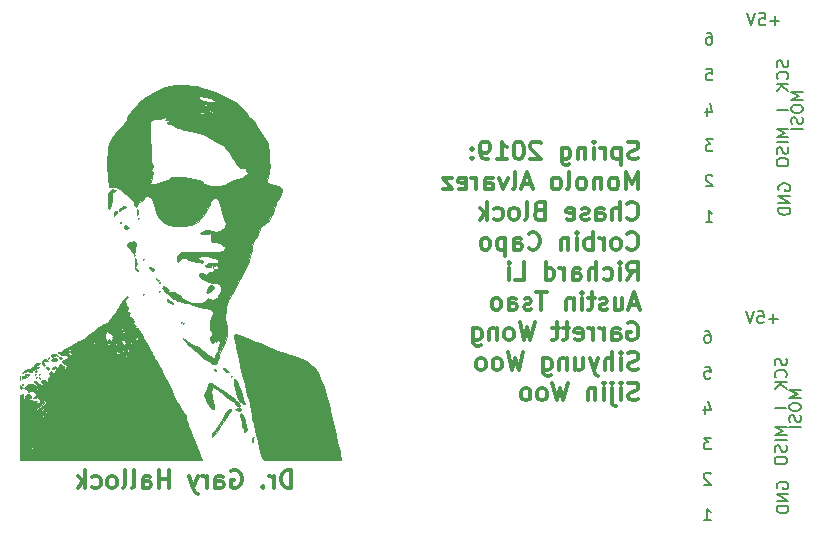
<source format=gbr>
%TF.GenerationSoftware,KiCad,Pcbnew,(5.0.0)*%
%TF.CreationDate,2019-02-02T21:11:36-06:00*%
%TF.ProjectId,BPSTemperature,42505354656D70657261747572652E6B,rev?*%
%TF.SameCoordinates,Original*%
%TF.FileFunction,Legend,Bot*%
%TF.FilePolarity,Positive*%
%FSLAX46Y46*%
G04 Gerber Fmt 4.6, Leading zero omitted, Abs format (unit mm)*
G04 Created by KiCad (PCBNEW (5.0.0)) date 02/02/19 21:11:36*
%MOMM*%
%LPD*%
G01*
G04 APERTURE LIST*
%ADD10C,0.300000*%
%ADD11C,0.150000*%
%ADD12C,0.200000*%
%ADD13C,0.010000*%
G04 APERTURE END LIST*
D10*
X91425000Y-119478571D02*
X91425000Y-117978571D01*
X91067857Y-117978571D01*
X90853571Y-118050000D01*
X90710714Y-118192857D01*
X90639285Y-118335714D01*
X90567857Y-118621428D01*
X90567857Y-118835714D01*
X90639285Y-119121428D01*
X90710714Y-119264285D01*
X90853571Y-119407142D01*
X91067857Y-119478571D01*
X91425000Y-119478571D01*
X89925000Y-119478571D02*
X89925000Y-118478571D01*
X89925000Y-118764285D02*
X89853571Y-118621428D01*
X89782142Y-118550000D01*
X89639285Y-118478571D01*
X89496428Y-118478571D01*
X88996428Y-119335714D02*
X88925000Y-119407142D01*
X88996428Y-119478571D01*
X89067857Y-119407142D01*
X88996428Y-119335714D01*
X88996428Y-119478571D01*
X86353571Y-118050000D02*
X86496428Y-117978571D01*
X86710714Y-117978571D01*
X86925000Y-118050000D01*
X87067857Y-118192857D01*
X87139285Y-118335714D01*
X87210714Y-118621428D01*
X87210714Y-118835714D01*
X87139285Y-119121428D01*
X87067857Y-119264285D01*
X86925000Y-119407142D01*
X86710714Y-119478571D01*
X86567857Y-119478571D01*
X86353571Y-119407142D01*
X86282142Y-119335714D01*
X86282142Y-118835714D01*
X86567857Y-118835714D01*
X84996428Y-119478571D02*
X84996428Y-118692857D01*
X85067857Y-118550000D01*
X85210714Y-118478571D01*
X85496428Y-118478571D01*
X85639285Y-118550000D01*
X84996428Y-119407142D02*
X85139285Y-119478571D01*
X85496428Y-119478571D01*
X85639285Y-119407142D01*
X85710714Y-119264285D01*
X85710714Y-119121428D01*
X85639285Y-118978571D01*
X85496428Y-118907142D01*
X85139285Y-118907142D01*
X84996428Y-118835714D01*
X84282142Y-119478571D02*
X84282142Y-118478571D01*
X84282142Y-118764285D02*
X84210714Y-118621428D01*
X84139285Y-118550000D01*
X83996428Y-118478571D01*
X83853571Y-118478571D01*
X83496428Y-118478571D02*
X83139285Y-119478571D01*
X82782142Y-118478571D02*
X83139285Y-119478571D01*
X83282142Y-119835714D01*
X83353571Y-119907142D01*
X83496428Y-119978571D01*
X81067857Y-119478571D02*
X81067857Y-117978571D01*
X81067857Y-118692857D02*
X80210714Y-118692857D01*
X80210714Y-119478571D02*
X80210714Y-117978571D01*
X78853571Y-119478571D02*
X78853571Y-118692857D01*
X78925000Y-118550000D01*
X79067857Y-118478571D01*
X79353571Y-118478571D01*
X79496428Y-118550000D01*
X78853571Y-119407142D02*
X78996428Y-119478571D01*
X79353571Y-119478571D01*
X79496428Y-119407142D01*
X79567857Y-119264285D01*
X79567857Y-119121428D01*
X79496428Y-118978571D01*
X79353571Y-118907142D01*
X78996428Y-118907142D01*
X78853571Y-118835714D01*
X77925000Y-119478571D02*
X78067857Y-119407142D01*
X78139285Y-119264285D01*
X78139285Y-117978571D01*
X77139285Y-119478571D02*
X77282142Y-119407142D01*
X77353571Y-119264285D01*
X77353571Y-117978571D01*
X76353571Y-119478571D02*
X76496428Y-119407142D01*
X76567857Y-119335714D01*
X76639285Y-119192857D01*
X76639285Y-118764285D01*
X76567857Y-118621428D01*
X76496428Y-118550000D01*
X76353571Y-118478571D01*
X76139285Y-118478571D01*
X75996428Y-118550000D01*
X75925000Y-118621428D01*
X75853571Y-118764285D01*
X75853571Y-119192857D01*
X75925000Y-119335714D01*
X75996428Y-119407142D01*
X76139285Y-119478571D01*
X76353571Y-119478571D01*
X74567857Y-119407142D02*
X74710714Y-119478571D01*
X74996428Y-119478571D01*
X75139285Y-119407142D01*
X75210714Y-119335714D01*
X75282142Y-119192857D01*
X75282142Y-118764285D01*
X75210714Y-118621428D01*
X75139285Y-118550000D01*
X74996428Y-118478571D01*
X74710714Y-118478571D01*
X74567857Y-118550000D01*
X73925000Y-119478571D02*
X73925000Y-117978571D01*
X73782142Y-118907142D02*
X73353571Y-119478571D01*
X73353571Y-118478571D02*
X73925000Y-119050000D01*
D11*
X132720000Y-94268095D02*
X132672380Y-94172857D01*
X132672380Y-94030000D01*
X132720000Y-93887142D01*
X132815238Y-93791904D01*
X132910476Y-93744285D01*
X133100952Y-93696666D01*
X133243809Y-93696666D01*
X133434285Y-93744285D01*
X133529523Y-93791904D01*
X133624761Y-93887142D01*
X133672380Y-94030000D01*
X133672380Y-94125238D01*
X133624761Y-94268095D01*
X133577142Y-94315714D01*
X133243809Y-94315714D01*
X133243809Y-94125238D01*
X133672380Y-94744285D02*
X132672380Y-94744285D01*
X133672380Y-95315714D01*
X132672380Y-95315714D01*
X133672380Y-95791904D02*
X132672380Y-95791904D01*
X132672380Y-96030000D01*
X132720000Y-96172857D01*
X132815238Y-96268095D01*
X132910476Y-96315714D01*
X133100952Y-96363333D01*
X133243809Y-96363333D01*
X133434285Y-96315714D01*
X133529523Y-96268095D01*
X133624761Y-96172857D01*
X133672380Y-96030000D01*
X133672380Y-95791904D01*
X133512380Y-89058571D02*
X132512380Y-89058571D01*
X133226666Y-89391904D01*
X132512380Y-89725238D01*
X133512380Y-89725238D01*
X133512380Y-90201428D02*
X132512380Y-90201428D01*
X133464761Y-90630000D02*
X133512380Y-90772857D01*
X133512380Y-91010952D01*
X133464761Y-91106190D01*
X133417142Y-91153809D01*
X133321904Y-91201428D01*
X133226666Y-91201428D01*
X133131428Y-91153809D01*
X133083809Y-91106190D01*
X133036190Y-91010952D01*
X132988571Y-90820476D01*
X132940952Y-90725238D01*
X132893333Y-90677619D01*
X132798095Y-90630000D01*
X132702857Y-90630000D01*
X132607619Y-90677619D01*
X132560000Y-90725238D01*
X132512380Y-90820476D01*
X132512380Y-91058571D01*
X132560000Y-91201428D01*
X132512380Y-91820476D02*
X132512380Y-92010952D01*
X132560000Y-92106190D01*
X132655238Y-92201428D01*
X132845714Y-92249047D01*
X133179047Y-92249047D01*
X133369523Y-92201428D01*
X133464761Y-92106190D01*
X133512380Y-92010952D01*
X133512380Y-91820476D01*
X133464761Y-91725238D01*
X133369523Y-91630000D01*
X133179047Y-91582380D01*
X132845714Y-91582380D01*
X132655238Y-91630000D01*
X132560000Y-91725238D01*
X132512380Y-91820476D01*
X126609523Y-87285714D02*
X126609523Y-87952380D01*
X126847619Y-86904761D02*
X127085714Y-87619047D01*
X126466666Y-87619047D01*
X126561904Y-83972380D02*
X127038095Y-83972380D01*
X127085714Y-84448571D01*
X127038095Y-84400952D01*
X126942857Y-84353333D01*
X126704761Y-84353333D01*
X126609523Y-84400952D01*
X126561904Y-84448571D01*
X126514285Y-84543809D01*
X126514285Y-84781904D01*
X126561904Y-84877142D01*
X126609523Y-84924761D01*
X126704761Y-84972380D01*
X126942857Y-84972380D01*
X127038095Y-84924761D01*
X127085714Y-84877142D01*
X133474761Y-83284285D02*
X133522380Y-83427142D01*
X133522380Y-83665238D01*
X133474761Y-83760476D01*
X133427142Y-83808095D01*
X133331904Y-83855714D01*
X133236666Y-83855714D01*
X133141428Y-83808095D01*
X133093809Y-83760476D01*
X133046190Y-83665238D01*
X132998571Y-83474761D01*
X132950952Y-83379523D01*
X132903333Y-83331904D01*
X132808095Y-83284285D01*
X132712857Y-83284285D01*
X132617619Y-83331904D01*
X132570000Y-83379523D01*
X132522380Y-83474761D01*
X132522380Y-83712857D01*
X132570000Y-83855714D01*
X133427142Y-84855714D02*
X133474761Y-84808095D01*
X133522380Y-84665238D01*
X133522380Y-84570000D01*
X133474761Y-84427142D01*
X133379523Y-84331904D01*
X133284285Y-84284285D01*
X133093809Y-84236666D01*
X132950952Y-84236666D01*
X132760476Y-84284285D01*
X132665238Y-84331904D01*
X132570000Y-84427142D01*
X132522380Y-84570000D01*
X132522380Y-84665238D01*
X132570000Y-84808095D01*
X132617619Y-84855714D01*
X133522380Y-85284285D02*
X132522380Y-85284285D01*
X133522380Y-85855714D02*
X132950952Y-85427142D01*
X132522380Y-85855714D02*
X133093809Y-85284285D01*
X127123333Y-89972380D02*
X126504285Y-89972380D01*
X126837619Y-90353333D01*
X126694761Y-90353333D01*
X126599523Y-90400952D01*
X126551904Y-90448571D01*
X126504285Y-90543809D01*
X126504285Y-90781904D01*
X126551904Y-90877142D01*
X126599523Y-90924761D01*
X126694761Y-90972380D01*
X126980476Y-90972380D01*
X127075714Y-90924761D01*
X127123333Y-90877142D01*
X134732380Y-85948571D02*
X133732380Y-85948571D01*
X134446666Y-86281904D01*
X133732380Y-86615238D01*
X134732380Y-86615238D01*
X133732380Y-87281904D02*
X133732380Y-87472380D01*
X133780000Y-87567619D01*
X133875238Y-87662857D01*
X134065714Y-87710476D01*
X134399047Y-87710476D01*
X134589523Y-87662857D01*
X134684761Y-87567619D01*
X134732380Y-87472380D01*
X134732380Y-87281904D01*
X134684761Y-87186666D01*
X134589523Y-87091428D01*
X134399047Y-87043809D01*
X134065714Y-87043809D01*
X133875238Y-87091428D01*
X133780000Y-87186666D01*
X133732380Y-87281904D01*
X134684761Y-88091428D02*
X134732380Y-88234285D01*
X134732380Y-88472380D01*
X134684761Y-88567619D01*
X134637142Y-88615238D01*
X134541904Y-88662857D01*
X134446666Y-88662857D01*
X134351428Y-88615238D01*
X134303809Y-88567619D01*
X134256190Y-88472380D01*
X134208571Y-88281904D01*
X134160952Y-88186666D01*
X134113333Y-88139047D01*
X134018095Y-88091428D01*
X133922857Y-88091428D01*
X133827619Y-88139047D01*
X133780000Y-88186666D01*
X133732380Y-88281904D01*
X133732380Y-88520000D01*
X133780000Y-88662857D01*
X134732380Y-89091428D02*
X133732380Y-89091428D01*
X126504285Y-96982380D02*
X127075714Y-96982380D01*
X126790000Y-96982380D02*
X126790000Y-95982380D01*
X126885238Y-96125238D01*
X126980476Y-96220476D01*
X127075714Y-96268095D01*
D12*
X132570000Y-87500000D02*
X133460000Y-87500000D01*
D11*
X127075714Y-93047619D02*
X127028095Y-93000000D01*
X126932857Y-92952380D01*
X126694761Y-92952380D01*
X126599523Y-93000000D01*
X126551904Y-93047619D01*
X126504285Y-93142857D01*
X126504285Y-93238095D01*
X126551904Y-93380952D01*
X127123333Y-93952380D01*
X126504285Y-93952380D01*
X126609523Y-80932380D02*
X126800000Y-80932380D01*
X126895238Y-80980000D01*
X126942857Y-81027619D01*
X127038095Y-81170476D01*
X127085714Y-81360952D01*
X127085714Y-81741904D01*
X127038095Y-81837142D01*
X126990476Y-81884761D01*
X126895238Y-81932380D01*
X126704761Y-81932380D01*
X126609523Y-81884761D01*
X126561904Y-81837142D01*
X126514285Y-81741904D01*
X126514285Y-81503809D01*
X126561904Y-81408571D01*
X126609523Y-81360952D01*
X126704761Y-81313333D01*
X126895238Y-81313333D01*
X126990476Y-81360952D01*
X127038095Y-81408571D01*
X127085714Y-81503809D01*
X132745714Y-79921428D02*
X131983809Y-79921428D01*
X132364761Y-80302380D02*
X132364761Y-79540476D01*
X131031428Y-79302380D02*
X131507619Y-79302380D01*
X131555238Y-79778571D01*
X131507619Y-79730952D01*
X131412380Y-79683333D01*
X131174285Y-79683333D01*
X131079047Y-79730952D01*
X131031428Y-79778571D01*
X130983809Y-79873809D01*
X130983809Y-80111904D01*
X131031428Y-80207142D01*
X131079047Y-80254761D01*
X131174285Y-80302380D01*
X131412380Y-80302380D01*
X131507619Y-80254761D01*
X131555238Y-80207142D01*
X130698095Y-79302380D02*
X130364761Y-80302380D01*
X130031428Y-79302380D01*
X132625714Y-105131428D02*
X131863809Y-105131428D01*
X132244761Y-105512380D02*
X132244761Y-104750476D01*
X130911428Y-104512380D02*
X131387619Y-104512380D01*
X131435238Y-104988571D01*
X131387619Y-104940952D01*
X131292380Y-104893333D01*
X131054285Y-104893333D01*
X130959047Y-104940952D01*
X130911428Y-104988571D01*
X130863809Y-105083809D01*
X130863809Y-105321904D01*
X130911428Y-105417142D01*
X130959047Y-105464761D01*
X131054285Y-105512380D01*
X131292380Y-105512380D01*
X131387619Y-105464761D01*
X131435238Y-105417142D01*
X130578095Y-104512380D02*
X130244761Y-105512380D01*
X129911428Y-104512380D01*
D12*
X132420000Y-112740000D02*
X133310000Y-112740000D01*
D11*
X133324761Y-108524285D02*
X133372380Y-108667142D01*
X133372380Y-108905238D01*
X133324761Y-109000476D01*
X133277142Y-109048095D01*
X133181904Y-109095714D01*
X133086666Y-109095714D01*
X132991428Y-109048095D01*
X132943809Y-109000476D01*
X132896190Y-108905238D01*
X132848571Y-108714761D01*
X132800952Y-108619523D01*
X132753333Y-108571904D01*
X132658095Y-108524285D01*
X132562857Y-108524285D01*
X132467619Y-108571904D01*
X132420000Y-108619523D01*
X132372380Y-108714761D01*
X132372380Y-108952857D01*
X132420000Y-109095714D01*
X133277142Y-110095714D02*
X133324761Y-110048095D01*
X133372380Y-109905238D01*
X133372380Y-109810000D01*
X133324761Y-109667142D01*
X133229523Y-109571904D01*
X133134285Y-109524285D01*
X132943809Y-109476666D01*
X132800952Y-109476666D01*
X132610476Y-109524285D01*
X132515238Y-109571904D01*
X132420000Y-109667142D01*
X132372380Y-109810000D01*
X132372380Y-109905238D01*
X132420000Y-110048095D01*
X132467619Y-110095714D01*
X133372380Y-110524285D02*
X132372380Y-110524285D01*
X133372380Y-111095714D02*
X132800952Y-110667142D01*
X132372380Y-111095714D02*
X132943809Y-110524285D01*
X134582380Y-111188571D02*
X133582380Y-111188571D01*
X134296666Y-111521904D01*
X133582380Y-111855238D01*
X134582380Y-111855238D01*
X133582380Y-112521904D02*
X133582380Y-112712380D01*
X133630000Y-112807619D01*
X133725238Y-112902857D01*
X133915714Y-112950476D01*
X134249047Y-112950476D01*
X134439523Y-112902857D01*
X134534761Y-112807619D01*
X134582380Y-112712380D01*
X134582380Y-112521904D01*
X134534761Y-112426666D01*
X134439523Y-112331428D01*
X134249047Y-112283809D01*
X133915714Y-112283809D01*
X133725238Y-112331428D01*
X133630000Y-112426666D01*
X133582380Y-112521904D01*
X134534761Y-113331428D02*
X134582380Y-113474285D01*
X134582380Y-113712380D01*
X134534761Y-113807619D01*
X134487142Y-113855238D01*
X134391904Y-113902857D01*
X134296666Y-113902857D01*
X134201428Y-113855238D01*
X134153809Y-113807619D01*
X134106190Y-113712380D01*
X134058571Y-113521904D01*
X134010952Y-113426666D01*
X133963333Y-113379047D01*
X133868095Y-113331428D01*
X133772857Y-113331428D01*
X133677619Y-113379047D01*
X133630000Y-113426666D01*
X133582380Y-113521904D01*
X133582380Y-113760000D01*
X133630000Y-113902857D01*
X134582380Y-114331428D02*
X133582380Y-114331428D01*
X133362380Y-114298571D02*
X132362380Y-114298571D01*
X133076666Y-114631904D01*
X132362380Y-114965238D01*
X133362380Y-114965238D01*
X133362380Y-115441428D02*
X132362380Y-115441428D01*
X133314761Y-115870000D02*
X133362380Y-116012857D01*
X133362380Y-116250952D01*
X133314761Y-116346190D01*
X133267142Y-116393809D01*
X133171904Y-116441428D01*
X133076666Y-116441428D01*
X132981428Y-116393809D01*
X132933809Y-116346190D01*
X132886190Y-116250952D01*
X132838571Y-116060476D01*
X132790952Y-115965238D01*
X132743333Y-115917619D01*
X132648095Y-115870000D01*
X132552857Y-115870000D01*
X132457619Y-115917619D01*
X132410000Y-115965238D01*
X132362380Y-116060476D01*
X132362380Y-116298571D01*
X132410000Y-116441428D01*
X132362380Y-117060476D02*
X132362380Y-117250952D01*
X132410000Y-117346190D01*
X132505238Y-117441428D01*
X132695714Y-117489047D01*
X133029047Y-117489047D01*
X133219523Y-117441428D01*
X133314761Y-117346190D01*
X133362380Y-117250952D01*
X133362380Y-117060476D01*
X133314761Y-116965238D01*
X133219523Y-116870000D01*
X133029047Y-116822380D01*
X132695714Y-116822380D01*
X132505238Y-116870000D01*
X132410000Y-116965238D01*
X132362380Y-117060476D01*
X132570000Y-119508095D02*
X132522380Y-119412857D01*
X132522380Y-119270000D01*
X132570000Y-119127142D01*
X132665238Y-119031904D01*
X132760476Y-118984285D01*
X132950952Y-118936666D01*
X133093809Y-118936666D01*
X133284285Y-118984285D01*
X133379523Y-119031904D01*
X133474761Y-119127142D01*
X133522380Y-119270000D01*
X133522380Y-119365238D01*
X133474761Y-119508095D01*
X133427142Y-119555714D01*
X133093809Y-119555714D01*
X133093809Y-119365238D01*
X133522380Y-119984285D02*
X132522380Y-119984285D01*
X133522380Y-120555714D01*
X132522380Y-120555714D01*
X133522380Y-121031904D02*
X132522380Y-121031904D01*
X132522380Y-121270000D01*
X132570000Y-121412857D01*
X132665238Y-121508095D01*
X132760476Y-121555714D01*
X132950952Y-121603333D01*
X133093809Y-121603333D01*
X133284285Y-121555714D01*
X133379523Y-121508095D01*
X133474761Y-121412857D01*
X133522380Y-121270000D01*
X133522380Y-121031904D01*
X126459523Y-106172380D02*
X126650000Y-106172380D01*
X126745238Y-106220000D01*
X126792857Y-106267619D01*
X126888095Y-106410476D01*
X126935714Y-106600952D01*
X126935714Y-106981904D01*
X126888095Y-107077142D01*
X126840476Y-107124761D01*
X126745238Y-107172380D01*
X126554761Y-107172380D01*
X126459523Y-107124761D01*
X126411904Y-107077142D01*
X126364285Y-106981904D01*
X126364285Y-106743809D01*
X126411904Y-106648571D01*
X126459523Y-106600952D01*
X126554761Y-106553333D01*
X126745238Y-106553333D01*
X126840476Y-106600952D01*
X126888095Y-106648571D01*
X126935714Y-106743809D01*
X126411904Y-109212380D02*
X126888095Y-109212380D01*
X126935714Y-109688571D01*
X126888095Y-109640952D01*
X126792857Y-109593333D01*
X126554761Y-109593333D01*
X126459523Y-109640952D01*
X126411904Y-109688571D01*
X126364285Y-109783809D01*
X126364285Y-110021904D01*
X126411904Y-110117142D01*
X126459523Y-110164761D01*
X126554761Y-110212380D01*
X126792857Y-110212380D01*
X126888095Y-110164761D01*
X126935714Y-110117142D01*
X126459523Y-112525714D02*
X126459523Y-113192380D01*
X126697619Y-112144761D02*
X126935714Y-112859047D01*
X126316666Y-112859047D01*
X126973333Y-115212380D02*
X126354285Y-115212380D01*
X126687619Y-115593333D01*
X126544761Y-115593333D01*
X126449523Y-115640952D01*
X126401904Y-115688571D01*
X126354285Y-115783809D01*
X126354285Y-116021904D01*
X126401904Y-116117142D01*
X126449523Y-116164761D01*
X126544761Y-116212380D01*
X126830476Y-116212380D01*
X126925714Y-116164761D01*
X126973333Y-116117142D01*
X126925714Y-118287619D02*
X126878095Y-118240000D01*
X126782857Y-118192380D01*
X126544761Y-118192380D01*
X126449523Y-118240000D01*
X126401904Y-118287619D01*
X126354285Y-118382857D01*
X126354285Y-118478095D01*
X126401904Y-118620952D01*
X126973333Y-119192380D01*
X126354285Y-119192380D01*
X126354285Y-122222380D02*
X126925714Y-122222380D01*
X126640000Y-122222380D02*
X126640000Y-121222380D01*
X126735238Y-121365238D01*
X126830476Y-121460476D01*
X126925714Y-121508095D01*
D10*
X120819285Y-91582142D02*
X120605000Y-91653571D01*
X120247857Y-91653571D01*
X120105000Y-91582142D01*
X120033571Y-91510714D01*
X119962142Y-91367857D01*
X119962142Y-91225000D01*
X120033571Y-91082142D01*
X120105000Y-91010714D01*
X120247857Y-90939285D01*
X120533571Y-90867857D01*
X120676428Y-90796428D01*
X120747857Y-90725000D01*
X120819285Y-90582142D01*
X120819285Y-90439285D01*
X120747857Y-90296428D01*
X120676428Y-90225000D01*
X120533571Y-90153571D01*
X120176428Y-90153571D01*
X119962142Y-90225000D01*
X119319285Y-90653571D02*
X119319285Y-92153571D01*
X119319285Y-90725000D02*
X119176428Y-90653571D01*
X118890714Y-90653571D01*
X118747857Y-90725000D01*
X118676428Y-90796428D01*
X118605000Y-90939285D01*
X118605000Y-91367857D01*
X118676428Y-91510714D01*
X118747857Y-91582142D01*
X118890714Y-91653571D01*
X119176428Y-91653571D01*
X119319285Y-91582142D01*
X117962142Y-91653571D02*
X117962142Y-90653571D01*
X117962142Y-90939285D02*
X117890714Y-90796428D01*
X117819285Y-90725000D01*
X117676428Y-90653571D01*
X117533571Y-90653571D01*
X117033571Y-91653571D02*
X117033571Y-90653571D01*
X117033571Y-90153571D02*
X117105000Y-90225000D01*
X117033571Y-90296428D01*
X116962142Y-90225000D01*
X117033571Y-90153571D01*
X117033571Y-90296428D01*
X116319285Y-90653571D02*
X116319285Y-91653571D01*
X116319285Y-90796428D02*
X116247857Y-90725000D01*
X116105000Y-90653571D01*
X115890714Y-90653571D01*
X115747857Y-90725000D01*
X115676428Y-90867857D01*
X115676428Y-91653571D01*
X114319285Y-90653571D02*
X114319285Y-91867857D01*
X114390714Y-92010714D01*
X114462142Y-92082142D01*
X114605000Y-92153571D01*
X114819285Y-92153571D01*
X114962142Y-92082142D01*
X114319285Y-91582142D02*
X114462142Y-91653571D01*
X114747857Y-91653571D01*
X114890714Y-91582142D01*
X114962142Y-91510714D01*
X115033571Y-91367857D01*
X115033571Y-90939285D01*
X114962142Y-90796428D01*
X114890714Y-90725000D01*
X114747857Y-90653571D01*
X114462142Y-90653571D01*
X114319285Y-90725000D01*
X112533571Y-90296428D02*
X112462142Y-90225000D01*
X112319285Y-90153571D01*
X111962142Y-90153571D01*
X111819285Y-90225000D01*
X111747857Y-90296428D01*
X111676428Y-90439285D01*
X111676428Y-90582142D01*
X111747857Y-90796428D01*
X112605000Y-91653571D01*
X111676428Y-91653571D01*
X110747857Y-90153571D02*
X110605000Y-90153571D01*
X110462142Y-90225000D01*
X110390714Y-90296428D01*
X110319285Y-90439285D01*
X110247857Y-90725000D01*
X110247857Y-91082142D01*
X110319285Y-91367857D01*
X110390714Y-91510714D01*
X110462142Y-91582142D01*
X110605000Y-91653571D01*
X110747857Y-91653571D01*
X110890714Y-91582142D01*
X110962142Y-91510714D01*
X111033571Y-91367857D01*
X111105000Y-91082142D01*
X111105000Y-90725000D01*
X111033571Y-90439285D01*
X110962142Y-90296428D01*
X110890714Y-90225000D01*
X110747857Y-90153571D01*
X108819285Y-91653571D02*
X109676428Y-91653571D01*
X109247857Y-91653571D02*
X109247857Y-90153571D01*
X109390714Y-90367857D01*
X109533571Y-90510714D01*
X109676428Y-90582142D01*
X108105000Y-91653571D02*
X107819285Y-91653571D01*
X107676428Y-91582142D01*
X107605000Y-91510714D01*
X107462142Y-91296428D01*
X107390714Y-91010714D01*
X107390714Y-90439285D01*
X107462142Y-90296428D01*
X107533571Y-90225000D01*
X107676428Y-90153571D01*
X107962142Y-90153571D01*
X108105000Y-90225000D01*
X108176428Y-90296428D01*
X108247857Y-90439285D01*
X108247857Y-90796428D01*
X108176428Y-90939285D01*
X108105000Y-91010714D01*
X107962142Y-91082142D01*
X107676428Y-91082142D01*
X107533571Y-91010714D01*
X107462142Y-90939285D01*
X107390714Y-90796428D01*
X106747857Y-91510714D02*
X106676428Y-91582142D01*
X106747857Y-91653571D01*
X106819285Y-91582142D01*
X106747857Y-91510714D01*
X106747857Y-91653571D01*
X106747857Y-90725000D02*
X106676428Y-90796428D01*
X106747857Y-90867857D01*
X106819285Y-90796428D01*
X106747857Y-90725000D01*
X106747857Y-90867857D01*
X120747857Y-94203571D02*
X120747857Y-92703571D01*
X120247857Y-93775000D01*
X119747857Y-92703571D01*
X119747857Y-94203571D01*
X118819285Y-94203571D02*
X118962142Y-94132142D01*
X119033571Y-94060714D01*
X119105000Y-93917857D01*
X119105000Y-93489285D01*
X119033571Y-93346428D01*
X118962142Y-93275000D01*
X118819285Y-93203571D01*
X118605000Y-93203571D01*
X118462142Y-93275000D01*
X118390714Y-93346428D01*
X118319285Y-93489285D01*
X118319285Y-93917857D01*
X118390714Y-94060714D01*
X118462142Y-94132142D01*
X118605000Y-94203571D01*
X118819285Y-94203571D01*
X117676428Y-93203571D02*
X117676428Y-94203571D01*
X117676428Y-93346428D02*
X117605000Y-93275000D01*
X117462142Y-93203571D01*
X117247857Y-93203571D01*
X117105000Y-93275000D01*
X117033571Y-93417857D01*
X117033571Y-94203571D01*
X116105000Y-94203571D02*
X116247857Y-94132142D01*
X116319285Y-94060714D01*
X116390714Y-93917857D01*
X116390714Y-93489285D01*
X116319285Y-93346428D01*
X116247857Y-93275000D01*
X116105000Y-93203571D01*
X115890714Y-93203571D01*
X115747857Y-93275000D01*
X115676428Y-93346428D01*
X115605000Y-93489285D01*
X115605000Y-93917857D01*
X115676428Y-94060714D01*
X115747857Y-94132142D01*
X115890714Y-94203571D01*
X116105000Y-94203571D01*
X114747857Y-94203571D02*
X114890714Y-94132142D01*
X114962142Y-93989285D01*
X114962142Y-92703571D01*
X113962142Y-94203571D02*
X114105000Y-94132142D01*
X114176428Y-94060714D01*
X114247857Y-93917857D01*
X114247857Y-93489285D01*
X114176428Y-93346428D01*
X114105000Y-93275000D01*
X113962142Y-93203571D01*
X113747857Y-93203571D01*
X113605000Y-93275000D01*
X113533571Y-93346428D01*
X113462142Y-93489285D01*
X113462142Y-93917857D01*
X113533571Y-94060714D01*
X113605000Y-94132142D01*
X113747857Y-94203571D01*
X113962142Y-94203571D01*
X111747857Y-93775000D02*
X111033571Y-93775000D01*
X111890714Y-94203571D02*
X111390714Y-92703571D01*
X110890714Y-94203571D01*
X110176428Y-94203571D02*
X110319285Y-94132142D01*
X110390714Y-93989285D01*
X110390714Y-92703571D01*
X109747857Y-93203571D02*
X109390714Y-94203571D01*
X109033571Y-93203571D01*
X107819285Y-94203571D02*
X107819285Y-93417857D01*
X107890714Y-93275000D01*
X108033571Y-93203571D01*
X108319285Y-93203571D01*
X108462142Y-93275000D01*
X107819285Y-94132142D02*
X107962142Y-94203571D01*
X108319285Y-94203571D01*
X108462142Y-94132142D01*
X108533571Y-93989285D01*
X108533571Y-93846428D01*
X108462142Y-93703571D01*
X108319285Y-93632142D01*
X107962142Y-93632142D01*
X107819285Y-93560714D01*
X107105000Y-94203571D02*
X107105000Y-93203571D01*
X107105000Y-93489285D02*
X107033571Y-93346428D01*
X106962142Y-93275000D01*
X106819285Y-93203571D01*
X106676428Y-93203571D01*
X105605000Y-94132142D02*
X105747857Y-94203571D01*
X106033571Y-94203571D01*
X106176428Y-94132142D01*
X106247857Y-93989285D01*
X106247857Y-93417857D01*
X106176428Y-93275000D01*
X106033571Y-93203571D01*
X105747857Y-93203571D01*
X105605000Y-93275000D01*
X105533571Y-93417857D01*
X105533571Y-93560714D01*
X106247857Y-93703571D01*
X105033571Y-93203571D02*
X104247857Y-93203571D01*
X105033571Y-94203571D01*
X104247857Y-94203571D01*
X119890714Y-96610714D02*
X119962142Y-96682142D01*
X120176428Y-96753571D01*
X120319285Y-96753571D01*
X120533571Y-96682142D01*
X120676428Y-96539285D01*
X120747857Y-96396428D01*
X120819285Y-96110714D01*
X120819285Y-95896428D01*
X120747857Y-95610714D01*
X120676428Y-95467857D01*
X120533571Y-95325000D01*
X120319285Y-95253571D01*
X120176428Y-95253571D01*
X119962142Y-95325000D01*
X119890714Y-95396428D01*
X119247857Y-96753571D02*
X119247857Y-95253571D01*
X118605000Y-96753571D02*
X118605000Y-95967857D01*
X118676428Y-95825000D01*
X118819285Y-95753571D01*
X119033571Y-95753571D01*
X119176428Y-95825000D01*
X119247857Y-95896428D01*
X117247857Y-96753571D02*
X117247857Y-95967857D01*
X117319285Y-95825000D01*
X117462142Y-95753571D01*
X117747857Y-95753571D01*
X117890714Y-95825000D01*
X117247857Y-96682142D02*
X117390714Y-96753571D01*
X117747857Y-96753571D01*
X117890714Y-96682142D01*
X117962142Y-96539285D01*
X117962142Y-96396428D01*
X117890714Y-96253571D01*
X117747857Y-96182142D01*
X117390714Y-96182142D01*
X117247857Y-96110714D01*
X116605000Y-96682142D02*
X116462142Y-96753571D01*
X116176428Y-96753571D01*
X116033571Y-96682142D01*
X115962142Y-96539285D01*
X115962142Y-96467857D01*
X116033571Y-96325000D01*
X116176428Y-96253571D01*
X116390714Y-96253571D01*
X116533571Y-96182142D01*
X116605000Y-96039285D01*
X116605000Y-95967857D01*
X116533571Y-95825000D01*
X116390714Y-95753571D01*
X116176428Y-95753571D01*
X116033571Y-95825000D01*
X114747857Y-96682142D02*
X114890714Y-96753571D01*
X115176428Y-96753571D01*
X115319285Y-96682142D01*
X115390714Y-96539285D01*
X115390714Y-95967857D01*
X115319285Y-95825000D01*
X115176428Y-95753571D01*
X114890714Y-95753571D01*
X114747857Y-95825000D01*
X114676428Y-95967857D01*
X114676428Y-96110714D01*
X115390714Y-96253571D01*
X112390714Y-95967857D02*
X112176428Y-96039285D01*
X112105000Y-96110714D01*
X112033571Y-96253571D01*
X112033571Y-96467857D01*
X112105000Y-96610714D01*
X112176428Y-96682142D01*
X112319285Y-96753571D01*
X112890714Y-96753571D01*
X112890714Y-95253571D01*
X112390714Y-95253571D01*
X112247857Y-95325000D01*
X112176428Y-95396428D01*
X112105000Y-95539285D01*
X112105000Y-95682142D01*
X112176428Y-95825000D01*
X112247857Y-95896428D01*
X112390714Y-95967857D01*
X112890714Y-95967857D01*
X111176428Y-96753571D02*
X111319285Y-96682142D01*
X111390714Y-96539285D01*
X111390714Y-95253571D01*
X110390714Y-96753571D02*
X110533571Y-96682142D01*
X110605000Y-96610714D01*
X110676428Y-96467857D01*
X110676428Y-96039285D01*
X110605000Y-95896428D01*
X110533571Y-95825000D01*
X110390714Y-95753571D01*
X110176428Y-95753571D01*
X110033571Y-95825000D01*
X109962142Y-95896428D01*
X109890714Y-96039285D01*
X109890714Y-96467857D01*
X109962142Y-96610714D01*
X110033571Y-96682142D01*
X110176428Y-96753571D01*
X110390714Y-96753571D01*
X108605000Y-96682142D02*
X108747857Y-96753571D01*
X109033571Y-96753571D01*
X109176428Y-96682142D01*
X109247857Y-96610714D01*
X109319285Y-96467857D01*
X109319285Y-96039285D01*
X109247857Y-95896428D01*
X109176428Y-95825000D01*
X109033571Y-95753571D01*
X108747857Y-95753571D01*
X108605000Y-95825000D01*
X107962142Y-96753571D02*
X107962142Y-95253571D01*
X107819285Y-96182142D02*
X107390714Y-96753571D01*
X107390714Y-95753571D02*
X107962142Y-96325000D01*
X119890714Y-99160714D02*
X119962142Y-99232142D01*
X120176428Y-99303571D01*
X120319285Y-99303571D01*
X120533571Y-99232142D01*
X120676428Y-99089285D01*
X120747857Y-98946428D01*
X120819285Y-98660714D01*
X120819285Y-98446428D01*
X120747857Y-98160714D01*
X120676428Y-98017857D01*
X120533571Y-97875000D01*
X120319285Y-97803571D01*
X120176428Y-97803571D01*
X119962142Y-97875000D01*
X119890714Y-97946428D01*
X119033571Y-99303571D02*
X119176428Y-99232142D01*
X119247857Y-99160714D01*
X119319285Y-99017857D01*
X119319285Y-98589285D01*
X119247857Y-98446428D01*
X119176428Y-98375000D01*
X119033571Y-98303571D01*
X118819285Y-98303571D01*
X118676428Y-98375000D01*
X118605000Y-98446428D01*
X118533571Y-98589285D01*
X118533571Y-99017857D01*
X118605000Y-99160714D01*
X118676428Y-99232142D01*
X118819285Y-99303571D01*
X119033571Y-99303571D01*
X117890714Y-99303571D02*
X117890714Y-98303571D01*
X117890714Y-98589285D02*
X117819285Y-98446428D01*
X117747857Y-98375000D01*
X117605000Y-98303571D01*
X117462142Y-98303571D01*
X116962142Y-99303571D02*
X116962142Y-97803571D01*
X116962142Y-98375000D02*
X116819285Y-98303571D01*
X116533571Y-98303571D01*
X116390714Y-98375000D01*
X116319285Y-98446428D01*
X116247857Y-98589285D01*
X116247857Y-99017857D01*
X116319285Y-99160714D01*
X116390714Y-99232142D01*
X116533571Y-99303571D01*
X116819285Y-99303571D01*
X116962142Y-99232142D01*
X115605000Y-99303571D02*
X115605000Y-98303571D01*
X115605000Y-97803571D02*
X115676428Y-97875000D01*
X115605000Y-97946428D01*
X115533571Y-97875000D01*
X115605000Y-97803571D01*
X115605000Y-97946428D01*
X114890714Y-98303571D02*
X114890714Y-99303571D01*
X114890714Y-98446428D02*
X114819285Y-98375000D01*
X114676428Y-98303571D01*
X114462142Y-98303571D01*
X114319285Y-98375000D01*
X114247857Y-98517857D01*
X114247857Y-99303571D01*
X111533571Y-99160714D02*
X111605000Y-99232142D01*
X111819285Y-99303571D01*
X111962142Y-99303571D01*
X112176428Y-99232142D01*
X112319285Y-99089285D01*
X112390714Y-98946428D01*
X112462142Y-98660714D01*
X112462142Y-98446428D01*
X112390714Y-98160714D01*
X112319285Y-98017857D01*
X112176428Y-97875000D01*
X111962142Y-97803571D01*
X111819285Y-97803571D01*
X111605000Y-97875000D01*
X111533571Y-97946428D01*
X110247857Y-99303571D02*
X110247857Y-98517857D01*
X110319285Y-98375000D01*
X110462142Y-98303571D01*
X110747857Y-98303571D01*
X110890714Y-98375000D01*
X110247857Y-99232142D02*
X110390714Y-99303571D01*
X110747857Y-99303571D01*
X110890714Y-99232142D01*
X110962142Y-99089285D01*
X110962142Y-98946428D01*
X110890714Y-98803571D01*
X110747857Y-98732142D01*
X110390714Y-98732142D01*
X110247857Y-98660714D01*
X109533571Y-98303571D02*
X109533571Y-99803571D01*
X109533571Y-98375000D02*
X109390714Y-98303571D01*
X109105000Y-98303571D01*
X108962142Y-98375000D01*
X108890714Y-98446428D01*
X108819285Y-98589285D01*
X108819285Y-99017857D01*
X108890714Y-99160714D01*
X108962142Y-99232142D01*
X109105000Y-99303571D01*
X109390714Y-99303571D01*
X109533571Y-99232142D01*
X107962142Y-99303571D02*
X108105000Y-99232142D01*
X108176428Y-99160714D01*
X108247857Y-99017857D01*
X108247857Y-98589285D01*
X108176428Y-98446428D01*
X108105000Y-98375000D01*
X107962142Y-98303571D01*
X107747857Y-98303571D01*
X107605000Y-98375000D01*
X107533571Y-98446428D01*
X107462142Y-98589285D01*
X107462142Y-99017857D01*
X107533571Y-99160714D01*
X107605000Y-99232142D01*
X107747857Y-99303571D01*
X107962142Y-99303571D01*
X119890714Y-101853571D02*
X120390714Y-101139285D01*
X120747857Y-101853571D02*
X120747857Y-100353571D01*
X120176428Y-100353571D01*
X120033571Y-100425000D01*
X119962142Y-100496428D01*
X119890714Y-100639285D01*
X119890714Y-100853571D01*
X119962142Y-100996428D01*
X120033571Y-101067857D01*
X120176428Y-101139285D01*
X120747857Y-101139285D01*
X119247857Y-101853571D02*
X119247857Y-100853571D01*
X119247857Y-100353571D02*
X119319285Y-100425000D01*
X119247857Y-100496428D01*
X119176428Y-100425000D01*
X119247857Y-100353571D01*
X119247857Y-100496428D01*
X117890714Y-101782142D02*
X118033571Y-101853571D01*
X118319285Y-101853571D01*
X118462142Y-101782142D01*
X118533571Y-101710714D01*
X118605000Y-101567857D01*
X118605000Y-101139285D01*
X118533571Y-100996428D01*
X118462142Y-100925000D01*
X118319285Y-100853571D01*
X118033571Y-100853571D01*
X117890714Y-100925000D01*
X117247857Y-101853571D02*
X117247857Y-100353571D01*
X116605000Y-101853571D02*
X116605000Y-101067857D01*
X116676428Y-100925000D01*
X116819285Y-100853571D01*
X117033571Y-100853571D01*
X117176428Y-100925000D01*
X117247857Y-100996428D01*
X115247857Y-101853571D02*
X115247857Y-101067857D01*
X115319285Y-100925000D01*
X115462142Y-100853571D01*
X115747857Y-100853571D01*
X115890714Y-100925000D01*
X115247857Y-101782142D02*
X115390714Y-101853571D01*
X115747857Y-101853571D01*
X115890714Y-101782142D01*
X115962142Y-101639285D01*
X115962142Y-101496428D01*
X115890714Y-101353571D01*
X115747857Y-101282142D01*
X115390714Y-101282142D01*
X115247857Y-101210714D01*
X114533571Y-101853571D02*
X114533571Y-100853571D01*
X114533571Y-101139285D02*
X114462142Y-100996428D01*
X114390714Y-100925000D01*
X114247857Y-100853571D01*
X114105000Y-100853571D01*
X112962142Y-101853571D02*
X112962142Y-100353571D01*
X112962142Y-101782142D02*
X113105000Y-101853571D01*
X113390714Y-101853571D01*
X113533571Y-101782142D01*
X113605000Y-101710714D01*
X113676428Y-101567857D01*
X113676428Y-101139285D01*
X113605000Y-100996428D01*
X113533571Y-100925000D01*
X113390714Y-100853571D01*
X113105000Y-100853571D01*
X112962142Y-100925000D01*
X110390714Y-101853571D02*
X111105000Y-101853571D01*
X111105000Y-100353571D01*
X109890714Y-101853571D02*
X109890714Y-100853571D01*
X109890714Y-100353571D02*
X109962142Y-100425000D01*
X109890714Y-100496428D01*
X109819285Y-100425000D01*
X109890714Y-100353571D01*
X109890714Y-100496428D01*
X120819285Y-103975000D02*
X120105000Y-103975000D01*
X120962142Y-104403571D02*
X120462142Y-102903571D01*
X119962142Y-104403571D01*
X118819285Y-103403571D02*
X118819285Y-104403571D01*
X119462142Y-103403571D02*
X119462142Y-104189285D01*
X119390714Y-104332142D01*
X119247857Y-104403571D01*
X119033571Y-104403571D01*
X118890714Y-104332142D01*
X118819285Y-104260714D01*
X118176428Y-104332142D02*
X118033571Y-104403571D01*
X117747857Y-104403571D01*
X117605000Y-104332142D01*
X117533571Y-104189285D01*
X117533571Y-104117857D01*
X117605000Y-103975000D01*
X117747857Y-103903571D01*
X117962142Y-103903571D01*
X118105000Y-103832142D01*
X118176428Y-103689285D01*
X118176428Y-103617857D01*
X118105000Y-103475000D01*
X117962142Y-103403571D01*
X117747857Y-103403571D01*
X117605000Y-103475000D01*
X117105000Y-103403571D02*
X116533571Y-103403571D01*
X116890714Y-102903571D02*
X116890714Y-104189285D01*
X116819285Y-104332142D01*
X116676428Y-104403571D01*
X116533571Y-104403571D01*
X116033571Y-104403571D02*
X116033571Y-103403571D01*
X116033571Y-102903571D02*
X116105000Y-102975000D01*
X116033571Y-103046428D01*
X115962142Y-102975000D01*
X116033571Y-102903571D01*
X116033571Y-103046428D01*
X115319285Y-103403571D02*
X115319285Y-104403571D01*
X115319285Y-103546428D02*
X115247857Y-103475000D01*
X115105000Y-103403571D01*
X114890714Y-103403571D01*
X114747857Y-103475000D01*
X114676428Y-103617857D01*
X114676428Y-104403571D01*
X113033571Y-102903571D02*
X112176428Y-102903571D01*
X112605000Y-104403571D02*
X112605000Y-102903571D01*
X111747857Y-104332142D02*
X111605000Y-104403571D01*
X111319285Y-104403571D01*
X111176428Y-104332142D01*
X111105000Y-104189285D01*
X111105000Y-104117857D01*
X111176428Y-103975000D01*
X111319285Y-103903571D01*
X111533571Y-103903571D01*
X111676428Y-103832142D01*
X111747857Y-103689285D01*
X111747857Y-103617857D01*
X111676428Y-103475000D01*
X111533571Y-103403571D01*
X111319285Y-103403571D01*
X111176428Y-103475000D01*
X109819285Y-104403571D02*
X109819285Y-103617857D01*
X109890714Y-103475000D01*
X110033571Y-103403571D01*
X110319285Y-103403571D01*
X110462142Y-103475000D01*
X109819285Y-104332142D02*
X109962142Y-104403571D01*
X110319285Y-104403571D01*
X110462142Y-104332142D01*
X110533571Y-104189285D01*
X110533571Y-104046428D01*
X110462142Y-103903571D01*
X110319285Y-103832142D01*
X109962142Y-103832142D01*
X109819285Y-103760714D01*
X108890714Y-104403571D02*
X109033571Y-104332142D01*
X109105000Y-104260714D01*
X109176428Y-104117857D01*
X109176428Y-103689285D01*
X109105000Y-103546428D01*
X109033571Y-103475000D01*
X108890714Y-103403571D01*
X108676428Y-103403571D01*
X108533571Y-103475000D01*
X108462142Y-103546428D01*
X108390714Y-103689285D01*
X108390714Y-104117857D01*
X108462142Y-104260714D01*
X108533571Y-104332142D01*
X108676428Y-104403571D01*
X108890714Y-104403571D01*
X119962142Y-105525000D02*
X120105000Y-105453571D01*
X120319285Y-105453571D01*
X120533571Y-105525000D01*
X120676428Y-105667857D01*
X120747857Y-105810714D01*
X120819285Y-106096428D01*
X120819285Y-106310714D01*
X120747857Y-106596428D01*
X120676428Y-106739285D01*
X120533571Y-106882142D01*
X120319285Y-106953571D01*
X120176428Y-106953571D01*
X119962142Y-106882142D01*
X119890714Y-106810714D01*
X119890714Y-106310714D01*
X120176428Y-106310714D01*
X118605000Y-106953571D02*
X118605000Y-106167857D01*
X118676428Y-106025000D01*
X118819285Y-105953571D01*
X119105000Y-105953571D01*
X119247857Y-106025000D01*
X118605000Y-106882142D02*
X118747857Y-106953571D01*
X119105000Y-106953571D01*
X119247857Y-106882142D01*
X119319285Y-106739285D01*
X119319285Y-106596428D01*
X119247857Y-106453571D01*
X119105000Y-106382142D01*
X118747857Y-106382142D01*
X118605000Y-106310714D01*
X117890714Y-106953571D02*
X117890714Y-105953571D01*
X117890714Y-106239285D02*
X117819285Y-106096428D01*
X117747857Y-106025000D01*
X117605000Y-105953571D01*
X117462142Y-105953571D01*
X116962142Y-106953571D02*
X116962142Y-105953571D01*
X116962142Y-106239285D02*
X116890714Y-106096428D01*
X116819285Y-106025000D01*
X116676428Y-105953571D01*
X116533571Y-105953571D01*
X115462142Y-106882142D02*
X115605000Y-106953571D01*
X115890714Y-106953571D01*
X116033571Y-106882142D01*
X116105000Y-106739285D01*
X116105000Y-106167857D01*
X116033571Y-106025000D01*
X115890714Y-105953571D01*
X115605000Y-105953571D01*
X115462142Y-106025000D01*
X115390714Y-106167857D01*
X115390714Y-106310714D01*
X116105000Y-106453571D01*
X114962142Y-105953571D02*
X114390714Y-105953571D01*
X114747857Y-105453571D02*
X114747857Y-106739285D01*
X114676428Y-106882142D01*
X114533571Y-106953571D01*
X114390714Y-106953571D01*
X114105000Y-105953571D02*
X113533571Y-105953571D01*
X113890714Y-105453571D02*
X113890714Y-106739285D01*
X113819285Y-106882142D01*
X113676428Y-106953571D01*
X113533571Y-106953571D01*
X112033571Y-105453571D02*
X111676428Y-106953571D01*
X111390714Y-105882142D01*
X111105000Y-106953571D01*
X110747857Y-105453571D01*
X109962142Y-106953571D02*
X110105000Y-106882142D01*
X110176428Y-106810714D01*
X110247857Y-106667857D01*
X110247857Y-106239285D01*
X110176428Y-106096428D01*
X110105000Y-106025000D01*
X109962142Y-105953571D01*
X109747857Y-105953571D01*
X109605000Y-106025000D01*
X109533571Y-106096428D01*
X109462142Y-106239285D01*
X109462142Y-106667857D01*
X109533571Y-106810714D01*
X109605000Y-106882142D01*
X109747857Y-106953571D01*
X109962142Y-106953571D01*
X108819285Y-105953571D02*
X108819285Y-106953571D01*
X108819285Y-106096428D02*
X108747857Y-106025000D01*
X108605000Y-105953571D01*
X108390714Y-105953571D01*
X108247857Y-106025000D01*
X108176428Y-106167857D01*
X108176428Y-106953571D01*
X106819285Y-105953571D02*
X106819285Y-107167857D01*
X106890714Y-107310714D01*
X106962142Y-107382142D01*
X107105000Y-107453571D01*
X107319285Y-107453571D01*
X107462142Y-107382142D01*
X106819285Y-106882142D02*
X106962142Y-106953571D01*
X107247857Y-106953571D01*
X107390714Y-106882142D01*
X107462142Y-106810714D01*
X107533571Y-106667857D01*
X107533571Y-106239285D01*
X107462142Y-106096428D01*
X107390714Y-106025000D01*
X107247857Y-105953571D01*
X106962142Y-105953571D01*
X106819285Y-106025000D01*
X120819285Y-109432142D02*
X120605000Y-109503571D01*
X120247857Y-109503571D01*
X120105000Y-109432142D01*
X120033571Y-109360714D01*
X119962142Y-109217857D01*
X119962142Y-109075000D01*
X120033571Y-108932142D01*
X120105000Y-108860714D01*
X120247857Y-108789285D01*
X120533571Y-108717857D01*
X120676428Y-108646428D01*
X120747857Y-108575000D01*
X120819285Y-108432142D01*
X120819285Y-108289285D01*
X120747857Y-108146428D01*
X120676428Y-108075000D01*
X120533571Y-108003571D01*
X120176428Y-108003571D01*
X119962142Y-108075000D01*
X119319285Y-109503571D02*
X119319285Y-108503571D01*
X119319285Y-108003571D02*
X119390714Y-108075000D01*
X119319285Y-108146428D01*
X119247857Y-108075000D01*
X119319285Y-108003571D01*
X119319285Y-108146428D01*
X118605000Y-109503571D02*
X118605000Y-108003571D01*
X117962142Y-109503571D02*
X117962142Y-108717857D01*
X118033571Y-108575000D01*
X118176428Y-108503571D01*
X118390714Y-108503571D01*
X118533571Y-108575000D01*
X118605000Y-108646428D01*
X117390714Y-108503571D02*
X117033571Y-109503571D01*
X116676428Y-108503571D02*
X117033571Y-109503571D01*
X117176428Y-109860714D01*
X117247857Y-109932142D01*
X117390714Y-110003571D01*
X115462142Y-108503571D02*
X115462142Y-109503571D01*
X116105000Y-108503571D02*
X116105000Y-109289285D01*
X116033571Y-109432142D01*
X115890714Y-109503571D01*
X115676428Y-109503571D01*
X115533571Y-109432142D01*
X115462142Y-109360714D01*
X114747857Y-108503571D02*
X114747857Y-109503571D01*
X114747857Y-108646428D02*
X114676428Y-108575000D01*
X114533571Y-108503571D01*
X114319285Y-108503571D01*
X114176428Y-108575000D01*
X114105000Y-108717857D01*
X114105000Y-109503571D01*
X112747857Y-108503571D02*
X112747857Y-109717857D01*
X112819285Y-109860714D01*
X112890714Y-109932142D01*
X113033571Y-110003571D01*
X113247857Y-110003571D01*
X113390714Y-109932142D01*
X112747857Y-109432142D02*
X112890714Y-109503571D01*
X113176428Y-109503571D01*
X113319285Y-109432142D01*
X113390714Y-109360714D01*
X113462142Y-109217857D01*
X113462142Y-108789285D01*
X113390714Y-108646428D01*
X113319285Y-108575000D01*
X113176428Y-108503571D01*
X112890714Y-108503571D01*
X112747857Y-108575000D01*
X111033571Y-108003571D02*
X110676428Y-109503571D01*
X110390714Y-108432142D01*
X110105000Y-109503571D01*
X109747857Y-108003571D01*
X108962142Y-109503571D02*
X109105000Y-109432142D01*
X109176428Y-109360714D01*
X109247857Y-109217857D01*
X109247857Y-108789285D01*
X109176428Y-108646428D01*
X109105000Y-108575000D01*
X108962142Y-108503571D01*
X108747857Y-108503571D01*
X108605000Y-108575000D01*
X108533571Y-108646428D01*
X108462142Y-108789285D01*
X108462142Y-109217857D01*
X108533571Y-109360714D01*
X108605000Y-109432142D01*
X108747857Y-109503571D01*
X108962142Y-109503571D01*
X107605000Y-109503571D02*
X107747857Y-109432142D01*
X107819285Y-109360714D01*
X107890714Y-109217857D01*
X107890714Y-108789285D01*
X107819285Y-108646428D01*
X107747857Y-108575000D01*
X107605000Y-108503571D01*
X107390714Y-108503571D01*
X107247857Y-108575000D01*
X107176428Y-108646428D01*
X107105000Y-108789285D01*
X107105000Y-109217857D01*
X107176428Y-109360714D01*
X107247857Y-109432142D01*
X107390714Y-109503571D01*
X107605000Y-109503571D01*
X120819285Y-111982142D02*
X120605000Y-112053571D01*
X120247857Y-112053571D01*
X120105000Y-111982142D01*
X120033571Y-111910714D01*
X119962142Y-111767857D01*
X119962142Y-111625000D01*
X120033571Y-111482142D01*
X120105000Y-111410714D01*
X120247857Y-111339285D01*
X120533571Y-111267857D01*
X120676428Y-111196428D01*
X120747857Y-111125000D01*
X120819285Y-110982142D01*
X120819285Y-110839285D01*
X120747857Y-110696428D01*
X120676428Y-110625000D01*
X120533571Y-110553571D01*
X120176428Y-110553571D01*
X119962142Y-110625000D01*
X119319285Y-112053571D02*
X119319285Y-111053571D01*
X119319285Y-110553571D02*
X119390714Y-110625000D01*
X119319285Y-110696428D01*
X119247857Y-110625000D01*
X119319285Y-110553571D01*
X119319285Y-110696428D01*
X118605000Y-111053571D02*
X118605000Y-112339285D01*
X118676428Y-112482142D01*
X118819285Y-112553571D01*
X118890714Y-112553571D01*
X118605000Y-110553571D02*
X118676428Y-110625000D01*
X118605000Y-110696428D01*
X118533571Y-110625000D01*
X118605000Y-110553571D01*
X118605000Y-110696428D01*
X117890714Y-112053571D02*
X117890714Y-111053571D01*
X117890714Y-110553571D02*
X117962142Y-110625000D01*
X117890714Y-110696428D01*
X117819285Y-110625000D01*
X117890714Y-110553571D01*
X117890714Y-110696428D01*
X117176428Y-111053571D02*
X117176428Y-112053571D01*
X117176428Y-111196428D02*
X117105000Y-111125000D01*
X116962142Y-111053571D01*
X116747857Y-111053571D01*
X116605000Y-111125000D01*
X116533571Y-111267857D01*
X116533571Y-112053571D01*
X114819285Y-110553571D02*
X114462142Y-112053571D01*
X114176428Y-110982142D01*
X113890714Y-112053571D01*
X113533571Y-110553571D01*
X112747857Y-112053571D02*
X112890714Y-111982142D01*
X112962142Y-111910714D01*
X113033571Y-111767857D01*
X113033571Y-111339285D01*
X112962142Y-111196428D01*
X112890714Y-111125000D01*
X112747857Y-111053571D01*
X112533571Y-111053571D01*
X112390714Y-111125000D01*
X112319285Y-111196428D01*
X112247857Y-111339285D01*
X112247857Y-111767857D01*
X112319285Y-111910714D01*
X112390714Y-111982142D01*
X112533571Y-112053571D01*
X112747857Y-112053571D01*
X111390714Y-112053571D02*
X111533571Y-111982142D01*
X111605000Y-111910714D01*
X111676428Y-111767857D01*
X111676428Y-111339285D01*
X111605000Y-111196428D01*
X111533571Y-111125000D01*
X111390714Y-111053571D01*
X111176428Y-111053571D01*
X111033571Y-111125000D01*
X110962142Y-111196428D01*
X110890714Y-111339285D01*
X110890714Y-111767857D01*
X110962142Y-111910714D01*
X111033571Y-111982142D01*
X111176428Y-112053571D01*
X111390714Y-112053571D01*
D13*
G36*
X76045624Y-94321559D02*
X75935592Y-94596611D01*
X75883716Y-95025435D01*
X75878667Y-95257512D01*
X75894394Y-95605866D01*
X75939634Y-95798929D01*
X76011479Y-95832885D01*
X76107018Y-95703916D01*
X76148749Y-95611834D01*
X76200575Y-95395563D01*
X76229037Y-95092822D01*
X76230680Y-94892167D01*
X76228604Y-94616423D01*
X76252047Y-94469914D01*
X76313648Y-94413033D01*
X76386027Y-94405334D01*
X76527797Y-94364514D01*
X76544949Y-94279282D01*
X76450167Y-94214502D01*
X76216315Y-94195711D01*
X76045624Y-94321559D01*
X76045624Y-94321559D01*
G37*
X76045624Y-94321559D02*
X75935592Y-94596611D01*
X75883716Y-95025435D01*
X75878667Y-95257512D01*
X75894394Y-95605866D01*
X75939634Y-95798929D01*
X76011479Y-95832885D01*
X76107018Y-95703916D01*
X76148749Y-95611834D01*
X76200575Y-95395563D01*
X76229037Y-95092822D01*
X76230680Y-94892167D01*
X76228604Y-94616423D01*
X76252047Y-94469914D01*
X76313648Y-94413033D01*
X76386027Y-94405334D01*
X76527797Y-94364514D01*
X76544949Y-94279282D01*
X76450167Y-94214502D01*
X76216315Y-94195711D01*
X76045624Y-94321559D01*
G36*
X77169191Y-95640656D02*
X77005260Y-95756380D01*
X76864213Y-95886473D01*
X76810000Y-95974965D01*
X76812652Y-96001681D01*
X76850088Y-95997841D01*
X76966532Y-95950196D01*
X77127500Y-95879851D01*
X77316908Y-95769882D01*
X77401072Y-95666746D01*
X77362915Y-95600529D01*
X77291632Y-95590667D01*
X77169191Y-95640656D01*
X77169191Y-95640656D01*
G37*
X77169191Y-95640656D02*
X77005260Y-95756380D01*
X76864213Y-95886473D01*
X76810000Y-95974965D01*
X76812652Y-96001681D01*
X76850088Y-95997841D01*
X76966532Y-95950196D01*
X77127500Y-95879851D01*
X77316908Y-95769882D01*
X77401072Y-95666746D01*
X77362915Y-95600529D01*
X77291632Y-95590667D01*
X77169191Y-95640656D01*
G36*
X78369596Y-95900024D02*
X78357023Y-95950500D01*
X78345076Y-96166534D01*
X78357023Y-96246834D01*
X78391350Y-96350640D01*
X78434484Y-96297309D01*
X78456956Y-96246834D01*
X78480477Y-96044325D01*
X78456956Y-95950500D01*
X78402272Y-95846694D01*
X78369596Y-95900024D01*
X78369596Y-95900024D01*
G37*
X78369596Y-95900024D02*
X78357023Y-95950500D01*
X78345076Y-96166534D01*
X78357023Y-96246834D01*
X78391350Y-96350640D01*
X78434484Y-96297309D01*
X78456956Y-96246834D01*
X78480477Y-96044325D01*
X78456956Y-95950500D01*
X78402272Y-95846694D01*
X78369596Y-95900024D01*
G36*
X76525785Y-96063399D02*
X76408365Y-96183044D01*
X76386667Y-96277059D01*
X76398670Y-96408897D01*
X76454579Y-96411498D01*
X76584246Y-96283516D01*
X76598804Y-96267481D01*
X76703482Y-96111114D01*
X76675046Y-96037652D01*
X76525785Y-96063399D01*
X76525785Y-96063399D01*
G37*
X76525785Y-96063399D02*
X76408365Y-96183044D01*
X76386667Y-96277059D01*
X76398670Y-96408897D01*
X76454579Y-96411498D01*
X76584246Y-96283516D01*
X76598804Y-96267481D01*
X76703482Y-96111114D01*
X76675046Y-96037652D01*
X76525785Y-96063399D01*
G36*
X78418667Y-96649000D02*
X78461000Y-96691334D01*
X78503334Y-96649000D01*
X78461000Y-96606667D01*
X78418667Y-96649000D01*
X78418667Y-96649000D01*
G37*
X78418667Y-96649000D02*
X78461000Y-96691334D01*
X78503334Y-96649000D01*
X78461000Y-96606667D01*
X78418667Y-96649000D01*
G36*
X76922889Y-96973556D02*
X76934512Y-97023890D01*
X76979334Y-97030000D01*
X77049024Y-96999022D01*
X77035778Y-96973556D01*
X76935299Y-96963423D01*
X76922889Y-96973556D01*
X76922889Y-96973556D01*
G37*
X76922889Y-96973556D02*
X76934512Y-97023890D01*
X76979334Y-97030000D01*
X77049024Y-96999022D01*
X77035778Y-96973556D01*
X76935299Y-96963423D01*
X76922889Y-96973556D01*
G36*
X77272954Y-97288070D02*
X77253087Y-97407972D01*
X77271108Y-97445956D01*
X77378342Y-97516436D01*
X77528620Y-97535855D01*
X77640506Y-97500466D01*
X77656667Y-97463700D01*
X77598671Y-97353891D01*
X77526079Y-97281022D01*
X77384267Y-97232611D01*
X77272954Y-97288070D01*
X77272954Y-97288070D01*
G37*
X77272954Y-97288070D02*
X77253087Y-97407972D01*
X77271108Y-97445956D01*
X77378342Y-97516436D01*
X77528620Y-97535855D01*
X77640506Y-97500466D01*
X77656667Y-97463700D01*
X77598671Y-97353891D01*
X77526079Y-97281022D01*
X77384267Y-97232611D01*
X77272954Y-97288070D01*
G36*
X77816512Y-98638530D02*
X77792079Y-98647153D01*
X77596082Y-98739518D01*
X77492296Y-98830331D01*
X77487334Y-98848503D01*
X77539981Y-98998142D01*
X77665289Y-99195009D01*
X77814314Y-99368496D01*
X77889794Y-99429064D01*
X78016280Y-99560128D01*
X78087792Y-99683064D01*
X78147563Y-99811516D01*
X78152625Y-99782999D01*
X78132649Y-99675834D01*
X78124622Y-99528582D01*
X78151427Y-99485334D01*
X78197185Y-99413701D01*
X78230560Y-99192084D01*
X78251220Y-98858878D01*
X78213260Y-98661552D01*
X78071399Y-98589505D01*
X77816512Y-98638530D01*
X77816512Y-98638530D01*
G37*
X77816512Y-98638530D02*
X77792079Y-98647153D01*
X77596082Y-98739518D01*
X77492296Y-98830331D01*
X77487334Y-98848503D01*
X77539981Y-98998142D01*
X77665289Y-99195009D01*
X77814314Y-99368496D01*
X77889794Y-99429064D01*
X78016280Y-99560128D01*
X78087792Y-99683064D01*
X78147563Y-99811516D01*
X78152625Y-99782999D01*
X78132649Y-99675834D01*
X78124622Y-99528582D01*
X78151427Y-99485334D01*
X78197185Y-99413701D01*
X78230560Y-99192084D01*
X78251220Y-98858878D01*
X78213260Y-98661552D01*
X78071399Y-98589505D01*
X77816512Y-98638530D01*
G36*
X78842000Y-100120334D02*
X78884334Y-100162667D01*
X78926667Y-100120334D01*
X78884334Y-100078000D01*
X78842000Y-100120334D01*
X78842000Y-100120334D01*
G37*
X78842000Y-100120334D02*
X78884334Y-100162667D01*
X78926667Y-100120334D01*
X78884334Y-100078000D01*
X78842000Y-100120334D01*
G36*
X78189539Y-99988640D02*
X78178511Y-100137979D01*
X78174684Y-100268500D01*
X78184809Y-100502808D01*
X78221810Y-100647773D01*
X78249334Y-100670667D01*
X78316213Y-100601448D01*
X78323983Y-100522500D01*
X78296073Y-100333357D01*
X78249334Y-100120334D01*
X78210759Y-99987498D01*
X78189539Y-99988640D01*
X78189539Y-99988640D01*
G37*
X78189539Y-99988640D02*
X78178511Y-100137979D01*
X78174684Y-100268500D01*
X78184809Y-100502808D01*
X78221810Y-100647773D01*
X78249334Y-100670667D01*
X78316213Y-100601448D01*
X78323983Y-100522500D01*
X78296073Y-100333357D01*
X78249334Y-100120334D01*
X78210759Y-99987498D01*
X78189539Y-99988640D01*
G36*
X79393392Y-100784641D02*
X79411226Y-100878823D01*
X79434712Y-100924750D01*
X79568039Y-101063683D01*
X79720745Y-101086219D01*
X79812051Y-101015184D01*
X79796170Y-100911553D01*
X79652025Y-100820036D01*
X79495233Y-100779033D01*
X79393392Y-100784641D01*
X79393392Y-100784641D01*
G37*
X79393392Y-100784641D02*
X79411226Y-100878823D01*
X79434712Y-100924750D01*
X79568039Y-101063683D01*
X79720745Y-101086219D01*
X79812051Y-101015184D01*
X79796170Y-100911553D01*
X79652025Y-100820036D01*
X79495233Y-100779033D01*
X79393392Y-100784641D01*
G36*
X78170821Y-100843542D02*
X78232415Y-100974981D01*
X78288974Y-101056651D01*
X78384839Y-101149242D01*
X78415974Y-101109119D01*
X78362970Y-100961730D01*
X78291667Y-100870238D01*
X78190723Y-100798147D01*
X78170821Y-100843542D01*
X78170821Y-100843542D01*
G37*
X78170821Y-100843542D02*
X78232415Y-100974981D01*
X78288974Y-101056651D01*
X78384839Y-101149242D01*
X78415974Y-101109119D01*
X78362970Y-100961730D01*
X78291667Y-100870238D01*
X78190723Y-100798147D01*
X78170821Y-100843542D01*
G36*
X79982147Y-101774845D02*
X79992121Y-101801691D01*
X80068267Y-101905730D01*
X80158441Y-101949819D01*
X80196667Y-101908700D01*
X80140499Y-101835734D01*
X80067729Y-101769725D01*
X79975938Y-101707951D01*
X79982147Y-101774845D01*
X79982147Y-101774845D01*
G37*
X79982147Y-101774845D02*
X79992121Y-101801691D01*
X80068267Y-101905730D01*
X80158441Y-101949819D01*
X80196667Y-101908700D01*
X80140499Y-101835734D01*
X80067729Y-101769725D01*
X79975938Y-101707951D01*
X79982147Y-101774845D01*
G36*
X80224889Y-102053556D02*
X80236512Y-102103890D01*
X80281334Y-102110000D01*
X80351024Y-102079022D01*
X80337778Y-102053556D01*
X80237299Y-102043423D01*
X80224889Y-102053556D01*
X80224889Y-102053556D01*
G37*
X80224889Y-102053556D02*
X80236512Y-102103890D01*
X80281334Y-102110000D01*
X80351024Y-102079022D01*
X80337778Y-102053556D01*
X80237299Y-102043423D01*
X80224889Y-102053556D01*
G36*
X80196667Y-102829667D02*
X80239000Y-102872000D01*
X80281334Y-102829667D01*
X80239000Y-102787334D01*
X80196667Y-102829667D01*
X80196667Y-102829667D01*
G37*
X80196667Y-102829667D02*
X80239000Y-102872000D01*
X80281334Y-102829667D01*
X80239000Y-102787334D01*
X80196667Y-102829667D01*
G36*
X84588719Y-102321211D02*
X84465639Y-102417815D01*
X84339834Y-102583793D01*
X84247574Y-102759597D01*
X84225130Y-102885682D01*
X84234676Y-102902453D01*
X84325806Y-102950823D01*
X84449473Y-102909771D01*
X84645322Y-102764290D01*
X84683270Y-102732623D01*
X84846042Y-102580283D01*
X84888309Y-102480066D01*
X84831798Y-102390845D01*
X84676880Y-102314248D01*
X84588719Y-102321211D01*
X84588719Y-102321211D01*
G37*
X84588719Y-102321211D02*
X84465639Y-102417815D01*
X84339834Y-102583793D01*
X84247574Y-102759597D01*
X84225130Y-102885682D01*
X84234676Y-102902453D01*
X84325806Y-102950823D01*
X84449473Y-102909771D01*
X84645322Y-102764290D01*
X84683270Y-102732623D01*
X84846042Y-102580283D01*
X84888309Y-102480066D01*
X84831798Y-102390845D01*
X84676880Y-102314248D01*
X84588719Y-102321211D01*
G36*
X78842000Y-103083667D02*
X78884334Y-103126000D01*
X78926667Y-103083667D01*
X78884334Y-103041334D01*
X78842000Y-103083667D01*
X78842000Y-103083667D01*
G37*
X78842000Y-103083667D02*
X78884334Y-103126000D01*
X78926667Y-103083667D01*
X78884334Y-103041334D01*
X78842000Y-103083667D01*
G36*
X80874018Y-103535221D02*
X80874000Y-103536617D01*
X80941395Y-103638644D01*
X81099112Y-103759863D01*
X81280457Y-103856077D01*
X81400188Y-103885307D01*
X81429678Y-103843738D01*
X81339667Y-103752104D01*
X81097567Y-103583628D01*
X80934751Y-103507817D01*
X80874018Y-103535221D01*
X80874018Y-103535221D01*
G37*
X80874018Y-103535221D02*
X80874000Y-103536617D01*
X80941395Y-103638644D01*
X81099112Y-103759863D01*
X81280457Y-103856077D01*
X81400188Y-103885307D01*
X81429678Y-103843738D01*
X81339667Y-103752104D01*
X81097567Y-103583628D01*
X80934751Y-103507817D01*
X80874018Y-103535221D01*
G36*
X77601104Y-104617203D02*
X77614334Y-104650000D01*
X77690416Y-104730771D01*
X77703997Y-104734667D01*
X77740363Y-104669161D01*
X77741334Y-104650000D01*
X77676246Y-104568587D01*
X77651670Y-104565334D01*
X77601104Y-104617203D01*
X77601104Y-104617203D01*
G37*
X77601104Y-104617203D02*
X77614334Y-104650000D01*
X77690416Y-104730771D01*
X77703997Y-104734667D01*
X77740363Y-104669161D01*
X77741334Y-104650000D01*
X77676246Y-104568587D01*
X77651670Y-104565334D01*
X77601104Y-104617203D01*
G36*
X82059334Y-105454334D02*
X82101667Y-105496667D01*
X82144000Y-105454334D01*
X82101667Y-105412000D01*
X82059334Y-105454334D01*
X82059334Y-105454334D01*
G37*
X82059334Y-105454334D02*
X82101667Y-105496667D01*
X82144000Y-105454334D01*
X82101667Y-105412000D01*
X82059334Y-105454334D01*
G36*
X82228667Y-105539000D02*
X82271000Y-105581334D01*
X82313334Y-105539000D01*
X82271000Y-105496667D01*
X82228667Y-105539000D01*
X82228667Y-105539000D01*
G37*
X82228667Y-105539000D02*
X82271000Y-105581334D01*
X82313334Y-105539000D01*
X82271000Y-105496667D01*
X82228667Y-105539000D01*
G36*
X71268533Y-108156318D02*
X71110619Y-108212376D01*
X71052667Y-108292280D01*
X71123594Y-108359765D01*
X71222000Y-108375334D01*
X71359518Y-108336133D01*
X71391334Y-108281608D01*
X71454041Y-108227450D01*
X71539500Y-108244291D01*
X71634937Y-108267775D01*
X71590967Y-108203250D01*
X71588033Y-108200282D01*
X71452601Y-108148003D01*
X71268533Y-108156318D01*
X71268533Y-108156318D01*
G37*
X71268533Y-108156318D02*
X71110619Y-108212376D01*
X71052667Y-108292280D01*
X71123594Y-108359765D01*
X71222000Y-108375334D01*
X71359518Y-108336133D01*
X71391334Y-108281608D01*
X71454041Y-108227450D01*
X71539500Y-108244291D01*
X71634937Y-108267775D01*
X71590967Y-108203250D01*
X71588033Y-108200282D01*
X71452601Y-108148003D01*
X71268533Y-108156318D01*
G36*
X70802113Y-108436794D02*
X70798667Y-108460000D01*
X70827554Y-108542466D01*
X70836004Y-108544667D01*
X70908290Y-108485338D01*
X70925667Y-108460000D01*
X70918954Y-108381981D01*
X70888331Y-108375334D01*
X70802113Y-108436794D01*
X70802113Y-108436794D01*
G37*
X70802113Y-108436794D02*
X70798667Y-108460000D01*
X70827554Y-108542466D01*
X70836004Y-108544667D01*
X70908290Y-108485338D01*
X70925667Y-108460000D01*
X70918954Y-108381981D01*
X70888331Y-108375334D01*
X70802113Y-108436794D01*
G36*
X71764369Y-108416379D02*
X71772334Y-108460000D01*
X71880577Y-108541437D01*
X71904331Y-108544667D01*
X71981720Y-108480088D01*
X71984000Y-108460000D01*
X71915085Y-108385696D01*
X71852004Y-108375334D01*
X71764369Y-108416379D01*
X71764369Y-108416379D01*
G37*
X71764369Y-108416379D02*
X71772334Y-108460000D01*
X71880577Y-108541437D01*
X71904331Y-108544667D01*
X71981720Y-108480088D01*
X71984000Y-108460000D01*
X71915085Y-108385696D01*
X71852004Y-108375334D01*
X71764369Y-108416379D01*
G36*
X71306667Y-108485917D02*
X71131648Y-108567626D01*
X71053000Y-108635264D01*
X71052667Y-108638286D01*
X71126105Y-108688701D01*
X71303097Y-108731531D01*
X71306667Y-108732060D01*
X71486092Y-108740031D01*
X71553317Y-108669837D01*
X71560667Y-108579691D01*
X71545786Y-108455099D01*
X71468589Y-108433190D01*
X71306667Y-108485917D01*
X71306667Y-108485917D01*
G37*
X71306667Y-108485917D02*
X71131648Y-108567626D01*
X71053000Y-108635264D01*
X71052667Y-108638286D01*
X71126105Y-108688701D01*
X71303097Y-108731531D01*
X71306667Y-108732060D01*
X71486092Y-108740031D01*
X71553317Y-108669837D01*
X71560667Y-108579691D01*
X71545786Y-108455099D01*
X71468589Y-108433190D01*
X71306667Y-108485917D01*
G36*
X82045387Y-85337891D02*
X81600694Y-85385539D01*
X81141214Y-85464268D01*
X80716107Y-85568299D01*
X80597111Y-85605407D01*
X79849415Y-85927188D01*
X79123083Y-86376703D01*
X78478000Y-86916791D01*
X78468114Y-86926510D01*
X78135121Y-87280288D01*
X77849822Y-87631780D01*
X77633968Y-87950212D01*
X77509308Y-88204809D01*
X77487334Y-88314278D01*
X77431557Y-88430398D01*
X77280617Y-88635003D01*
X77059098Y-88896851D01*
X76850779Y-89123202D01*
X76519606Y-89494447D01*
X76261450Y-89849745D01*
X76070278Y-90214954D01*
X75940059Y-90615933D01*
X75864761Y-91078539D01*
X75838351Y-91628630D01*
X75854797Y-92292064D01*
X75908067Y-93094700D01*
X75912204Y-93146618D01*
X75977655Y-93962236D01*
X76315083Y-93966893D01*
X76526989Y-93991294D01*
X76728453Y-94074749D01*
X76969576Y-94242315D01*
X77133423Y-94376186D01*
X77484660Y-94673570D01*
X77729939Y-94888843D01*
X77893874Y-95047710D01*
X78001079Y-95175878D01*
X78076167Y-95299054D01*
X78134154Y-95421334D01*
X78222962Y-95604991D01*
X78279155Y-95649519D01*
X78334204Y-95572528D01*
X78349030Y-95541577D01*
X78479988Y-95373792D01*
X78674023Y-95222334D01*
X78859903Y-95072944D01*
X78969055Y-94913137D01*
X78969554Y-94911590D01*
X79086101Y-94780394D01*
X79278789Y-94746744D01*
X79481967Y-94815620D01*
X79546418Y-94867847D01*
X79635505Y-95018169D01*
X79728168Y-95267524D01*
X79774900Y-95439347D01*
X79977764Y-96093406D01*
X80250925Y-96598258D01*
X80604295Y-96962895D01*
X81047787Y-97196312D01*
X81591314Y-97307500D01*
X81847667Y-97319872D01*
X82411007Y-97307680D01*
X82842826Y-97251715D01*
X83177147Y-97143837D01*
X83447990Y-96975908D01*
X83511790Y-96921782D01*
X83697752Y-96726485D01*
X83912223Y-96458576D01*
X84128157Y-96157815D01*
X84318507Y-95863959D01*
X84456228Y-95616764D01*
X84514274Y-95455989D01*
X84514667Y-95447562D01*
X84569951Y-95256821D01*
X84701944Y-95064492D01*
X84859856Y-94934763D01*
X84937371Y-94913334D01*
X85063904Y-94937741D01*
X85167213Y-95029016D01*
X85262795Y-95214235D01*
X85366148Y-95520475D01*
X85446227Y-95802334D01*
X85548348Y-96150423D01*
X85651541Y-96460784D01*
X85736536Y-96676272D01*
X85750415Y-96704397D01*
X85862410Y-97051839D01*
X85828297Y-97353690D01*
X85669517Y-97588866D01*
X85407515Y-97736280D01*
X85063731Y-97774845D01*
X84729469Y-97708368D01*
X84471318Y-97651579D01*
X84213105Y-97673887D01*
X84043742Y-97718025D01*
X83827845Y-97800247D01*
X83707061Y-97882821D01*
X83696922Y-97916558D01*
X83741083Y-97969363D01*
X83849067Y-97990576D01*
X84057010Y-97982210D01*
X84345334Y-97952665D01*
X84641667Y-97919000D01*
X84633794Y-98286492D01*
X84635535Y-98514021D01*
X84673852Y-98614438D01*
X84778771Y-98629835D01*
X84870355Y-98618109D01*
X85059168Y-98613914D01*
X85158392Y-98652783D01*
X85270144Y-98712980D01*
X85357272Y-98723334D01*
X85512843Y-98784027D01*
X85561285Y-98850333D01*
X85674436Y-98962964D01*
X85739677Y-98977334D01*
X85855009Y-99025159D01*
X85852640Y-99142428D01*
X85744663Y-99289826D01*
X85612803Y-99389828D01*
X85499576Y-99448458D01*
X85365604Y-99488866D01*
X85181755Y-99513193D01*
X84918900Y-99523581D01*
X84547907Y-99522171D01*
X84039646Y-99511103D01*
X83982970Y-99509622D01*
X83506164Y-99498107D01*
X83079512Y-99489780D01*
X82735954Y-99485130D01*
X82508431Y-99484649D01*
X82440334Y-99486640D01*
X82210254Y-99503848D01*
X82112812Y-99510745D01*
X81966476Y-99593931D01*
X81835427Y-99780439D01*
X81752633Y-100005184D01*
X81751060Y-100203080D01*
X81755544Y-100216098D01*
X81817258Y-100314116D01*
X81883118Y-100258470D01*
X82008049Y-100136763D01*
X82153730Y-100045079D01*
X82329806Y-99988954D01*
X82508272Y-100032360D01*
X82609667Y-100084700D01*
X82799665Y-100164095D01*
X83070175Y-100245996D01*
X83372441Y-100319697D01*
X83657708Y-100374491D01*
X83877222Y-100399673D01*
X83981043Y-100385846D01*
X83991560Y-100289705D01*
X83905421Y-100204979D01*
X83792627Y-100194195D01*
X83657881Y-100184754D01*
X83555316Y-100091702D01*
X83530029Y-99974287D01*
X83577854Y-99912053D01*
X83766172Y-99857751D01*
X84040697Y-99841379D01*
X84322803Y-99862094D01*
X84533864Y-99919053D01*
X84540283Y-99922376D01*
X84760781Y-100003515D01*
X84912133Y-100033287D01*
X85136739Y-100100553D01*
X85246409Y-100212772D01*
X85236875Y-100327993D01*
X85103873Y-100404268D01*
X84950771Y-100413196D01*
X84597654Y-100403746D01*
X84374000Y-100427080D01*
X84296287Y-100480956D01*
X84303000Y-100501334D01*
X84282895Y-100573063D01*
X84218334Y-100586000D01*
X84126886Y-100625824D01*
X84133667Y-100670667D01*
X84247114Y-100729332D01*
X84448837Y-100754041D01*
X84456164Y-100754037D01*
X84624227Y-100741973D01*
X84640072Y-100701931D01*
X84599334Y-100670667D01*
X84532202Y-100608686D01*
X84616055Y-100588185D01*
X84660177Y-100587297D01*
X84795796Y-100617723D01*
X84797951Y-100731240D01*
X84796953Y-100734167D01*
X84773885Y-100824334D01*
X84823778Y-100780948D01*
X84872033Y-100720410D01*
X85021041Y-100614281D01*
X85163560Y-100626385D01*
X85240665Y-100741799D01*
X85239984Y-100813596D01*
X85158521Y-100932326D01*
X85035040Y-100940512D01*
X84883912Y-100965453D01*
X84853334Y-101046345D01*
X84781646Y-101155041D01*
X84669501Y-101178667D01*
X84462362Y-101234285D01*
X84328833Y-101320600D01*
X84185717Y-101410934D01*
X84075389Y-101365885D01*
X84072400Y-101362933D01*
X83897020Y-101263485D01*
X83731629Y-101277106D01*
X83627551Y-101381947D01*
X83633577Y-101549750D01*
X83742102Y-101664251D01*
X83960342Y-101802360D01*
X84235863Y-101938897D01*
X84516227Y-102048681D01*
X84748999Y-102106533D01*
X84800246Y-102110000D01*
X85152871Y-102163778D01*
X85392610Y-102309715D01*
X85503925Y-102524719D01*
X85471275Y-102785694D01*
X85372222Y-102960048D01*
X85252041Y-103139532D01*
X85192763Y-103261239D01*
X85191465Y-103270738D01*
X85124848Y-103353442D01*
X84962637Y-103467244D01*
X84937465Y-103481896D01*
X84765472Y-103557405D01*
X84685550Y-103545436D01*
X84684000Y-103535521D01*
X84617263Y-103479975D01*
X84521002Y-103487542D01*
X84402071Y-103489168D01*
X84401700Y-103391584D01*
X84380987Y-103364434D01*
X84279405Y-103450179D01*
X84199019Y-103538002D01*
X84007409Y-103725861D01*
X83813472Y-103808193D01*
X83577488Y-103825585D01*
X83291016Y-103817463D01*
X83041252Y-103794062D01*
X82990667Y-103785480D01*
X82748821Y-103709561D01*
X82487353Y-103587539D01*
X82254310Y-103447325D01*
X82097739Y-103316829D01*
X82059334Y-103244452D01*
X81988669Y-103148892D01*
X81887343Y-103126000D01*
X81724538Y-103070829D01*
X81666618Y-102999000D01*
X81541449Y-102902779D01*
X81293272Y-102872000D01*
X81068443Y-102848554D01*
X80922867Y-102790551D01*
X80908249Y-102774252D01*
X80898270Y-102716315D01*
X80945585Y-102736915D01*
X81032590Y-102740318D01*
X81043334Y-102705006D01*
X80974568Y-102601787D01*
X80895167Y-102558019D01*
X80736656Y-102465373D01*
X80687026Y-102413217D01*
X80595745Y-102372675D01*
X80529559Y-102420575D01*
X80509180Y-102504450D01*
X80584613Y-102643216D01*
X80769810Y-102858493D01*
X80897865Y-102991367D01*
X81134701Y-103216170D01*
X81340321Y-103383142D01*
X81476782Y-103462094D01*
X81492777Y-103464667D01*
X81624070Y-103511028D01*
X81650112Y-103548052D01*
X81742065Y-103606239D01*
X81952547Y-103673287D01*
X82186334Y-103724866D01*
X82489033Y-103786503D01*
X82743929Y-103848803D01*
X82863667Y-103886525D01*
X83343846Y-104065293D01*
X83736278Y-104181452D01*
X84011540Y-104226404D01*
X84027792Y-104226667D01*
X84244397Y-104259996D01*
X84488061Y-104343202D01*
X84703486Y-104451116D01*
X84835374Y-104558568D01*
X84852776Y-104602181D01*
X84809104Y-104729387D01*
X84703586Y-104917560D01*
X84692409Y-104934732D01*
X84601507Y-105142513D01*
X84542512Y-105412251D01*
X84517272Y-105696968D01*
X84527637Y-105949685D01*
X84575458Y-106123422D01*
X84643617Y-106174000D01*
X84744639Y-106201455D01*
X84754071Y-106303751D01*
X84671492Y-106510783D01*
X84637901Y-106579444D01*
X84557410Y-106785039D01*
X84572959Y-106935291D01*
X84615934Y-107015785D01*
X84743790Y-107167718D01*
X84848999Y-107160957D01*
X84901254Y-107096294D01*
X84977687Y-107057651D01*
X85031954Y-107117461D01*
X85086577Y-107158682D01*
X85106904Y-107042545D01*
X85107334Y-107020667D01*
X85121208Y-106884350D01*
X85168248Y-106900619D01*
X85193297Y-106936000D01*
X85273226Y-107020376D01*
X85351330Y-106954695D01*
X85364475Y-106936000D01*
X85412082Y-106908108D01*
X85416777Y-107007666D01*
X85385233Y-107200216D01*
X85324121Y-107451296D01*
X85240114Y-107726447D01*
X85178514Y-107896443D01*
X85066052Y-108146820D01*
X84947625Y-108352697D01*
X84845094Y-108483787D01*
X84780321Y-108509805D01*
X84778411Y-108502334D01*
X84599334Y-108502334D01*
X84557000Y-108544667D01*
X84514667Y-108502334D01*
X84557000Y-108460000D01*
X84599334Y-108502334D01*
X84778411Y-108502334D01*
X84768667Y-108464233D01*
X84699433Y-108367331D01*
X84536995Y-108267685D01*
X84318169Y-108146971D01*
X84170507Y-108036667D01*
X83885124Y-107782597D01*
X83655265Y-107606834D01*
X83508770Y-107530305D01*
X83494650Y-107528667D01*
X83334346Y-107483027D01*
X83090860Y-107365561D01*
X82816917Y-107205449D01*
X82565244Y-107031874D01*
X82493973Y-106974854D01*
X82303663Y-106825455D01*
X82219065Y-106782053D01*
X82228738Y-106828379D01*
X82321239Y-106948167D01*
X82485125Y-107125149D01*
X82708955Y-107343056D01*
X82831804Y-107455159D01*
X83138277Y-107729347D01*
X83436170Y-107996227D01*
X83676058Y-108211505D01*
X83741971Y-108270789D01*
X83978511Y-108461606D01*
X84209995Y-108614299D01*
X84281834Y-108651290D01*
X84446433Y-108741250D01*
X84514667Y-108811052D01*
X84585629Y-108873983D01*
X84758057Y-108951509D01*
X84774044Y-108957188D01*
X84949372Y-109004828D01*
X85049664Y-108963702D01*
X85136012Y-108801635D01*
X85155044Y-108756523D01*
X85235974Y-108533408D01*
X85275806Y-108365881D01*
X85276667Y-108350113D01*
X85312415Y-108229052D01*
X85408757Y-107995239D01*
X85549344Y-107686763D01*
X85658471Y-107460680D01*
X85830702Y-107105940D01*
X85938870Y-106852555D01*
X85994751Y-106650479D01*
X86010117Y-106449665D01*
X85996745Y-106200066D01*
X85985551Y-106070453D01*
X85948364Y-105745302D01*
X85902379Y-105473408D01*
X85857226Y-105311140D01*
X85855043Y-105306681D01*
X85824774Y-105135634D01*
X85829569Y-104851718D01*
X85862643Y-104506142D01*
X85917210Y-104150117D01*
X85986484Y-103834853D01*
X86063679Y-103611560D01*
X86084601Y-103574289D01*
X86207732Y-103374496D01*
X86359578Y-103112953D01*
X86413463Y-103016683D01*
X86833742Y-102249824D01*
X87176008Y-101607760D01*
X87449057Y-101069895D01*
X87661682Y-100615634D01*
X87822678Y-100224383D01*
X87940842Y-99875546D01*
X88024966Y-99548527D01*
X88083847Y-99222733D01*
X88106909Y-99051070D01*
X88179784Y-98691645D01*
X88304495Y-98451929D01*
X88365483Y-98386093D01*
X88506926Y-98188590D01*
X88628626Y-97911383D01*
X88663359Y-97791893D01*
X88742827Y-97536065D01*
X88769959Y-97495667D01*
X87732000Y-97495667D01*
X87689667Y-97538000D01*
X87647334Y-97495667D01*
X87689667Y-97453334D01*
X87732000Y-97495667D01*
X88769959Y-97495667D01*
X88862071Y-97358522D01*
X89069958Y-97195443D01*
X89167822Y-97133003D01*
X89375617Y-96992076D01*
X89523733Y-96847828D01*
X89644888Y-96654553D01*
X89771801Y-96366544D01*
X89838799Y-96195697D01*
X89958846Y-95871509D01*
X90050318Y-95599939D01*
X90098640Y-95425241D01*
X90102667Y-95394435D01*
X90149564Y-95262147D01*
X90269151Y-95054785D01*
X90356667Y-94926770D01*
X90559446Y-94554663D01*
X90610667Y-94280680D01*
X90609739Y-94271278D01*
X79258650Y-94271278D01*
X79243083Y-94381092D01*
X79214181Y-94382403D01*
X79195620Y-94278334D01*
X78249334Y-94278334D01*
X78207000Y-94320667D01*
X78164667Y-94278334D01*
X78207000Y-94236000D01*
X78249334Y-94278334D01*
X79195620Y-94278334D01*
X79193970Y-94269086D01*
X79207497Y-94220125D01*
X79245092Y-94188055D01*
X79258650Y-94271278D01*
X90609739Y-94271278D01*
X90590154Y-94072962D01*
X90501680Y-93971829D01*
X90377834Y-93932098D01*
X89927918Y-93826039D01*
X89621227Y-93743759D01*
X89434739Y-93676845D01*
X89345434Y-93616887D01*
X89330291Y-93555470D01*
X89331713Y-93549817D01*
X89373024Y-93405517D01*
X89443002Y-93162760D01*
X89494773Y-92983715D01*
X89547011Y-92768458D01*
X87727000Y-92768458D01*
X87700590Y-92897375D01*
X87624420Y-93001009D01*
X87291405Y-93221815D01*
X86900062Y-93304622D01*
X86890900Y-93304667D01*
X86710095Y-93323476D01*
X86631443Y-93368924D01*
X86631334Y-93370849D01*
X86557815Y-93431521D01*
X86371217Y-93510401D01*
X86250334Y-93549528D01*
X86025988Y-93629111D01*
X85889076Y-93703397D01*
X85869334Y-93731137D01*
X85823706Y-93797485D01*
X85673104Y-93843253D01*
X85396949Y-93871820D01*
X84974665Y-93886565D01*
X84916834Y-93887512D01*
X84555872Y-93881700D01*
X84331882Y-93852893D01*
X84260667Y-93806961D01*
X84194967Y-93754947D01*
X84095341Y-93769062D01*
X83972542Y-93779157D01*
X83959389Y-93669926D01*
X83962375Y-93653503D01*
X83955769Y-93548390D01*
X83862721Y-93474834D01*
X83647694Y-93409671D01*
X83556201Y-93388763D01*
X83177526Y-93315482D01*
X82732935Y-93244773D01*
X82279864Y-93184276D01*
X81875749Y-93141635D01*
X81578026Y-93124491D01*
X81569616Y-93124445D01*
X81281481Y-93190189D01*
X81146283Y-93299098D01*
X80980193Y-93421843D01*
X80690065Y-93529067D01*
X80259928Y-93625478D01*
X79781815Y-93701120D01*
X79556221Y-93724319D01*
X79466163Y-93705158D01*
X79481646Y-93636958D01*
X79483101Y-93634608D01*
X79558755Y-93461998D01*
X79620864Y-93232368D01*
X79662795Y-92992376D01*
X79677915Y-92788681D01*
X79659590Y-92667940D01*
X79621853Y-92658634D01*
X79575123Y-92638188D01*
X79582414Y-92519833D01*
X79632289Y-92361830D01*
X79705591Y-92232001D01*
X79718608Y-92115512D01*
X79656468Y-92062346D01*
X79613556Y-92012866D01*
X79580116Y-91904935D01*
X79554538Y-91718423D01*
X79535212Y-91433199D01*
X79520529Y-91029133D01*
X79508880Y-90486096D01*
X79503606Y-90150423D01*
X79497687Y-89612262D01*
X79495999Y-89135673D01*
X79498335Y-88745045D01*
X79504486Y-88464766D01*
X79514245Y-88319223D01*
X79519334Y-88304144D01*
X79621559Y-88293566D01*
X79833290Y-88272373D01*
X79965101Y-88259322D01*
X80260358Y-88216886D01*
X80521190Y-88157756D01*
X80590677Y-88135054D01*
X80774096Y-88090681D01*
X80869939Y-88111889D01*
X80845806Y-88183337D01*
X80786882Y-88227974D01*
X80723268Y-88287719D01*
X80812023Y-88307385D01*
X80847837Y-88308037D01*
X81018683Y-88343730D01*
X81085667Y-88394000D01*
X81065562Y-88465729D01*
X81001000Y-88478667D01*
X80911205Y-88520891D01*
X80919901Y-88569106D01*
X81035453Y-88624406D01*
X81096152Y-88613359D01*
X81238225Y-88633615D01*
X81385442Y-88736108D01*
X81592692Y-88884242D01*
X81915493Y-89021845D01*
X82371989Y-89155283D01*
X82948334Y-89284459D01*
X83548254Y-89418769D01*
X83992409Y-89547679D01*
X84294089Y-89675462D01*
X84415614Y-89756166D01*
X84560050Y-89851736D01*
X84806258Y-89991263D01*
X85103128Y-90145899D01*
X85128171Y-90158374D01*
X85466955Y-90345847D01*
X85729638Y-90548991D01*
X85978433Y-90820831D01*
X86121544Y-91005040D01*
X86338330Y-91303788D01*
X86528630Y-91584124D01*
X86657221Y-91793772D01*
X86672627Y-91823000D01*
X86840134Y-92120118D01*
X86996210Y-92288757D01*
X87181127Y-92361685D01*
X87349042Y-92373334D01*
X87554790Y-92385219D01*
X87631739Y-92437296D01*
X87622802Y-92542667D01*
X87618053Y-92677675D01*
X87655260Y-92712000D01*
X87727000Y-92768458D01*
X89547011Y-92768458D01*
X89548605Y-92761892D01*
X89578713Y-92526585D01*
X89586333Y-92237975D01*
X89572706Y-91856246D01*
X89543814Y-91407371D01*
X89509222Y-90947130D01*
X89475751Y-90615731D01*
X89433508Y-90373040D01*
X89372601Y-90178925D01*
X89283136Y-89993251D01*
X89155221Y-89775886D01*
X89132466Y-89738656D01*
X88478312Y-88775000D01*
X81720667Y-88775000D01*
X81678334Y-88817334D01*
X81636000Y-88775000D01*
X81678334Y-88732667D01*
X81720667Y-88775000D01*
X88478312Y-88775000D01*
X88403947Y-88665451D01*
X88060626Y-88248936D01*
X83569686Y-88248936D01*
X83549085Y-88296252D01*
X83463835Y-88387145D01*
X83414825Y-88368500D01*
X83414000Y-88356664D01*
X83474137Y-88285051D01*
X83511749Y-88258915D01*
X83569686Y-88248936D01*
X88060626Y-88248936D01*
X87880297Y-88030163D01*
X83615137Y-88030163D01*
X83498667Y-88041965D01*
X83378472Y-88028660D01*
X83392834Y-87999260D01*
X83566176Y-87988078D01*
X83604500Y-87999260D01*
X83615137Y-88030163D01*
X87880297Y-88030163D01*
X87714941Y-87829556D01*
X84571112Y-87829556D01*
X84559489Y-87879890D01*
X84514667Y-87886000D01*
X84444977Y-87855022D01*
X84458223Y-87829556D01*
X84558702Y-87819423D01*
X84571112Y-87829556D01*
X87714941Y-87829556D01*
X87658083Y-87760576D01*
X84209143Y-87760576D01*
X84187875Y-87782278D01*
X84013153Y-87792130D01*
X83985500Y-87792894D01*
X83781542Y-87778408D01*
X83673289Y-87731911D01*
X83668000Y-87716667D01*
X83720668Y-87648889D01*
X83891084Y-87660720D01*
X84091334Y-87716667D01*
X84209143Y-87760576D01*
X87658083Y-87760576D01*
X87606975Y-87698574D01*
X84866486Y-87698574D01*
X84756678Y-87689536D01*
X84562056Y-87636791D01*
X84430000Y-87589667D01*
X84266220Y-87514213D01*
X84262383Y-87476669D01*
X84303000Y-87472927D01*
X84499507Y-87505859D01*
X84726334Y-87586609D01*
X84865149Y-87664174D01*
X84866486Y-87698574D01*
X87606975Y-87698574D01*
X87593443Y-87682158D01*
X87322157Y-87394026D01*
X87049167Y-87123623D01*
X86916254Y-87008652D01*
X84301085Y-87008652D01*
X84260667Y-87039334D01*
X84167259Y-87095658D01*
X84082329Y-87112760D01*
X83952628Y-87086562D01*
X83724909Y-87012982D01*
X83668000Y-86993922D01*
X83464410Y-86922580D01*
X83415612Y-86894012D01*
X83514348Y-86901864D01*
X83572750Y-86910540D01*
X83864774Y-86943102D01*
X84123084Y-86955963D01*
X84288172Y-86968111D01*
X84301085Y-87008652D01*
X86916254Y-87008652D01*
X86806314Y-86913554D01*
X86550184Y-86734438D01*
X86515820Y-86714934D01*
X85006209Y-86714934D01*
X84983604Y-86756155D01*
X84895667Y-86793926D01*
X84675067Y-86830948D01*
X84557000Y-86817981D01*
X84365286Y-86769089D01*
X84106209Y-86704242D01*
X84049000Y-86690061D01*
X83815427Y-86618553D01*
X83652926Y-86544192D01*
X83629900Y-86526478D01*
X83571563Y-86499611D01*
X82663750Y-86499611D01*
X82551293Y-86514269D01*
X82525000Y-86514828D01*
X82380405Y-86505676D01*
X82367674Y-86479172D01*
X82375222Y-86475798D01*
X82543302Y-86459049D01*
X82629222Y-86472660D01*
X82663750Y-86499611D01*
X83571563Y-86499611D01*
X83489122Y-86461643D01*
X83333567Y-86437600D01*
X83248801Y-86421420D01*
X83326614Y-86385497D01*
X83480985Y-86347261D01*
X83788387Y-86309126D01*
X84076118Y-86359103D01*
X84215312Y-86407680D01*
X84457351Y-86479397D01*
X84642480Y-86497683D01*
X84690576Y-86484936D01*
X84755581Y-86468652D01*
X84738186Y-86512156D01*
X84761727Y-86603512D01*
X84873271Y-86664765D01*
X85006209Y-86714934D01*
X86515820Y-86714934D01*
X86237361Y-86556893D01*
X85824430Y-86351535D01*
X85680238Y-86282812D01*
X85032517Y-85991789D01*
X85005414Y-85981000D01*
X82398000Y-85981000D01*
X82355667Y-86023334D01*
X82313334Y-85981000D01*
X82355667Y-85938667D01*
X82398000Y-85981000D01*
X85005414Y-85981000D01*
X84430967Y-85752330D01*
X83901289Y-85573223D01*
X83469184Y-85463260D01*
X83188631Y-85430667D01*
X82920241Y-85406094D01*
X82693775Y-85358952D01*
X82426133Y-85327103D01*
X82045387Y-85337891D01*
X82045387Y-85337891D01*
G37*
X82045387Y-85337891D02*
X81600694Y-85385539D01*
X81141214Y-85464268D01*
X80716107Y-85568299D01*
X80597111Y-85605407D01*
X79849415Y-85927188D01*
X79123083Y-86376703D01*
X78478000Y-86916791D01*
X78468114Y-86926510D01*
X78135121Y-87280288D01*
X77849822Y-87631780D01*
X77633968Y-87950212D01*
X77509308Y-88204809D01*
X77487334Y-88314278D01*
X77431557Y-88430398D01*
X77280617Y-88635003D01*
X77059098Y-88896851D01*
X76850779Y-89123202D01*
X76519606Y-89494447D01*
X76261450Y-89849745D01*
X76070278Y-90214954D01*
X75940059Y-90615933D01*
X75864761Y-91078539D01*
X75838351Y-91628630D01*
X75854797Y-92292064D01*
X75908067Y-93094700D01*
X75912204Y-93146618D01*
X75977655Y-93962236D01*
X76315083Y-93966893D01*
X76526989Y-93991294D01*
X76728453Y-94074749D01*
X76969576Y-94242315D01*
X77133423Y-94376186D01*
X77484660Y-94673570D01*
X77729939Y-94888843D01*
X77893874Y-95047710D01*
X78001079Y-95175878D01*
X78076167Y-95299054D01*
X78134154Y-95421334D01*
X78222962Y-95604991D01*
X78279155Y-95649519D01*
X78334204Y-95572528D01*
X78349030Y-95541577D01*
X78479988Y-95373792D01*
X78674023Y-95222334D01*
X78859903Y-95072944D01*
X78969055Y-94913137D01*
X78969554Y-94911590D01*
X79086101Y-94780394D01*
X79278789Y-94746744D01*
X79481967Y-94815620D01*
X79546418Y-94867847D01*
X79635505Y-95018169D01*
X79728168Y-95267524D01*
X79774900Y-95439347D01*
X79977764Y-96093406D01*
X80250925Y-96598258D01*
X80604295Y-96962895D01*
X81047787Y-97196312D01*
X81591314Y-97307500D01*
X81847667Y-97319872D01*
X82411007Y-97307680D01*
X82842826Y-97251715D01*
X83177147Y-97143837D01*
X83447990Y-96975908D01*
X83511790Y-96921782D01*
X83697752Y-96726485D01*
X83912223Y-96458576D01*
X84128157Y-96157815D01*
X84318507Y-95863959D01*
X84456228Y-95616764D01*
X84514274Y-95455989D01*
X84514667Y-95447562D01*
X84569951Y-95256821D01*
X84701944Y-95064492D01*
X84859856Y-94934763D01*
X84937371Y-94913334D01*
X85063904Y-94937741D01*
X85167213Y-95029016D01*
X85262795Y-95214235D01*
X85366148Y-95520475D01*
X85446227Y-95802334D01*
X85548348Y-96150423D01*
X85651541Y-96460784D01*
X85736536Y-96676272D01*
X85750415Y-96704397D01*
X85862410Y-97051839D01*
X85828297Y-97353690D01*
X85669517Y-97588866D01*
X85407515Y-97736280D01*
X85063731Y-97774845D01*
X84729469Y-97708368D01*
X84471318Y-97651579D01*
X84213105Y-97673887D01*
X84043742Y-97718025D01*
X83827845Y-97800247D01*
X83707061Y-97882821D01*
X83696922Y-97916558D01*
X83741083Y-97969363D01*
X83849067Y-97990576D01*
X84057010Y-97982210D01*
X84345334Y-97952665D01*
X84641667Y-97919000D01*
X84633794Y-98286492D01*
X84635535Y-98514021D01*
X84673852Y-98614438D01*
X84778771Y-98629835D01*
X84870355Y-98618109D01*
X85059168Y-98613914D01*
X85158392Y-98652783D01*
X85270144Y-98712980D01*
X85357272Y-98723334D01*
X85512843Y-98784027D01*
X85561285Y-98850333D01*
X85674436Y-98962964D01*
X85739677Y-98977334D01*
X85855009Y-99025159D01*
X85852640Y-99142428D01*
X85744663Y-99289826D01*
X85612803Y-99389828D01*
X85499576Y-99448458D01*
X85365604Y-99488866D01*
X85181755Y-99513193D01*
X84918900Y-99523581D01*
X84547907Y-99522171D01*
X84039646Y-99511103D01*
X83982970Y-99509622D01*
X83506164Y-99498107D01*
X83079512Y-99489780D01*
X82735954Y-99485130D01*
X82508431Y-99484649D01*
X82440334Y-99486640D01*
X82210254Y-99503848D01*
X82112812Y-99510745D01*
X81966476Y-99593931D01*
X81835427Y-99780439D01*
X81752633Y-100005184D01*
X81751060Y-100203080D01*
X81755544Y-100216098D01*
X81817258Y-100314116D01*
X81883118Y-100258470D01*
X82008049Y-100136763D01*
X82153730Y-100045079D01*
X82329806Y-99988954D01*
X82508272Y-100032360D01*
X82609667Y-100084700D01*
X82799665Y-100164095D01*
X83070175Y-100245996D01*
X83372441Y-100319697D01*
X83657708Y-100374491D01*
X83877222Y-100399673D01*
X83981043Y-100385846D01*
X83991560Y-100289705D01*
X83905421Y-100204979D01*
X83792627Y-100194195D01*
X83657881Y-100184754D01*
X83555316Y-100091702D01*
X83530029Y-99974287D01*
X83577854Y-99912053D01*
X83766172Y-99857751D01*
X84040697Y-99841379D01*
X84322803Y-99862094D01*
X84533864Y-99919053D01*
X84540283Y-99922376D01*
X84760781Y-100003515D01*
X84912133Y-100033287D01*
X85136739Y-100100553D01*
X85246409Y-100212772D01*
X85236875Y-100327993D01*
X85103873Y-100404268D01*
X84950771Y-100413196D01*
X84597654Y-100403746D01*
X84374000Y-100427080D01*
X84296287Y-100480956D01*
X84303000Y-100501334D01*
X84282895Y-100573063D01*
X84218334Y-100586000D01*
X84126886Y-100625824D01*
X84133667Y-100670667D01*
X84247114Y-100729332D01*
X84448837Y-100754041D01*
X84456164Y-100754037D01*
X84624227Y-100741973D01*
X84640072Y-100701931D01*
X84599334Y-100670667D01*
X84532202Y-100608686D01*
X84616055Y-100588185D01*
X84660177Y-100587297D01*
X84795796Y-100617723D01*
X84797951Y-100731240D01*
X84796953Y-100734167D01*
X84773885Y-100824334D01*
X84823778Y-100780948D01*
X84872033Y-100720410D01*
X85021041Y-100614281D01*
X85163560Y-100626385D01*
X85240665Y-100741799D01*
X85239984Y-100813596D01*
X85158521Y-100932326D01*
X85035040Y-100940512D01*
X84883912Y-100965453D01*
X84853334Y-101046345D01*
X84781646Y-101155041D01*
X84669501Y-101178667D01*
X84462362Y-101234285D01*
X84328833Y-101320600D01*
X84185717Y-101410934D01*
X84075389Y-101365885D01*
X84072400Y-101362933D01*
X83897020Y-101263485D01*
X83731629Y-101277106D01*
X83627551Y-101381947D01*
X83633577Y-101549750D01*
X83742102Y-101664251D01*
X83960342Y-101802360D01*
X84235863Y-101938897D01*
X84516227Y-102048681D01*
X84748999Y-102106533D01*
X84800246Y-102110000D01*
X85152871Y-102163778D01*
X85392610Y-102309715D01*
X85503925Y-102524719D01*
X85471275Y-102785694D01*
X85372222Y-102960048D01*
X85252041Y-103139532D01*
X85192763Y-103261239D01*
X85191465Y-103270738D01*
X85124848Y-103353442D01*
X84962637Y-103467244D01*
X84937465Y-103481896D01*
X84765472Y-103557405D01*
X84685550Y-103545436D01*
X84684000Y-103535521D01*
X84617263Y-103479975D01*
X84521002Y-103487542D01*
X84402071Y-103489168D01*
X84401700Y-103391584D01*
X84380987Y-103364434D01*
X84279405Y-103450179D01*
X84199019Y-103538002D01*
X84007409Y-103725861D01*
X83813472Y-103808193D01*
X83577488Y-103825585D01*
X83291016Y-103817463D01*
X83041252Y-103794062D01*
X82990667Y-103785480D01*
X82748821Y-103709561D01*
X82487353Y-103587539D01*
X82254310Y-103447325D01*
X82097739Y-103316829D01*
X82059334Y-103244452D01*
X81988669Y-103148892D01*
X81887343Y-103126000D01*
X81724538Y-103070829D01*
X81666618Y-102999000D01*
X81541449Y-102902779D01*
X81293272Y-102872000D01*
X81068443Y-102848554D01*
X80922867Y-102790551D01*
X80908249Y-102774252D01*
X80898270Y-102716315D01*
X80945585Y-102736915D01*
X81032590Y-102740318D01*
X81043334Y-102705006D01*
X80974568Y-102601787D01*
X80895167Y-102558019D01*
X80736656Y-102465373D01*
X80687026Y-102413217D01*
X80595745Y-102372675D01*
X80529559Y-102420575D01*
X80509180Y-102504450D01*
X80584613Y-102643216D01*
X80769810Y-102858493D01*
X80897865Y-102991367D01*
X81134701Y-103216170D01*
X81340321Y-103383142D01*
X81476782Y-103462094D01*
X81492777Y-103464667D01*
X81624070Y-103511028D01*
X81650112Y-103548052D01*
X81742065Y-103606239D01*
X81952547Y-103673287D01*
X82186334Y-103724866D01*
X82489033Y-103786503D01*
X82743929Y-103848803D01*
X82863667Y-103886525D01*
X83343846Y-104065293D01*
X83736278Y-104181452D01*
X84011540Y-104226404D01*
X84027792Y-104226667D01*
X84244397Y-104259996D01*
X84488061Y-104343202D01*
X84703486Y-104451116D01*
X84835374Y-104558568D01*
X84852776Y-104602181D01*
X84809104Y-104729387D01*
X84703586Y-104917560D01*
X84692409Y-104934732D01*
X84601507Y-105142513D01*
X84542512Y-105412251D01*
X84517272Y-105696968D01*
X84527637Y-105949685D01*
X84575458Y-106123422D01*
X84643617Y-106174000D01*
X84744639Y-106201455D01*
X84754071Y-106303751D01*
X84671492Y-106510783D01*
X84637901Y-106579444D01*
X84557410Y-106785039D01*
X84572959Y-106935291D01*
X84615934Y-107015785D01*
X84743790Y-107167718D01*
X84848999Y-107160957D01*
X84901254Y-107096294D01*
X84977687Y-107057651D01*
X85031954Y-107117461D01*
X85086577Y-107158682D01*
X85106904Y-107042545D01*
X85107334Y-107020667D01*
X85121208Y-106884350D01*
X85168248Y-106900619D01*
X85193297Y-106936000D01*
X85273226Y-107020376D01*
X85351330Y-106954695D01*
X85364475Y-106936000D01*
X85412082Y-106908108D01*
X85416777Y-107007666D01*
X85385233Y-107200216D01*
X85324121Y-107451296D01*
X85240114Y-107726447D01*
X85178514Y-107896443D01*
X85066052Y-108146820D01*
X84947625Y-108352697D01*
X84845094Y-108483787D01*
X84780321Y-108509805D01*
X84778411Y-108502334D01*
X84599334Y-108502334D01*
X84557000Y-108544667D01*
X84514667Y-108502334D01*
X84557000Y-108460000D01*
X84599334Y-108502334D01*
X84778411Y-108502334D01*
X84768667Y-108464233D01*
X84699433Y-108367331D01*
X84536995Y-108267685D01*
X84318169Y-108146971D01*
X84170507Y-108036667D01*
X83885124Y-107782597D01*
X83655265Y-107606834D01*
X83508770Y-107530305D01*
X83494650Y-107528667D01*
X83334346Y-107483027D01*
X83090860Y-107365561D01*
X82816917Y-107205449D01*
X82565244Y-107031874D01*
X82493973Y-106974854D01*
X82303663Y-106825455D01*
X82219065Y-106782053D01*
X82228738Y-106828379D01*
X82321239Y-106948167D01*
X82485125Y-107125149D01*
X82708955Y-107343056D01*
X82831804Y-107455159D01*
X83138277Y-107729347D01*
X83436170Y-107996227D01*
X83676058Y-108211505D01*
X83741971Y-108270789D01*
X83978511Y-108461606D01*
X84209995Y-108614299D01*
X84281834Y-108651290D01*
X84446433Y-108741250D01*
X84514667Y-108811052D01*
X84585629Y-108873983D01*
X84758057Y-108951509D01*
X84774044Y-108957188D01*
X84949372Y-109004828D01*
X85049664Y-108963702D01*
X85136012Y-108801635D01*
X85155044Y-108756523D01*
X85235974Y-108533408D01*
X85275806Y-108365881D01*
X85276667Y-108350113D01*
X85312415Y-108229052D01*
X85408757Y-107995239D01*
X85549344Y-107686763D01*
X85658471Y-107460680D01*
X85830702Y-107105940D01*
X85938870Y-106852555D01*
X85994751Y-106650479D01*
X86010117Y-106449665D01*
X85996745Y-106200066D01*
X85985551Y-106070453D01*
X85948364Y-105745302D01*
X85902379Y-105473408D01*
X85857226Y-105311140D01*
X85855043Y-105306681D01*
X85824774Y-105135634D01*
X85829569Y-104851718D01*
X85862643Y-104506142D01*
X85917210Y-104150117D01*
X85986484Y-103834853D01*
X86063679Y-103611560D01*
X86084601Y-103574289D01*
X86207732Y-103374496D01*
X86359578Y-103112953D01*
X86413463Y-103016683D01*
X86833742Y-102249824D01*
X87176008Y-101607760D01*
X87449057Y-101069895D01*
X87661682Y-100615634D01*
X87822678Y-100224383D01*
X87940842Y-99875546D01*
X88024966Y-99548527D01*
X88083847Y-99222733D01*
X88106909Y-99051070D01*
X88179784Y-98691645D01*
X88304495Y-98451929D01*
X88365483Y-98386093D01*
X88506926Y-98188590D01*
X88628626Y-97911383D01*
X88663359Y-97791893D01*
X88742827Y-97536065D01*
X88769959Y-97495667D01*
X87732000Y-97495667D01*
X87689667Y-97538000D01*
X87647334Y-97495667D01*
X87689667Y-97453334D01*
X87732000Y-97495667D01*
X88769959Y-97495667D01*
X88862071Y-97358522D01*
X89069958Y-97195443D01*
X89167822Y-97133003D01*
X89375617Y-96992076D01*
X89523733Y-96847828D01*
X89644888Y-96654553D01*
X89771801Y-96366544D01*
X89838799Y-96195697D01*
X89958846Y-95871509D01*
X90050318Y-95599939D01*
X90098640Y-95425241D01*
X90102667Y-95394435D01*
X90149564Y-95262147D01*
X90269151Y-95054785D01*
X90356667Y-94926770D01*
X90559446Y-94554663D01*
X90610667Y-94280680D01*
X90609739Y-94271278D01*
X79258650Y-94271278D01*
X79243083Y-94381092D01*
X79214181Y-94382403D01*
X79195620Y-94278334D01*
X78249334Y-94278334D01*
X78207000Y-94320667D01*
X78164667Y-94278334D01*
X78207000Y-94236000D01*
X78249334Y-94278334D01*
X79195620Y-94278334D01*
X79193970Y-94269086D01*
X79207497Y-94220125D01*
X79245092Y-94188055D01*
X79258650Y-94271278D01*
X90609739Y-94271278D01*
X90590154Y-94072962D01*
X90501680Y-93971829D01*
X90377834Y-93932098D01*
X89927918Y-93826039D01*
X89621227Y-93743759D01*
X89434739Y-93676845D01*
X89345434Y-93616887D01*
X89330291Y-93555470D01*
X89331713Y-93549817D01*
X89373024Y-93405517D01*
X89443002Y-93162760D01*
X89494773Y-92983715D01*
X89547011Y-92768458D01*
X87727000Y-92768458D01*
X87700590Y-92897375D01*
X87624420Y-93001009D01*
X87291405Y-93221815D01*
X86900062Y-93304622D01*
X86890900Y-93304667D01*
X86710095Y-93323476D01*
X86631443Y-93368924D01*
X86631334Y-93370849D01*
X86557815Y-93431521D01*
X86371217Y-93510401D01*
X86250334Y-93549528D01*
X86025988Y-93629111D01*
X85889076Y-93703397D01*
X85869334Y-93731137D01*
X85823706Y-93797485D01*
X85673104Y-93843253D01*
X85396949Y-93871820D01*
X84974665Y-93886565D01*
X84916834Y-93887512D01*
X84555872Y-93881700D01*
X84331882Y-93852893D01*
X84260667Y-93806961D01*
X84194967Y-93754947D01*
X84095341Y-93769062D01*
X83972542Y-93779157D01*
X83959389Y-93669926D01*
X83962375Y-93653503D01*
X83955769Y-93548390D01*
X83862721Y-93474834D01*
X83647694Y-93409671D01*
X83556201Y-93388763D01*
X83177526Y-93315482D01*
X82732935Y-93244773D01*
X82279864Y-93184276D01*
X81875749Y-93141635D01*
X81578026Y-93124491D01*
X81569616Y-93124445D01*
X81281481Y-93190189D01*
X81146283Y-93299098D01*
X80980193Y-93421843D01*
X80690065Y-93529067D01*
X80259928Y-93625478D01*
X79781815Y-93701120D01*
X79556221Y-93724319D01*
X79466163Y-93705158D01*
X79481646Y-93636958D01*
X79483101Y-93634608D01*
X79558755Y-93461998D01*
X79620864Y-93232368D01*
X79662795Y-92992376D01*
X79677915Y-92788681D01*
X79659590Y-92667940D01*
X79621853Y-92658634D01*
X79575123Y-92638188D01*
X79582414Y-92519833D01*
X79632289Y-92361830D01*
X79705591Y-92232001D01*
X79718608Y-92115512D01*
X79656468Y-92062346D01*
X79613556Y-92012866D01*
X79580116Y-91904935D01*
X79554538Y-91718423D01*
X79535212Y-91433199D01*
X79520529Y-91029133D01*
X79508880Y-90486096D01*
X79503606Y-90150423D01*
X79497687Y-89612262D01*
X79495999Y-89135673D01*
X79498335Y-88745045D01*
X79504486Y-88464766D01*
X79514245Y-88319223D01*
X79519334Y-88304144D01*
X79621559Y-88293566D01*
X79833290Y-88272373D01*
X79965101Y-88259322D01*
X80260358Y-88216886D01*
X80521190Y-88157756D01*
X80590677Y-88135054D01*
X80774096Y-88090681D01*
X80869939Y-88111889D01*
X80845806Y-88183337D01*
X80786882Y-88227974D01*
X80723268Y-88287719D01*
X80812023Y-88307385D01*
X80847837Y-88308037D01*
X81018683Y-88343730D01*
X81085667Y-88394000D01*
X81065562Y-88465729D01*
X81001000Y-88478667D01*
X80911205Y-88520891D01*
X80919901Y-88569106D01*
X81035453Y-88624406D01*
X81096152Y-88613359D01*
X81238225Y-88633615D01*
X81385442Y-88736108D01*
X81592692Y-88884242D01*
X81915493Y-89021845D01*
X82371989Y-89155283D01*
X82948334Y-89284459D01*
X83548254Y-89418769D01*
X83992409Y-89547679D01*
X84294089Y-89675462D01*
X84415614Y-89756166D01*
X84560050Y-89851736D01*
X84806258Y-89991263D01*
X85103128Y-90145899D01*
X85128171Y-90158374D01*
X85466955Y-90345847D01*
X85729638Y-90548991D01*
X85978433Y-90820831D01*
X86121544Y-91005040D01*
X86338330Y-91303788D01*
X86528630Y-91584124D01*
X86657221Y-91793772D01*
X86672627Y-91823000D01*
X86840134Y-92120118D01*
X86996210Y-92288757D01*
X87181127Y-92361685D01*
X87349042Y-92373334D01*
X87554790Y-92385219D01*
X87631739Y-92437296D01*
X87622802Y-92542667D01*
X87618053Y-92677675D01*
X87655260Y-92712000D01*
X87727000Y-92768458D01*
X89547011Y-92768458D01*
X89548605Y-92761892D01*
X89578713Y-92526585D01*
X89586333Y-92237975D01*
X89572706Y-91856246D01*
X89543814Y-91407371D01*
X89509222Y-90947130D01*
X89475751Y-90615731D01*
X89433508Y-90373040D01*
X89372601Y-90178925D01*
X89283136Y-89993251D01*
X89155221Y-89775886D01*
X89132466Y-89738656D01*
X88478312Y-88775000D01*
X81720667Y-88775000D01*
X81678334Y-88817334D01*
X81636000Y-88775000D01*
X81678334Y-88732667D01*
X81720667Y-88775000D01*
X88478312Y-88775000D01*
X88403947Y-88665451D01*
X88060626Y-88248936D01*
X83569686Y-88248936D01*
X83549085Y-88296252D01*
X83463835Y-88387145D01*
X83414825Y-88368500D01*
X83414000Y-88356664D01*
X83474137Y-88285051D01*
X83511749Y-88258915D01*
X83569686Y-88248936D01*
X88060626Y-88248936D01*
X87880297Y-88030163D01*
X83615137Y-88030163D01*
X83498667Y-88041965D01*
X83378472Y-88028660D01*
X83392834Y-87999260D01*
X83566176Y-87988078D01*
X83604500Y-87999260D01*
X83615137Y-88030163D01*
X87880297Y-88030163D01*
X87714941Y-87829556D01*
X84571112Y-87829556D01*
X84559489Y-87879890D01*
X84514667Y-87886000D01*
X84444977Y-87855022D01*
X84458223Y-87829556D01*
X84558702Y-87819423D01*
X84571112Y-87829556D01*
X87714941Y-87829556D01*
X87658083Y-87760576D01*
X84209143Y-87760576D01*
X84187875Y-87782278D01*
X84013153Y-87792130D01*
X83985500Y-87792894D01*
X83781542Y-87778408D01*
X83673289Y-87731911D01*
X83668000Y-87716667D01*
X83720668Y-87648889D01*
X83891084Y-87660720D01*
X84091334Y-87716667D01*
X84209143Y-87760576D01*
X87658083Y-87760576D01*
X87606975Y-87698574D01*
X84866486Y-87698574D01*
X84756678Y-87689536D01*
X84562056Y-87636791D01*
X84430000Y-87589667D01*
X84266220Y-87514213D01*
X84262383Y-87476669D01*
X84303000Y-87472927D01*
X84499507Y-87505859D01*
X84726334Y-87586609D01*
X84865149Y-87664174D01*
X84866486Y-87698574D01*
X87606975Y-87698574D01*
X87593443Y-87682158D01*
X87322157Y-87394026D01*
X87049167Y-87123623D01*
X86916254Y-87008652D01*
X84301085Y-87008652D01*
X84260667Y-87039334D01*
X84167259Y-87095658D01*
X84082329Y-87112760D01*
X83952628Y-87086562D01*
X83724909Y-87012982D01*
X83668000Y-86993922D01*
X83464410Y-86922580D01*
X83415612Y-86894012D01*
X83514348Y-86901864D01*
X83572750Y-86910540D01*
X83864774Y-86943102D01*
X84123084Y-86955963D01*
X84288172Y-86968111D01*
X84301085Y-87008652D01*
X86916254Y-87008652D01*
X86806314Y-86913554D01*
X86550184Y-86734438D01*
X86515820Y-86714934D01*
X85006209Y-86714934D01*
X84983604Y-86756155D01*
X84895667Y-86793926D01*
X84675067Y-86830948D01*
X84557000Y-86817981D01*
X84365286Y-86769089D01*
X84106209Y-86704242D01*
X84049000Y-86690061D01*
X83815427Y-86618553D01*
X83652926Y-86544192D01*
X83629900Y-86526478D01*
X83571563Y-86499611D01*
X82663750Y-86499611D01*
X82551293Y-86514269D01*
X82525000Y-86514828D01*
X82380405Y-86505676D01*
X82367674Y-86479172D01*
X82375222Y-86475798D01*
X82543302Y-86459049D01*
X82629222Y-86472660D01*
X82663750Y-86499611D01*
X83571563Y-86499611D01*
X83489122Y-86461643D01*
X83333567Y-86437600D01*
X83248801Y-86421420D01*
X83326614Y-86385497D01*
X83480985Y-86347261D01*
X83788387Y-86309126D01*
X84076118Y-86359103D01*
X84215312Y-86407680D01*
X84457351Y-86479397D01*
X84642480Y-86497683D01*
X84690576Y-86484936D01*
X84755581Y-86468652D01*
X84738186Y-86512156D01*
X84761727Y-86603512D01*
X84873271Y-86664765D01*
X85006209Y-86714934D01*
X86515820Y-86714934D01*
X86237361Y-86556893D01*
X85824430Y-86351535D01*
X85680238Y-86282812D01*
X85032517Y-85991789D01*
X85005414Y-85981000D01*
X82398000Y-85981000D01*
X82355667Y-86023334D01*
X82313334Y-85981000D01*
X82355667Y-85938667D01*
X82398000Y-85981000D01*
X85005414Y-85981000D01*
X84430967Y-85752330D01*
X83901289Y-85573223D01*
X83469184Y-85463260D01*
X83188631Y-85430667D01*
X82920241Y-85406094D01*
X82693775Y-85358952D01*
X82426133Y-85327103D01*
X82045387Y-85337891D01*
G36*
X69985350Y-108883378D02*
X69867334Y-108938357D01*
X69668521Y-109054517D01*
X69628202Y-109119637D01*
X69741509Y-109127249D01*
X69973167Y-109078971D01*
X70098969Y-108991993D01*
X70121334Y-108925948D01*
X70093856Y-108861023D01*
X69985350Y-108883378D01*
X69985350Y-108883378D01*
G37*
X69985350Y-108883378D02*
X69867334Y-108938357D01*
X69668521Y-109054517D01*
X69628202Y-109119637D01*
X69741509Y-109127249D01*
X69973167Y-109078971D01*
X70098969Y-108991993D01*
X70121334Y-108925948D01*
X70093856Y-108861023D01*
X69985350Y-108883378D01*
G36*
X70396046Y-108639271D02*
X70390705Y-108642949D01*
X70277247Y-108779062D01*
X70299383Y-108946834D01*
X70386120Y-109086090D01*
X70483854Y-109140470D01*
X70542143Y-109087181D01*
X70544667Y-109057664D01*
X70483050Y-108943203D01*
X70458619Y-108924813D01*
X70401945Y-108836372D01*
X70465874Y-108763732D01*
X70603944Y-108750320D01*
X70636459Y-108758595D01*
X70768467Y-108762995D01*
X70798667Y-108717048D01*
X70732673Y-108603643D01*
X70577207Y-108573856D01*
X70396046Y-108639271D01*
X70396046Y-108639271D01*
G37*
X70396046Y-108639271D02*
X70390705Y-108642949D01*
X70277247Y-108779062D01*
X70299383Y-108946834D01*
X70386120Y-109086090D01*
X70483854Y-109140470D01*
X70542143Y-109087181D01*
X70544667Y-109057664D01*
X70483050Y-108943203D01*
X70458619Y-108924813D01*
X70401945Y-108836372D01*
X70465874Y-108763732D01*
X70603944Y-108750320D01*
X70636459Y-108758595D01*
X70768467Y-108762995D01*
X70798667Y-108717048D01*
X70732673Y-108603643D01*
X70577207Y-108573856D01*
X70396046Y-108639271D01*
G36*
X70650532Y-109271229D02*
X70648737Y-109322542D01*
X70733009Y-109434350D01*
X70834463Y-109448566D01*
X70883334Y-109356056D01*
X70815164Y-109239424D01*
X70749278Y-109222000D01*
X70650532Y-109271229D01*
X70650532Y-109271229D01*
G37*
X70650532Y-109271229D02*
X70648737Y-109322542D01*
X70733009Y-109434350D01*
X70834463Y-109448566D01*
X70883334Y-109356056D01*
X70815164Y-109239424D01*
X70749278Y-109222000D01*
X70650532Y-109271229D01*
G36*
X84882104Y-109443499D02*
X84895667Y-109476000D01*
X85007826Y-109557506D01*
X85032661Y-109560667D01*
X85078564Y-109508501D01*
X85065000Y-109476000D01*
X84952841Y-109394494D01*
X84928007Y-109391334D01*
X84882104Y-109443499D01*
X84882104Y-109443499D01*
G37*
X84882104Y-109443499D02*
X84895667Y-109476000D01*
X85007826Y-109557506D01*
X85032661Y-109560667D01*
X85078564Y-109508501D01*
X85065000Y-109476000D01*
X84952841Y-109394494D01*
X84928007Y-109391334D01*
X84882104Y-109443499D01*
G36*
X69782667Y-109518334D02*
X69701897Y-109594416D01*
X69698000Y-109607997D01*
X69763506Y-109644363D01*
X69782667Y-109645334D01*
X69864080Y-109580246D01*
X69867334Y-109555670D01*
X69815464Y-109505104D01*
X69782667Y-109518334D01*
X69782667Y-109518334D01*
G37*
X69782667Y-109518334D02*
X69701897Y-109594416D01*
X69698000Y-109607997D01*
X69763506Y-109644363D01*
X69782667Y-109645334D01*
X69864080Y-109580246D01*
X69867334Y-109555670D01*
X69815464Y-109505104D01*
X69782667Y-109518334D01*
G36*
X69500316Y-109235716D02*
X69403246Y-109279841D01*
X69410560Y-109321055D01*
X69414661Y-109384655D01*
X69331093Y-109366124D01*
X69170374Y-109372186D01*
X68948610Y-109456891D01*
X68893871Y-109487099D01*
X68674476Y-109631247D01*
X68597783Y-109714138D01*
X68663804Y-109726062D01*
X68872552Y-109657312D01*
X68893667Y-109648754D01*
X69104708Y-109611677D01*
X69299614Y-109623711D01*
X69473175Y-109632101D01*
X69511971Y-109561196D01*
X69511280Y-109557977D01*
X69567623Y-109464167D01*
X69752353Y-109390152D01*
X69765797Y-109387119D01*
X70009544Y-109320884D01*
X70084812Y-109268154D01*
X69992068Y-109233635D01*
X69749448Y-109222000D01*
X69500316Y-109235716D01*
X69500316Y-109235716D01*
G37*
X69500316Y-109235716D02*
X69403246Y-109279841D01*
X69410560Y-109321055D01*
X69414661Y-109384655D01*
X69331093Y-109366124D01*
X69170374Y-109372186D01*
X68948610Y-109456891D01*
X68893871Y-109487099D01*
X68674476Y-109631247D01*
X68597783Y-109714138D01*
X68663804Y-109726062D01*
X68872552Y-109657312D01*
X68893667Y-109648754D01*
X69104708Y-109611677D01*
X69299614Y-109623711D01*
X69473175Y-109632101D01*
X69511971Y-109561196D01*
X69511280Y-109557977D01*
X69567623Y-109464167D01*
X69752353Y-109390152D01*
X69765797Y-109387119D01*
X70009544Y-109320884D01*
X70084812Y-109268154D01*
X69992068Y-109233635D01*
X69749448Y-109222000D01*
X69500316Y-109235716D01*
G36*
X85642960Y-109335485D02*
X85644947Y-109433491D01*
X85690709Y-109507138D01*
X85822117Y-109610995D01*
X85978707Y-109674281D01*
X86097015Y-109677601D01*
X86123334Y-109639359D01*
X86060972Y-109542796D01*
X85917593Y-109431471D01*
X85758758Y-109346856D01*
X85650025Y-109330422D01*
X85642960Y-109335485D01*
X85642960Y-109335485D01*
G37*
X85642960Y-109335485D02*
X85644947Y-109433491D01*
X85690709Y-109507138D01*
X85822117Y-109610995D01*
X85978707Y-109674281D01*
X86097015Y-109677601D01*
X86123334Y-109639359D01*
X86060972Y-109542796D01*
X85917593Y-109431471D01*
X85758758Y-109346856D01*
X85650025Y-109330422D01*
X85642960Y-109335485D01*
G36*
X69698000Y-109857000D02*
X69740334Y-109899334D01*
X69782667Y-109857000D01*
X69740334Y-109814667D01*
X69698000Y-109857000D01*
X69698000Y-109857000D01*
G37*
X69698000Y-109857000D02*
X69740334Y-109899334D01*
X69782667Y-109857000D01*
X69740334Y-109814667D01*
X69698000Y-109857000D01*
G36*
X70036667Y-109857000D02*
X70079000Y-109899334D01*
X70121334Y-109857000D01*
X70079000Y-109814667D01*
X70036667Y-109857000D01*
X70036667Y-109857000D01*
G37*
X70036667Y-109857000D02*
X70079000Y-109899334D01*
X70121334Y-109857000D01*
X70079000Y-109814667D01*
X70036667Y-109857000D01*
G36*
X86292667Y-110026334D02*
X86335000Y-110068667D01*
X86377334Y-110026334D01*
X86335000Y-109984000D01*
X86292667Y-110026334D01*
X86292667Y-110026334D01*
G37*
X86292667Y-110026334D02*
X86335000Y-110068667D01*
X86377334Y-110026334D01*
X86335000Y-109984000D01*
X86292667Y-110026334D01*
G36*
X69782667Y-110111000D02*
X69825000Y-110153334D01*
X69867334Y-110111000D01*
X69825000Y-110068667D01*
X69782667Y-110111000D01*
X69782667Y-110111000D01*
G37*
X69782667Y-110111000D02*
X69825000Y-110153334D01*
X69867334Y-110111000D01*
X69825000Y-110068667D01*
X69782667Y-110111000D01*
G36*
X68905501Y-109843452D02*
X68901910Y-109912670D01*
X68899137Y-109976720D01*
X68779907Y-109962930D01*
X68637274Y-109959025D01*
X68597355Y-110071884D01*
X68597334Y-110076593D01*
X68606540Y-110205811D01*
X68618500Y-110229357D01*
X68704825Y-110200364D01*
X68887142Y-110141179D01*
X68909936Y-110133847D01*
X69122362Y-110035845D01*
X69224804Y-109930433D01*
X69203895Y-109846949D01*
X69055346Y-109814667D01*
X68905501Y-109843452D01*
X68905501Y-109843452D01*
G37*
X68905501Y-109843452D02*
X68901910Y-109912670D01*
X68899137Y-109976720D01*
X68779907Y-109962930D01*
X68637274Y-109959025D01*
X68597355Y-110071884D01*
X68597334Y-110076593D01*
X68606540Y-110205811D01*
X68618500Y-110229357D01*
X68704825Y-110200364D01*
X68887142Y-110141179D01*
X68909936Y-110133847D01*
X69122362Y-110035845D01*
X69224804Y-109930433D01*
X69203895Y-109846949D01*
X69055346Y-109814667D01*
X68905501Y-109843452D01*
G36*
X70063230Y-110123357D02*
X70079000Y-110153334D01*
X70158775Y-110234190D01*
X70173661Y-110238000D01*
X70179437Y-110183310D01*
X70163667Y-110153334D01*
X70083893Y-110072477D01*
X70069007Y-110068667D01*
X70063230Y-110123357D01*
X70063230Y-110123357D01*
G37*
X70063230Y-110123357D02*
X70079000Y-110153334D01*
X70158775Y-110234190D01*
X70173661Y-110238000D01*
X70179437Y-110183310D01*
X70163667Y-110153334D01*
X70083893Y-110072477D01*
X70069007Y-110068667D01*
X70063230Y-110123357D01*
G36*
X68454304Y-110005167D02*
X68441137Y-110219901D01*
X68454304Y-110301500D01*
X68478845Y-110327851D01*
X68492205Y-110210778D01*
X68493024Y-110153334D01*
X68484197Y-109999298D01*
X68462220Y-109981144D01*
X68454304Y-110005167D01*
X68454304Y-110005167D01*
G37*
X68454304Y-110005167D02*
X68441137Y-110219901D01*
X68454304Y-110301500D01*
X68478845Y-110327851D01*
X68492205Y-110210778D01*
X68493024Y-110153334D01*
X68484197Y-109999298D01*
X68462220Y-109981144D01*
X68454304Y-110005167D01*
G36*
X68625556Y-110689556D02*
X68637178Y-110739890D01*
X68682000Y-110746000D01*
X68751691Y-110715022D01*
X68738445Y-110689556D01*
X68637965Y-110679423D01*
X68625556Y-110689556D01*
X68625556Y-110689556D01*
G37*
X68625556Y-110689556D02*
X68637178Y-110739890D01*
X68682000Y-110746000D01*
X68751691Y-110715022D01*
X68738445Y-110689556D01*
X68637965Y-110679423D01*
X68625556Y-110689556D01*
G36*
X68428697Y-110863890D02*
X68428000Y-110904967D01*
X68478557Y-111050951D01*
X68555000Y-111084667D01*
X68667751Y-111044459D01*
X68682000Y-111010367D01*
X68624075Y-110900025D01*
X68555000Y-110830667D01*
X68457687Y-110776133D01*
X68428697Y-110863890D01*
X68428697Y-110863890D01*
G37*
X68428697Y-110863890D02*
X68428000Y-110904967D01*
X68478557Y-111050951D01*
X68555000Y-111084667D01*
X68667751Y-111044459D01*
X68682000Y-111010367D01*
X68624075Y-110900025D01*
X68555000Y-110830667D01*
X68457687Y-110776133D01*
X68428697Y-110863890D01*
G36*
X68625556Y-111536222D02*
X68637178Y-111586557D01*
X68682000Y-111592667D01*
X68751691Y-111561689D01*
X68738445Y-111536222D01*
X68637965Y-111526089D01*
X68625556Y-111536222D01*
X68625556Y-111536222D01*
G37*
X68625556Y-111536222D02*
X68637178Y-111586557D01*
X68682000Y-111592667D01*
X68751691Y-111561689D01*
X68738445Y-111536222D01*
X68637965Y-111526089D01*
X68625556Y-111536222D01*
G36*
X86551077Y-110277339D02*
X86546667Y-110317413D01*
X86565199Y-110438319D01*
X86614159Y-110679126D01*
X86683598Y-110995286D01*
X86763567Y-111342251D01*
X86844113Y-111675474D01*
X86891791Y-111862551D01*
X87028993Y-112148630D01*
X87225841Y-112300561D01*
X87402807Y-112373527D01*
X87472709Y-112353222D01*
X87478000Y-112319394D01*
X87449793Y-112184586D01*
X87375152Y-111934903D01*
X87269048Y-111613278D01*
X87146451Y-111262646D01*
X87022332Y-110925939D01*
X86911661Y-110646091D01*
X86836244Y-110478935D01*
X86720211Y-110310021D01*
X86613093Y-110236094D01*
X86551077Y-110277339D01*
X86551077Y-110277339D01*
G37*
X86551077Y-110277339D02*
X86546667Y-110317413D01*
X86565199Y-110438319D01*
X86614159Y-110679126D01*
X86683598Y-110995286D01*
X86763567Y-111342251D01*
X86844113Y-111675474D01*
X86891791Y-111862551D01*
X87028993Y-112148630D01*
X87225841Y-112300561D01*
X87402807Y-112373527D01*
X87472709Y-112353222D01*
X87478000Y-112319394D01*
X87449793Y-112184586D01*
X87375152Y-111934903D01*
X87269048Y-111613278D01*
X87146451Y-111262646D01*
X87022332Y-110925939D01*
X86911661Y-110646091D01*
X86836244Y-110478935D01*
X86720211Y-110310021D01*
X86613093Y-110236094D01*
X86551077Y-110277339D01*
G36*
X84499924Y-110613633D02*
X84393988Y-110797657D01*
X84271088Y-111062334D01*
X84261672Y-111084667D01*
X84031259Y-111635000D01*
X84225852Y-112016000D01*
X84404879Y-112332309D01*
X84583037Y-112589522D01*
X84738454Y-112761361D01*
X84849256Y-112821549D01*
X84880518Y-112802513D01*
X84889929Y-112675908D01*
X84853509Y-112450672D01*
X84815256Y-112301615D01*
X84692441Y-111743643D01*
X84668204Y-111219157D01*
X84671233Y-111156093D01*
X84707163Y-110995163D01*
X84809513Y-110965444D01*
X84842600Y-110972661D01*
X84985410Y-111044520D01*
X85224235Y-111199362D01*
X85525156Y-111411587D01*
X85854251Y-111655595D01*
X86177599Y-111905785D01*
X86461280Y-112136558D01*
X86671373Y-112322313D01*
X86765512Y-112423888D01*
X86906126Y-112563175D01*
X87019839Y-112608667D01*
X87092449Y-112558947D01*
X87048946Y-112425105D01*
X86904378Y-112230117D01*
X86673795Y-111996959D01*
X86546667Y-111886279D01*
X86340777Y-111725723D01*
X86057749Y-111519564D01*
X85730045Y-111289731D01*
X85390129Y-111058152D01*
X85070463Y-110846757D01*
X84803510Y-110677475D01*
X84621734Y-110572234D01*
X84566876Y-110548916D01*
X84499924Y-110613633D01*
X84499924Y-110613633D01*
G37*
X84499924Y-110613633D02*
X84393988Y-110797657D01*
X84271088Y-111062334D01*
X84261672Y-111084667D01*
X84031259Y-111635000D01*
X84225852Y-112016000D01*
X84404879Y-112332309D01*
X84583037Y-112589522D01*
X84738454Y-112761361D01*
X84849256Y-112821549D01*
X84880518Y-112802513D01*
X84889929Y-112675908D01*
X84853509Y-112450672D01*
X84815256Y-112301615D01*
X84692441Y-111743643D01*
X84668204Y-111219157D01*
X84671233Y-111156093D01*
X84707163Y-110995163D01*
X84809513Y-110965444D01*
X84842600Y-110972661D01*
X84985410Y-111044520D01*
X85224235Y-111199362D01*
X85525156Y-111411587D01*
X85854251Y-111655595D01*
X86177599Y-111905785D01*
X86461280Y-112136558D01*
X86671373Y-112322313D01*
X86765512Y-112423888D01*
X86906126Y-112563175D01*
X87019839Y-112608667D01*
X87092449Y-112558947D01*
X87048946Y-112425105D01*
X86904378Y-112230117D01*
X86673795Y-111996959D01*
X86546667Y-111886279D01*
X86340777Y-111725723D01*
X86057749Y-111519564D01*
X85730045Y-111289731D01*
X85390129Y-111058152D01*
X85070463Y-110846757D01*
X84803510Y-110677475D01*
X84621734Y-110572234D01*
X84566876Y-110548916D01*
X84499924Y-110613633D01*
G36*
X86730010Y-112767550D02*
X86683405Y-112831817D01*
X86791397Y-112885625D01*
X86814677Y-112892098D01*
X87023693Y-112938693D01*
X87117008Y-112921016D01*
X87139281Y-112829197D01*
X87139334Y-112820334D01*
X87073151Y-112719685D01*
X86915743Y-112699691D01*
X86730010Y-112767550D01*
X86730010Y-112767550D01*
G37*
X86730010Y-112767550D02*
X86683405Y-112831817D01*
X86791397Y-112885625D01*
X86814677Y-112892098D01*
X87023693Y-112938693D01*
X87117008Y-112921016D01*
X87139281Y-112829197D01*
X87139334Y-112820334D01*
X87073151Y-112719685D01*
X86915743Y-112699691D01*
X86730010Y-112767550D01*
G36*
X87096487Y-113196375D02*
X87104580Y-113381018D01*
X87107010Y-113395591D01*
X87169569Y-113670897D01*
X87239297Y-113894723D01*
X87285312Y-114087452D01*
X87273108Y-114206373D01*
X87280661Y-114319779D01*
X87307286Y-114343480D01*
X87380346Y-114464057D01*
X87393334Y-114556000D01*
X87430395Y-114716119D01*
X87511881Y-114767157D01*
X87593240Y-114682841D01*
X87596129Y-114675589D01*
X87642444Y-114458299D01*
X87617926Y-114193804D01*
X87516919Y-113838929D01*
X87468651Y-113702330D01*
X87347132Y-113416477D01*
X87233864Y-113227762D01*
X87144948Y-113149842D01*
X87096487Y-113196375D01*
X87096487Y-113196375D01*
G37*
X87096487Y-113196375D02*
X87104580Y-113381018D01*
X87107010Y-113395591D01*
X87169569Y-113670897D01*
X87239297Y-113894723D01*
X87285312Y-114087452D01*
X87273108Y-114206373D01*
X87280661Y-114319779D01*
X87307286Y-114343480D01*
X87380346Y-114464057D01*
X87393334Y-114556000D01*
X87430395Y-114716119D01*
X87511881Y-114767157D01*
X87593240Y-114682841D01*
X87596129Y-114675589D01*
X87642444Y-114458299D01*
X87617926Y-114193804D01*
X87516919Y-113838929D01*
X87468651Y-113702330D01*
X87347132Y-113416477D01*
X87233864Y-113227762D01*
X87144948Y-113149842D01*
X87096487Y-113196375D01*
G36*
X86061847Y-112857322D02*
X85894805Y-113058753D01*
X85708132Y-113354353D01*
X85537094Y-113685292D01*
X85389527Y-113951417D01*
X85183905Y-114264338D01*
X85026908Y-114476062D01*
X84816079Y-114769572D01*
X84700677Y-114990143D01*
X84688394Y-115119343D01*
X84747500Y-115145454D01*
X84828346Y-115080008D01*
X84965882Y-114916043D01*
X85061885Y-114785620D01*
X85227062Y-114543516D01*
X85428083Y-114238064D01*
X85645216Y-113900652D01*
X85858729Y-113562671D01*
X86048889Y-113255509D01*
X86195965Y-113010556D01*
X86280225Y-112859200D01*
X86292667Y-112827727D01*
X86225434Y-112783516D01*
X86186834Y-112781262D01*
X86061847Y-112857322D01*
X86061847Y-112857322D01*
G37*
X86061847Y-112857322D02*
X85894805Y-113058753D01*
X85708132Y-113354353D01*
X85537094Y-113685292D01*
X85389527Y-113951417D01*
X85183905Y-114264338D01*
X85026908Y-114476062D01*
X84816079Y-114769572D01*
X84700677Y-114990143D01*
X84688394Y-115119343D01*
X84747500Y-115145454D01*
X84828346Y-115080008D01*
X84965882Y-114916043D01*
X85061885Y-114785620D01*
X85227062Y-114543516D01*
X85428083Y-114238064D01*
X85645216Y-113900652D01*
X85858729Y-113562671D01*
X86048889Y-113255509D01*
X86195965Y-113010556D01*
X86280225Y-112859200D01*
X86292667Y-112827727D01*
X86225434Y-112783516D01*
X86186834Y-112781262D01*
X86061847Y-112857322D01*
G36*
X88166777Y-115196786D02*
X88160627Y-115202402D01*
X88093332Y-115353997D01*
X88094302Y-115498735D01*
X88125433Y-115599710D01*
X88143804Y-115557758D01*
X88182330Y-115353596D01*
X88210128Y-115261425D01*
X88231993Y-115159966D01*
X88166777Y-115196786D01*
X88166777Y-115196786D01*
G37*
X88166777Y-115196786D02*
X88160627Y-115202402D01*
X88093332Y-115353997D01*
X88094302Y-115498735D01*
X88125433Y-115599710D01*
X88143804Y-115557758D01*
X88182330Y-115353596D01*
X88210128Y-115261425D01*
X88231993Y-115159966D01*
X88166777Y-115196786D01*
G36*
X77419939Y-103323783D02*
X77260142Y-103506847D01*
X77071413Y-103766011D01*
X76914573Y-104010657D01*
X76559133Y-104580830D01*
X76266189Y-105012486D01*
X76024494Y-105319541D01*
X75822801Y-105515912D01*
X75649864Y-105615515D01*
X75608110Y-105627303D01*
X75324003Y-105739040D01*
X74974328Y-105952277D01*
X74605495Y-106238262D01*
X74366936Y-106435054D01*
X74103557Y-106639314D01*
X73853197Y-106823333D01*
X73653694Y-106959403D01*
X73542886Y-107019815D01*
X73537083Y-107020667D01*
X73432227Y-107064674D01*
X73235507Y-107178799D01*
X73041204Y-107304118D01*
X72748019Y-107481867D01*
X72452371Y-107631412D01*
X72300721Y-107691941D01*
X72112319Y-107774424D01*
X72027939Y-107853825D01*
X72030551Y-107874157D01*
X71995279Y-107930220D01*
X71851630Y-107952000D01*
X71699463Y-107965477D01*
X71690059Y-108024605D01*
X71732595Y-108082126D01*
X71885246Y-108185474D01*
X71975795Y-108199377D01*
X72278455Y-108192808D01*
X72443263Y-108250205D01*
X72492000Y-108375334D01*
X72436392Y-108515360D01*
X72358953Y-108544667D01*
X72185981Y-108600998D01*
X72117663Y-108652909D01*
X72052540Y-108765816D01*
X72120137Y-108864576D01*
X72261083Y-108954460D01*
X72319094Y-108968000D01*
X72385418Y-109040434D01*
X72407334Y-109179667D01*
X72361030Y-109352661D01*
X72271275Y-109391334D01*
X72174916Y-109338772D01*
X72182297Y-109268645D01*
X72178540Y-109182736D01*
X72106689Y-109193037D01*
X72002576Y-109175059D01*
X71984000Y-109097003D01*
X71935091Y-108992809D01*
X71878167Y-108989167D01*
X71781100Y-109093105D01*
X71772334Y-109143230D01*
X71711659Y-109252712D01*
X71585670Y-109290347D01*
X71478417Y-109239880D01*
X71461973Y-109203243D01*
X71409665Y-109150540D01*
X71294390Y-109231987D01*
X71272129Y-109254115D01*
X71164059Y-109370407D01*
X71180978Y-109396281D01*
X71293296Y-109370298D01*
X71435394Y-109359195D01*
X71476000Y-109392335D01*
X71499875Y-109525246D01*
X71526321Y-109617242D01*
X71551149Y-109717708D01*
X71502274Y-109668653D01*
X71485284Y-109645334D01*
X71409783Y-109575114D01*
X71392630Y-109624167D01*
X71323670Y-109719407D01*
X71271389Y-109730000D01*
X71138151Y-109666405D01*
X71112639Y-109624167D01*
X71054798Y-109564951D01*
X70957417Y-109634750D01*
X70887233Y-109737779D01*
X70946834Y-109789972D01*
X71043627Y-109891962D01*
X71021377Y-110026377D01*
X70932239Y-110096763D01*
X70849389Y-110206601D01*
X70854949Y-110307932D01*
X70854100Y-110458563D01*
X70790059Y-110534265D01*
X70708355Y-110497595D01*
X70683196Y-110449181D01*
X70570838Y-110349528D01*
X70399057Y-110325808D01*
X70261336Y-110388359D01*
X70251950Y-110401483D01*
X70262567Y-110510223D01*
X70289286Y-110533480D01*
X70373248Y-110643556D01*
X70311382Y-110730552D01*
X70224817Y-110746000D01*
X70057913Y-110685489D01*
X69929312Y-110576667D01*
X69784854Y-110448627D01*
X69684071Y-110407334D01*
X69667109Y-110458999D01*
X69753299Y-110586496D01*
X69782354Y-110618666D01*
X69900167Y-110774349D01*
X69928986Y-110879252D01*
X69923778Y-110887111D01*
X69831401Y-110874239D01*
X69829635Y-110873000D01*
X69528667Y-110873000D01*
X69486334Y-110915334D01*
X69444000Y-110873000D01*
X69486334Y-110830667D01*
X69528667Y-110873000D01*
X69829635Y-110873000D01*
X69679726Y-110767886D01*
X69655333Y-110745687D01*
X69517093Y-110641269D01*
X69446454Y-110637923D01*
X69444000Y-110651572D01*
X69394663Y-110715976D01*
X69359508Y-110703774D01*
X69239944Y-110709813D01*
X69057229Y-110784539D01*
X68879264Y-110891692D01*
X68773948Y-110995012D01*
X68766667Y-111020372D01*
X68839893Y-111082507D01*
X69017152Y-111138944D01*
X69027496Y-111141066D01*
X69192370Y-111190923D01*
X69200603Y-111248793D01*
X69175663Y-111268521D01*
X69149110Y-111310380D01*
X69276335Y-111294343D01*
X69288497Y-111291568D01*
X69520666Y-111297205D01*
X69687840Y-111413173D01*
X69861687Y-111587020D01*
X69688959Y-111708004D01*
X69580395Y-111822789D01*
X69610824Y-111887449D01*
X69749109Y-111891766D01*
X69815858Y-111854255D01*
X69936775Y-111817675D01*
X70053271Y-111910466D01*
X70162714Y-112052244D01*
X70247395Y-112184184D01*
X70282011Y-112262346D01*
X70248531Y-112249568D01*
X70133536Y-112239239D01*
X70076355Y-112272195D01*
X69918238Y-112316996D01*
X69893000Y-112312334D01*
X69528667Y-112312334D01*
X69486334Y-112354667D01*
X69444000Y-112312334D01*
X69486334Y-112270000D01*
X69528667Y-112312334D01*
X69893000Y-112312334D01*
X69820756Y-112298989D01*
X69716479Y-112247717D01*
X69766775Y-112202720D01*
X69831191Y-112176479D01*
X69923163Y-112129750D01*
X69867116Y-112105711D01*
X69761500Y-112096034D01*
X69567274Y-112076428D01*
X69465167Y-112057527D01*
X69341168Y-112016145D01*
X69211167Y-111973569D01*
X69063673Y-111897985D01*
X69020667Y-111836792D01*
X69072883Y-111765767D01*
X69193895Y-111807860D01*
X69248178Y-111854044D01*
X69351682Y-111896242D01*
X69405046Y-111841200D01*
X69397944Y-111721126D01*
X69284318Y-111602247D01*
X69120900Y-111530722D01*
X69022305Y-111529789D01*
X68921768Y-111620900D01*
X68915952Y-111690275D01*
X68875974Y-111852650D01*
X68813528Y-111927576D01*
X68723464Y-111981008D01*
X68715224Y-111897524D01*
X68722882Y-111854204D01*
X68707264Y-111708216D01*
X68641861Y-111677334D01*
X68509071Y-111610986D01*
X68485205Y-111571500D01*
X68475117Y-111627097D01*
X68465470Y-111833343D01*
X68456604Y-112171553D01*
X68448856Y-112623045D01*
X68442565Y-113169133D01*
X68438070Y-113791134D01*
X68436121Y-114280834D01*
X68428611Y-117096000D01*
X69592472Y-117097949D01*
X69942760Y-117098883D01*
X70435543Y-117100696D01*
X71043987Y-117103265D01*
X71741258Y-117106466D01*
X72500521Y-117110176D01*
X73294941Y-117114270D01*
X74097684Y-117118626D01*
X74185334Y-117119116D01*
X75106781Y-117123101D01*
X76126253Y-117125468D01*
X77196056Y-117126240D01*
X78268496Y-117125439D01*
X79295877Y-117123086D01*
X80230505Y-117119203D01*
X80731206Y-117116118D01*
X83848079Y-117093903D01*
X83810419Y-116969000D01*
X70206000Y-116969000D01*
X70163667Y-117011334D01*
X70121334Y-116969000D01*
X70163667Y-116926667D01*
X70206000Y-116969000D01*
X83810419Y-116969000D01*
X83790956Y-116904451D01*
X83715793Y-116686187D01*
X83627678Y-116461000D01*
X83557220Y-116291667D01*
X69698000Y-116291667D01*
X69655667Y-116334000D01*
X69613334Y-116291667D01*
X69655667Y-116249334D01*
X69698000Y-116291667D01*
X83557220Y-116291667D01*
X83456789Y-116050299D01*
X69613334Y-116050299D01*
X69567009Y-116129228D01*
X69472316Y-116249431D01*
X69395676Y-116327692D01*
X69389457Y-116330780D01*
X69384486Y-116261259D01*
X69389457Y-116133134D01*
X69435065Y-115988063D01*
X69507500Y-115972859D01*
X69605159Y-116033001D01*
X69613334Y-116050299D01*
X83456789Y-116050299D01*
X83317962Y-115716655D01*
X69578890Y-115716655D01*
X69567385Y-115747184D01*
X69485651Y-115822258D01*
X69445657Y-115736751D01*
X69444000Y-115694003D01*
X69485657Y-115606801D01*
X69530048Y-115615187D01*
X69578890Y-115716655D01*
X83317962Y-115716655D01*
X83293523Y-115657923D01*
X83258223Y-115572000D01*
X69274667Y-115572000D01*
X69243689Y-115641690D01*
X69218223Y-115628445D01*
X69208090Y-115527965D01*
X69218223Y-115515556D01*
X69268557Y-115527178D01*
X69274667Y-115572000D01*
X83258223Y-115572000D01*
X83023017Y-114999499D01*
X82827601Y-114513667D01*
X68851334Y-114513667D01*
X68809000Y-114556000D01*
X68766667Y-114513667D01*
X68809000Y-114471334D01*
X68851334Y-114513667D01*
X82827601Y-114513667D01*
X82812115Y-114475167D01*
X82777815Y-114386667D01*
X70883334Y-114386667D01*
X70852356Y-114456357D01*
X70826889Y-114443111D01*
X70816756Y-114342632D01*
X70826889Y-114330222D01*
X70877224Y-114341845D01*
X70883334Y-114386667D01*
X82777815Y-114386667D01*
X82682712Y-114141286D01*
X68651950Y-114141286D01*
X68622995Y-114268715D01*
X68571036Y-114380494D01*
X68541871Y-114335198D01*
X68528851Y-114274207D01*
X68525892Y-114119629D01*
X68547516Y-114069596D01*
X68625383Y-114047173D01*
X68651950Y-114141286D01*
X82682712Y-114141286D01*
X82656774Y-114074363D01*
X82568371Y-113829278D01*
X68590650Y-113829278D01*
X68575083Y-113939092D01*
X68546181Y-113940403D01*
X68525970Y-113827086D01*
X68539497Y-113778125D01*
X68577092Y-113746055D01*
X68590650Y-113829278D01*
X82568371Y-113829278D01*
X82552950Y-113786527D01*
X82496598Y-113601097D01*
X82483674Y-113507512D01*
X82491043Y-113492491D01*
X82501516Y-113398889D01*
X71024445Y-113398889D01*
X71012823Y-113449223D01*
X70968000Y-113455334D01*
X70898310Y-113424355D01*
X70911556Y-113398889D01*
X71012036Y-113388756D01*
X71024445Y-113398889D01*
X82501516Y-113398889D01*
X82501910Y-113395373D01*
X82488133Y-113365670D01*
X70460000Y-113365670D01*
X70398540Y-113451888D01*
X70375334Y-113455334D01*
X70292868Y-113426447D01*
X70290667Y-113417997D01*
X70349996Y-113345711D01*
X70375334Y-113328334D01*
X70453353Y-113335046D01*
X70460000Y-113365670D01*
X82488133Y-113365670D01*
X82424996Y-113229556D01*
X70093112Y-113229556D01*
X70081489Y-113279890D01*
X70036667Y-113286000D01*
X69966977Y-113255022D01*
X69980223Y-113229556D01*
X70080702Y-113219423D01*
X70093112Y-113229556D01*
X82424996Y-113229556D01*
X82414442Y-113206804D01*
X82295853Y-113032000D01*
X71222000Y-113032000D01*
X71191022Y-113101690D01*
X71165556Y-113088445D01*
X71155423Y-112987965D01*
X71165556Y-112975556D01*
X71215890Y-112987178D01*
X71222000Y-113032000D01*
X82295853Y-113032000D01*
X82246191Y-112958798D01*
X82217454Y-112923420D01*
X70826149Y-112923420D01*
X70825608Y-112999250D01*
X70736653Y-113091330D01*
X70616885Y-113114847D01*
X70546122Y-113057688D01*
X70544667Y-113041875D01*
X70614915Y-112962092D01*
X70707666Y-112924458D01*
X70826149Y-112923420D01*
X82217454Y-112923420D01*
X82099328Y-112778000D01*
X82077806Y-112747371D01*
X70536454Y-112747371D01*
X70454834Y-112877012D01*
X70432427Y-112903470D01*
X70263452Y-113068068D01*
X70160690Y-113109066D01*
X70140786Y-113020284D01*
X70142500Y-113011140D01*
X70239385Y-112852832D01*
X70410846Y-112726017D01*
X70517094Y-112696026D01*
X70536454Y-112747371D01*
X82077806Y-112747371D01*
X81969192Y-112592800D01*
X81893945Y-112463603D01*
X70869686Y-112463603D01*
X70849085Y-112510918D01*
X70763835Y-112601812D01*
X70714825Y-112583166D01*
X70714000Y-112571330D01*
X70774137Y-112499718D01*
X70811749Y-112473582D01*
X70869686Y-112463603D01*
X81893945Y-112463603D01*
X81806948Y-112314232D01*
X81774941Y-112251693D01*
X70654420Y-112251693D01*
X70560215Y-112336087D01*
X70534502Y-112354667D01*
X70362124Y-112495910D01*
X70150073Y-112691103D01*
X70091637Y-112748540D01*
X69879848Y-112943940D01*
X69756671Y-113020313D01*
X69730788Y-112973189D01*
X69746536Y-112926167D01*
X69834428Y-112819265D01*
X70014746Y-112656495D01*
X70128212Y-112566334D01*
X69782667Y-112566334D01*
X69740334Y-112608667D01*
X69698000Y-112566334D01*
X69740334Y-112524000D01*
X69782667Y-112566334D01*
X70128212Y-112566334D01*
X70169675Y-112533388D01*
X70382258Y-112367425D01*
X70478312Y-112262161D01*
X70477647Y-112177865D01*
X70400071Y-112074808D01*
X70398963Y-112073535D01*
X70248334Y-111900628D01*
X70479532Y-112064148D01*
X70630982Y-112179315D01*
X70654420Y-112251693D01*
X81774941Y-112251693D01*
X81654314Y-112016000D01*
X81613934Y-111931334D01*
X76457965Y-111931334D01*
X76444660Y-112051529D01*
X76415261Y-112037167D01*
X76404078Y-111863825D01*
X76412168Y-111836097D01*
X70184001Y-111836097D01*
X70121979Y-111795517D01*
X70110828Y-111784578D01*
X70043951Y-111673570D01*
X70053019Y-111632760D01*
X70116000Y-111658168D01*
X70158224Y-111737182D01*
X70184001Y-111836097D01*
X76412168Y-111836097D01*
X76415261Y-111825500D01*
X76446163Y-111814864D01*
X76457965Y-111931334D01*
X81613934Y-111931334D01*
X81425487Y-111536222D01*
X78983112Y-111536222D01*
X78971489Y-111586557D01*
X78926667Y-111592667D01*
X78856977Y-111561689D01*
X78870223Y-111536222D01*
X78970702Y-111526089D01*
X78983112Y-111536222D01*
X81425487Y-111536222D01*
X81322023Y-111319293D01*
X81297516Y-111268320D01*
X70121334Y-111268320D01*
X70064445Y-111279959D01*
X69926614Y-111201174D01*
X69917504Y-111194453D01*
X69798837Y-111081155D01*
X69789988Y-111014619D01*
X69793350Y-111013162D01*
X69920749Y-111039157D01*
X70057185Y-111145087D01*
X70121331Y-111267684D01*
X70121334Y-111268320D01*
X81297516Y-111268320D01*
X81229568Y-111127000D01*
X71137334Y-111127000D01*
X71095000Y-111169334D01*
X71052667Y-111127000D01*
X71095000Y-111084667D01*
X71137334Y-111127000D01*
X81229568Y-111127000D01*
X81048969Y-110751384D01*
X80822747Y-110287640D01*
X80819100Y-110280334D01*
X71476000Y-110280334D01*
X71433667Y-110322667D01*
X71391334Y-110280334D01*
X71433667Y-110238000D01*
X71476000Y-110280334D01*
X80819100Y-110280334D01*
X80755704Y-110153334D01*
X71264334Y-110153334D01*
X71257621Y-110231352D01*
X71226997Y-110238000D01*
X71140779Y-110176540D01*
X71137334Y-110153334D01*
X71166221Y-110070868D01*
X71174670Y-110068667D01*
X71246956Y-110127996D01*
X71264334Y-110153334D01*
X80755704Y-110153334D01*
X80630954Y-109903427D01*
X80516088Y-109680611D01*
X76464650Y-109680611D01*
X76449083Y-109790425D01*
X76420181Y-109791736D01*
X76399970Y-109678419D01*
X76413497Y-109629459D01*
X76451092Y-109597388D01*
X76464650Y-109680611D01*
X80516088Y-109680611D01*
X80487466Y-109625091D01*
X77958612Y-109625091D01*
X77875389Y-109638649D01*
X77765575Y-109623083D01*
X77764264Y-109594181D01*
X77877581Y-109573969D01*
X77926542Y-109587497D01*
X77958612Y-109625091D01*
X80487466Y-109625091D01*
X80461185Y-109574112D01*
X80301036Y-109275063D01*
X80248063Y-109179667D01*
X79011334Y-109179667D01*
X78969000Y-109222000D01*
X78926667Y-109179667D01*
X78969000Y-109137334D01*
X79011334Y-109179667D01*
X80248063Y-109179667D01*
X80138101Y-108981644D01*
X80106315Y-108925667D01*
X79011334Y-108925667D01*
X78969000Y-108968000D01*
X78926667Y-108925667D01*
X76894667Y-108925667D01*
X76852334Y-108968000D01*
X76810000Y-108925667D01*
X76852334Y-108883334D01*
X76894667Y-108925667D01*
X78926667Y-108925667D01*
X78969000Y-108883334D01*
X79011334Y-108925667D01*
X80106315Y-108925667D01*
X80034198Y-108798667D01*
X79962009Y-108671667D01*
X78926667Y-108671667D01*
X78884334Y-108714000D01*
X78842000Y-108671667D01*
X78884334Y-108629334D01*
X78926667Y-108671667D01*
X79962009Y-108671667D01*
X79831275Y-108441671D01*
X79774167Y-108340056D01*
X77572000Y-108340056D01*
X77522647Y-108432774D01*
X77421097Y-108417989D01*
X77337403Y-108306542D01*
X77362237Y-108248334D01*
X76725334Y-108248334D01*
X76683000Y-108290667D01*
X76640667Y-108248334D01*
X76683000Y-108206000D01*
X76725334Y-108248334D01*
X77362237Y-108248334D01*
X77374252Y-108220175D01*
X77437945Y-108206000D01*
X77554577Y-108274170D01*
X77572000Y-108340056D01*
X79774167Y-108340056D01*
X79735033Y-108270425D01*
X78805279Y-108270425D01*
X78722056Y-108283983D01*
X78612242Y-108268416D01*
X78611332Y-108248334D01*
X78334000Y-108248334D01*
X78291667Y-108290667D01*
X78249334Y-108248334D01*
X78291667Y-108206000D01*
X78334000Y-108248334D01*
X78611332Y-108248334D01*
X78610931Y-108239514D01*
X78724248Y-108219303D01*
X78773209Y-108232830D01*
X78805279Y-108270425D01*
X79735033Y-108270425D01*
X79672480Y-108159122D01*
X76972563Y-108159122D01*
X76883879Y-108169648D01*
X76852334Y-108161010D01*
X76801193Y-108144881D01*
X76195139Y-108144881D01*
X76179560Y-108198623D01*
X76095811Y-108285521D01*
X76075453Y-108248334D01*
X73000000Y-108248334D01*
X72957667Y-108290667D01*
X72915334Y-108248334D01*
X72957667Y-108206000D01*
X73000000Y-108248334D01*
X76075453Y-108248334D01*
X76053541Y-108208312D01*
X76049909Y-108140194D01*
X72830667Y-108140194D01*
X72810299Y-108241579D01*
X72718949Y-108220607D01*
X72661334Y-108186351D01*
X72529887Y-108087119D01*
X72492000Y-108034443D01*
X72563190Y-107996887D01*
X72661334Y-107988286D01*
X72804126Y-108048734D01*
X72830667Y-108140194D01*
X76049909Y-108140194D01*
X76048000Y-108104400D01*
X76068743Y-107981567D01*
X76140258Y-108010405D01*
X76142223Y-108012356D01*
X76195139Y-108144881D01*
X76801193Y-108144881D01*
X76655440Y-108098913D01*
X76584176Y-108076225D01*
X76495239Y-108009604D01*
X76531861Y-107942273D01*
X76663943Y-107904456D01*
X76800018Y-107965415D01*
X76941646Y-108079965D01*
X76972563Y-108159122D01*
X79672480Y-108159122D01*
X79656438Y-108130579D01*
X79627931Y-108079000D01*
X78672667Y-108079000D01*
X78630334Y-108121334D01*
X78588000Y-108079000D01*
X78630334Y-108036667D01*
X78672667Y-108079000D01*
X79627931Y-108079000D01*
X79593109Y-108015996D01*
X77268963Y-108015996D01*
X77217516Y-108017283D01*
X77097389Y-107913686D01*
X77089070Y-107895556D01*
X73649112Y-107895556D01*
X73637489Y-107945890D01*
X73592667Y-107952000D01*
X73522977Y-107921022D01*
X73536223Y-107895556D01*
X73636702Y-107885423D01*
X73649112Y-107895556D01*
X77089070Y-107895556D01*
X77083403Y-107883209D01*
X77088460Y-107825000D01*
X76048000Y-107825000D01*
X76005667Y-107867334D01*
X75963334Y-107825000D01*
X76005667Y-107782667D01*
X72746000Y-107782667D01*
X72677085Y-107856971D01*
X72614004Y-107867334D01*
X72526369Y-107826288D01*
X72534334Y-107782667D01*
X72642577Y-107701230D01*
X72666331Y-107698000D01*
X72743720Y-107762579D01*
X72746000Y-107782667D01*
X76005667Y-107782667D01*
X76048000Y-107825000D01*
X77088460Y-107825000D01*
X77091272Y-107792640D01*
X77168534Y-107797883D01*
X77253427Y-107887637D01*
X77266666Y-107916742D01*
X77268963Y-108015996D01*
X79593109Y-108015996D01*
X79534341Y-107909667D01*
X78249334Y-107909667D01*
X78207000Y-107952000D01*
X78164667Y-107909667D01*
X78207000Y-107867334D01*
X78249334Y-107909667D01*
X79534341Y-107909667D01*
X79528589Y-107899261D01*
X79467132Y-107782667D01*
X79449982Y-107749574D01*
X77730943Y-107749574D01*
X77709923Y-107866668D01*
X77684889Y-107895556D01*
X77560966Y-107949487D01*
X77490173Y-107861365D01*
X77487334Y-107825000D01*
X77555107Y-107712752D01*
X77614334Y-107698000D01*
X77730943Y-107749574D01*
X79449982Y-107749574D01*
X79404540Y-107661890D01*
X79347886Y-107556889D01*
X78729112Y-107556889D01*
X78717489Y-107607223D01*
X78672667Y-107613334D01*
X78602977Y-107582355D01*
X78616223Y-107556889D01*
X78716702Y-107546756D01*
X78729112Y-107556889D01*
X79347886Y-107556889D01*
X79277900Y-107427180D01*
X79254760Y-107384896D01*
X78373477Y-107384896D01*
X78354640Y-107415582D01*
X78285945Y-107498824D01*
X78296136Y-107535898D01*
X78320811Y-107610086D01*
X78259398Y-107582545D01*
X78206349Y-107528667D01*
X77275667Y-107528667D01*
X77271797Y-107606810D01*
X77243327Y-107613334D01*
X77123636Y-107551548D01*
X77106334Y-107528667D01*
X77108430Y-107486334D01*
X76894667Y-107486334D01*
X76852334Y-107528667D01*
X76810000Y-107486334D01*
X76824112Y-107472222D01*
X76527778Y-107472222D01*
X76516156Y-107522557D01*
X76471334Y-107528667D01*
X76401644Y-107497689D01*
X76414889Y-107472222D01*
X76515369Y-107462089D01*
X76527778Y-107472222D01*
X76824112Y-107472222D01*
X76852334Y-107444000D01*
X76894667Y-107486334D01*
X77108430Y-107486334D01*
X77110204Y-107450523D01*
X77138674Y-107444000D01*
X77258365Y-107505786D01*
X77275667Y-107528667D01*
X78206349Y-107528667D01*
X78164667Y-107486334D01*
X78111603Y-107392733D01*
X78127256Y-107387556D01*
X77967112Y-107387556D01*
X77955489Y-107437890D01*
X77910667Y-107444000D01*
X77840977Y-107413022D01*
X77854223Y-107387556D01*
X77954702Y-107377423D01*
X77967112Y-107387556D01*
X78127256Y-107387556D01*
X78194386Y-107365355D01*
X78260134Y-107366018D01*
X78373477Y-107384896D01*
X79254760Y-107384896D01*
X79187082Y-107261230D01*
X77962547Y-107261230D01*
X77838021Y-107252975D01*
X77796295Y-107243068D01*
X77633800Y-107222623D01*
X77571621Y-107251887D01*
X77496788Y-107298804D01*
X77313354Y-107329660D01*
X77275288Y-107332148D01*
X77079886Y-107322446D01*
X76985458Y-107280541D01*
X76634783Y-107280541D01*
X76584354Y-107356714D01*
X76556000Y-107359334D01*
X76490421Y-107287625D01*
X76488481Y-107274667D01*
X76302000Y-107274667D01*
X76271022Y-107344357D01*
X76245556Y-107331111D01*
X76244666Y-107322279D01*
X76034920Y-107322279D01*
X76013986Y-107426120D01*
X75950253Y-107425529D01*
X75923680Y-107401667D01*
X73338667Y-107401667D01*
X73296334Y-107444000D01*
X73254000Y-107401667D01*
X73296334Y-107359334D01*
X73338667Y-107401667D01*
X75923680Y-107401667D01*
X75846148Y-107332046D01*
X75836334Y-107288778D01*
X75866023Y-107226636D01*
X74853694Y-107226636D01*
X74804420Y-107266754D01*
X74688337Y-107274667D01*
X74570292Y-107243408D01*
X74564049Y-107193698D01*
X74674191Y-107147573D01*
X74738379Y-107160423D01*
X74853694Y-107226636D01*
X75866023Y-107226636D01*
X75881853Y-107193504D01*
X75971854Y-107211370D01*
X76034920Y-107322279D01*
X76244666Y-107322279D01*
X76235423Y-107230632D01*
X76245556Y-107218222D01*
X76295890Y-107229845D01*
X76302000Y-107274667D01*
X76488481Y-107274667D01*
X76472630Y-107168834D01*
X76484065Y-107063000D01*
X74270000Y-107063000D01*
X74227667Y-107105334D01*
X74185334Y-107063000D01*
X74227667Y-107020667D01*
X74270000Y-107063000D01*
X76484065Y-107063000D01*
X76485998Y-107045119D01*
X76535800Y-107075535D01*
X76556000Y-107105334D01*
X76634783Y-107280541D01*
X76985458Y-107280541D01*
X76981969Y-107278993D01*
X76979334Y-107268648D01*
X77045827Y-107194728D01*
X77080183Y-107190000D01*
X77100966Y-107149518D01*
X77016683Y-107065693D01*
X76918130Y-106980841D01*
X76948307Y-106946482D01*
X77124843Y-106938693D01*
X77309185Y-106954504D01*
X77358922Y-107019651D01*
X77346329Y-107068965D01*
X77338529Y-107152635D01*
X77430997Y-107170411D01*
X77593290Y-107146029D01*
X77849140Y-107132895D01*
X77955933Y-107194745D01*
X77962547Y-107261230D01*
X79187082Y-107261230D01*
X79117209Y-107133556D01*
X78390445Y-107133556D01*
X78378823Y-107183890D01*
X78334000Y-107190000D01*
X78264310Y-107159022D01*
X78277556Y-107133556D01*
X78378036Y-107123423D01*
X78390445Y-107133556D01*
X79117209Y-107133556D01*
X79105671Y-107112475D01*
X78949996Y-106830748D01*
X78455138Y-106830748D01*
X78345565Y-106925539D01*
X78157727Y-106990673D01*
X77995334Y-107003897D01*
X77699000Y-106993567D01*
X77821748Y-106978334D01*
X77656667Y-106978334D01*
X77614334Y-107020667D01*
X77572000Y-106978334D01*
X77614334Y-106936000D01*
X77656667Y-106978334D01*
X77821748Y-106978334D01*
X77974167Y-106959419D01*
X78176880Y-106899973D01*
X78249334Y-106803636D01*
X78253472Y-106794889D01*
X77713112Y-106794889D01*
X77701489Y-106845223D01*
X77656667Y-106851334D01*
X77586977Y-106820355D01*
X77590409Y-106813756D01*
X77300438Y-106813756D01*
X77198674Y-106827786D01*
X77106334Y-106829982D01*
X76932083Y-106823167D01*
X76887108Y-106803980D01*
X76914847Y-106793161D01*
X77118168Y-106777390D01*
X77253513Y-106791452D01*
X77300438Y-106813756D01*
X77590409Y-106813756D01*
X77600223Y-106794889D01*
X77700702Y-106784756D01*
X77713112Y-106794889D01*
X78253472Y-106794889D01*
X78293532Y-106710222D01*
X77967112Y-106710222D01*
X77955489Y-106760557D01*
X77910667Y-106766667D01*
X77840977Y-106735689D01*
X77854223Y-106710222D01*
X77954702Y-106700089D01*
X77967112Y-106710222D01*
X78293532Y-106710222D01*
X78302509Y-106691251D01*
X78419206Y-106713454D01*
X78441800Y-106733355D01*
X78455138Y-106830748D01*
X78949996Y-106830748D01*
X78908040Y-106754820D01*
X78842837Y-106639667D01*
X78588000Y-106639667D01*
X78545667Y-106682000D01*
X78525425Y-106661758D01*
X77535279Y-106661758D01*
X77452056Y-106675316D01*
X77342242Y-106659749D01*
X77341719Y-106648204D01*
X76680170Y-106648204D01*
X76618833Y-106672252D01*
X76471334Y-106682000D01*
X76291803Y-106696168D01*
X76265102Y-106724988D01*
X76344334Y-106766667D01*
X76456553Y-106822586D01*
X76415268Y-106842388D01*
X76360504Y-106845383D01*
X76257321Y-106886709D01*
X76259667Y-106936000D01*
X76269701Y-107011705D01*
X76187544Y-107004419D01*
X76065445Y-106919533D01*
X76061408Y-106915541D01*
X75957348Y-106855623D01*
X75884608Y-106926388D01*
X75783146Y-107003975D01*
X75697328Y-106945136D01*
X75665267Y-106781283D01*
X75666302Y-106766667D01*
X74481667Y-106766667D01*
X74477797Y-106844810D01*
X74449327Y-106851334D01*
X74329636Y-106789548D01*
X74312334Y-106766667D01*
X74316204Y-106688523D01*
X74344674Y-106682000D01*
X74464365Y-106743786D01*
X74481667Y-106766667D01*
X75666302Y-106766667D01*
X75667655Y-106747586D01*
X75689642Y-106496117D01*
X75691382Y-106470334D01*
X74693334Y-106470334D01*
X74651000Y-106512667D01*
X74608667Y-106470334D01*
X74651000Y-106428000D01*
X74693334Y-106470334D01*
X75691382Y-106470334D01*
X75698528Y-106364500D01*
X75718117Y-106301000D01*
X74947334Y-106301000D01*
X74905000Y-106343334D01*
X74862667Y-106301000D01*
X74905000Y-106258667D01*
X74947334Y-106301000D01*
X75718117Y-106301000D01*
X75747513Y-106205712D01*
X75860279Y-106197854D01*
X76025455Y-106340116D01*
X76067175Y-106390814D01*
X76210520Y-106529844D01*
X76327461Y-106573589D01*
X76333361Y-106571864D01*
X76484367Y-106571283D01*
X76598334Y-106603099D01*
X76680170Y-106648204D01*
X77341719Y-106648204D01*
X77340931Y-106630847D01*
X77454248Y-106610636D01*
X77503209Y-106624163D01*
X77535279Y-106661758D01*
X78525425Y-106661758D01*
X78503334Y-106639667D01*
X78545667Y-106597334D01*
X78588000Y-106639667D01*
X78842837Y-106639667D01*
X78699013Y-106385667D01*
X77572000Y-106385667D01*
X77529667Y-106428000D01*
X77487334Y-106385667D01*
X77529667Y-106343334D01*
X77572000Y-106385667D01*
X78699013Y-106385667D01*
X78690278Y-106370242D01*
X78647403Y-106301000D01*
X78249334Y-106301000D01*
X78207000Y-106343334D01*
X78164667Y-106301000D01*
X78207000Y-106258667D01*
X78249334Y-106301000D01*
X78647403Y-106301000D01*
X78594976Y-106216334D01*
X77995334Y-106216334D01*
X77953000Y-106258667D01*
X77910667Y-106216334D01*
X77953000Y-106174000D01*
X77995334Y-106216334D01*
X78594976Y-106216334D01*
X78550777Y-106144956D01*
X77502347Y-106144956D01*
X77444777Y-106227658D01*
X77417480Y-106257965D01*
X77188858Y-106384242D01*
X76937000Y-106408930D01*
X76598334Y-106403971D01*
X76937000Y-106343334D01*
X77111722Y-106303816D01*
X77127644Y-106277774D01*
X77071056Y-106270681D01*
X76920063Y-106249856D01*
X76934161Y-106216575D01*
X77109763Y-106173282D01*
X77248146Y-106150005D01*
X77445549Y-106124647D01*
X77502347Y-106144956D01*
X78550777Y-106144956D01*
X78531504Y-106113832D01*
X78446361Y-106004667D01*
X77191000Y-106004667D01*
X77165077Y-106071307D01*
X77068997Y-106089334D01*
X76928726Y-106054790D01*
X76894667Y-106004667D01*
X76962882Y-105928728D01*
X77016670Y-105920000D01*
X77160819Y-105971600D01*
X77191000Y-106004667D01*
X78446361Y-106004667D01*
X78413787Y-105962904D01*
X78319196Y-105894769D01*
X78229798Y-105886743D01*
X78222839Y-105887925D01*
X78119954Y-105896251D01*
X78143500Y-105871550D01*
X78244667Y-105763128D01*
X78205724Y-105638761D01*
X78042769Y-105547876D01*
X78037667Y-105546566D01*
X77989616Y-105524889D01*
X77374445Y-105524889D01*
X77362823Y-105575223D01*
X77318000Y-105581334D01*
X77248310Y-105550355D01*
X77254216Y-105539000D01*
X76979334Y-105539000D01*
X76937000Y-105581334D01*
X76894667Y-105539000D01*
X76937000Y-105496667D01*
X76979334Y-105539000D01*
X77254216Y-105539000D01*
X77261556Y-105524889D01*
X77362036Y-105514756D01*
X77374445Y-105524889D01*
X77989616Y-105524889D01*
X77878996Y-105474986D01*
X77864397Y-105454334D01*
X76640667Y-105454334D01*
X76598334Y-105496667D01*
X76556000Y-105454334D01*
X76598334Y-105412000D01*
X76640667Y-105454334D01*
X77864397Y-105454334D01*
X77826000Y-105400020D01*
X77858797Y-105369667D01*
X76894667Y-105369667D01*
X76852334Y-105412000D01*
X76810000Y-105369667D01*
X76852334Y-105327334D01*
X76894667Y-105369667D01*
X77858797Y-105369667D01*
X77870541Y-105358799D01*
X77953000Y-105412000D01*
X78053340Y-105473682D01*
X78077401Y-105406270D01*
X78077308Y-105401200D01*
X78023257Y-105234973D01*
X77904858Y-105073545D01*
X77777714Y-104989997D01*
X77763438Y-104988667D01*
X77671822Y-104922753D01*
X77583831Y-104768272D01*
X77524187Y-104590115D01*
X77517612Y-104453170D01*
X77546283Y-104418684D01*
X77603398Y-104324603D01*
X77595720Y-104223560D01*
X77528186Y-104112295D01*
X77470818Y-104109874D01*
X77415407Y-104086138D01*
X77414831Y-104003088D01*
X77403865Y-103813590D01*
X77373989Y-103739184D01*
X77372856Y-103597473D01*
X77439602Y-103500303D01*
X77546532Y-103355567D01*
X77572000Y-103276164D01*
X77530621Y-103239371D01*
X77419939Y-103323783D01*
X77419939Y-103323783D01*
G37*
X77419939Y-103323783D02*
X77260142Y-103506847D01*
X77071413Y-103766011D01*
X76914573Y-104010657D01*
X76559133Y-104580830D01*
X76266189Y-105012486D01*
X76024494Y-105319541D01*
X75822801Y-105515912D01*
X75649864Y-105615515D01*
X75608110Y-105627303D01*
X75324003Y-105739040D01*
X74974328Y-105952277D01*
X74605495Y-106238262D01*
X74366936Y-106435054D01*
X74103557Y-106639314D01*
X73853197Y-106823333D01*
X73653694Y-106959403D01*
X73542886Y-107019815D01*
X73537083Y-107020667D01*
X73432227Y-107064674D01*
X73235507Y-107178799D01*
X73041204Y-107304118D01*
X72748019Y-107481867D01*
X72452371Y-107631412D01*
X72300721Y-107691941D01*
X72112319Y-107774424D01*
X72027939Y-107853825D01*
X72030551Y-107874157D01*
X71995279Y-107930220D01*
X71851630Y-107952000D01*
X71699463Y-107965477D01*
X71690059Y-108024605D01*
X71732595Y-108082126D01*
X71885246Y-108185474D01*
X71975795Y-108199377D01*
X72278455Y-108192808D01*
X72443263Y-108250205D01*
X72492000Y-108375334D01*
X72436392Y-108515360D01*
X72358953Y-108544667D01*
X72185981Y-108600998D01*
X72117663Y-108652909D01*
X72052540Y-108765816D01*
X72120137Y-108864576D01*
X72261083Y-108954460D01*
X72319094Y-108968000D01*
X72385418Y-109040434D01*
X72407334Y-109179667D01*
X72361030Y-109352661D01*
X72271275Y-109391334D01*
X72174916Y-109338772D01*
X72182297Y-109268645D01*
X72178540Y-109182736D01*
X72106689Y-109193037D01*
X72002576Y-109175059D01*
X71984000Y-109097003D01*
X71935091Y-108992809D01*
X71878167Y-108989167D01*
X71781100Y-109093105D01*
X71772334Y-109143230D01*
X71711659Y-109252712D01*
X71585670Y-109290347D01*
X71478417Y-109239880D01*
X71461973Y-109203243D01*
X71409665Y-109150540D01*
X71294390Y-109231987D01*
X71272129Y-109254115D01*
X71164059Y-109370407D01*
X71180978Y-109396281D01*
X71293296Y-109370298D01*
X71435394Y-109359195D01*
X71476000Y-109392335D01*
X71499875Y-109525246D01*
X71526321Y-109617242D01*
X71551149Y-109717708D01*
X71502274Y-109668653D01*
X71485284Y-109645334D01*
X71409783Y-109575114D01*
X71392630Y-109624167D01*
X71323670Y-109719407D01*
X71271389Y-109730000D01*
X71138151Y-109666405D01*
X71112639Y-109624167D01*
X71054798Y-109564951D01*
X70957417Y-109634750D01*
X70887233Y-109737779D01*
X70946834Y-109789972D01*
X71043627Y-109891962D01*
X71021377Y-110026377D01*
X70932239Y-110096763D01*
X70849389Y-110206601D01*
X70854949Y-110307932D01*
X70854100Y-110458563D01*
X70790059Y-110534265D01*
X70708355Y-110497595D01*
X70683196Y-110449181D01*
X70570838Y-110349528D01*
X70399057Y-110325808D01*
X70261336Y-110388359D01*
X70251950Y-110401483D01*
X70262567Y-110510223D01*
X70289286Y-110533480D01*
X70373248Y-110643556D01*
X70311382Y-110730552D01*
X70224817Y-110746000D01*
X70057913Y-110685489D01*
X69929312Y-110576667D01*
X69784854Y-110448627D01*
X69684071Y-110407334D01*
X69667109Y-110458999D01*
X69753299Y-110586496D01*
X69782354Y-110618666D01*
X69900167Y-110774349D01*
X69928986Y-110879252D01*
X69923778Y-110887111D01*
X69831401Y-110874239D01*
X69829635Y-110873000D01*
X69528667Y-110873000D01*
X69486334Y-110915334D01*
X69444000Y-110873000D01*
X69486334Y-110830667D01*
X69528667Y-110873000D01*
X69829635Y-110873000D01*
X69679726Y-110767886D01*
X69655333Y-110745687D01*
X69517093Y-110641269D01*
X69446454Y-110637923D01*
X69444000Y-110651572D01*
X69394663Y-110715976D01*
X69359508Y-110703774D01*
X69239944Y-110709813D01*
X69057229Y-110784539D01*
X68879264Y-110891692D01*
X68773948Y-110995012D01*
X68766667Y-111020372D01*
X68839893Y-111082507D01*
X69017152Y-111138944D01*
X69027496Y-111141066D01*
X69192370Y-111190923D01*
X69200603Y-111248793D01*
X69175663Y-111268521D01*
X69149110Y-111310380D01*
X69276335Y-111294343D01*
X69288497Y-111291568D01*
X69520666Y-111297205D01*
X69687840Y-111413173D01*
X69861687Y-111587020D01*
X69688959Y-111708004D01*
X69580395Y-111822789D01*
X69610824Y-111887449D01*
X69749109Y-111891766D01*
X69815858Y-111854255D01*
X69936775Y-111817675D01*
X70053271Y-111910466D01*
X70162714Y-112052244D01*
X70247395Y-112184184D01*
X70282011Y-112262346D01*
X70248531Y-112249568D01*
X70133536Y-112239239D01*
X70076355Y-112272195D01*
X69918238Y-112316996D01*
X69893000Y-112312334D01*
X69528667Y-112312334D01*
X69486334Y-112354667D01*
X69444000Y-112312334D01*
X69486334Y-112270000D01*
X69528667Y-112312334D01*
X69893000Y-112312334D01*
X69820756Y-112298989D01*
X69716479Y-112247717D01*
X69766775Y-112202720D01*
X69831191Y-112176479D01*
X69923163Y-112129750D01*
X69867116Y-112105711D01*
X69761500Y-112096034D01*
X69567274Y-112076428D01*
X69465167Y-112057527D01*
X69341168Y-112016145D01*
X69211167Y-111973569D01*
X69063673Y-111897985D01*
X69020667Y-111836792D01*
X69072883Y-111765767D01*
X69193895Y-111807860D01*
X69248178Y-111854044D01*
X69351682Y-111896242D01*
X69405046Y-111841200D01*
X69397944Y-111721126D01*
X69284318Y-111602247D01*
X69120900Y-111530722D01*
X69022305Y-111529789D01*
X68921768Y-111620900D01*
X68915952Y-111690275D01*
X68875974Y-111852650D01*
X68813528Y-111927576D01*
X68723464Y-111981008D01*
X68715224Y-111897524D01*
X68722882Y-111854204D01*
X68707264Y-111708216D01*
X68641861Y-111677334D01*
X68509071Y-111610986D01*
X68485205Y-111571500D01*
X68475117Y-111627097D01*
X68465470Y-111833343D01*
X68456604Y-112171553D01*
X68448856Y-112623045D01*
X68442565Y-113169133D01*
X68438070Y-113791134D01*
X68436121Y-114280834D01*
X68428611Y-117096000D01*
X69592472Y-117097949D01*
X69942760Y-117098883D01*
X70435543Y-117100696D01*
X71043987Y-117103265D01*
X71741258Y-117106466D01*
X72500521Y-117110176D01*
X73294941Y-117114270D01*
X74097684Y-117118626D01*
X74185334Y-117119116D01*
X75106781Y-117123101D01*
X76126253Y-117125468D01*
X77196056Y-117126240D01*
X78268496Y-117125439D01*
X79295877Y-117123086D01*
X80230505Y-117119203D01*
X80731206Y-117116118D01*
X83848079Y-117093903D01*
X83810419Y-116969000D01*
X70206000Y-116969000D01*
X70163667Y-117011334D01*
X70121334Y-116969000D01*
X70163667Y-116926667D01*
X70206000Y-116969000D01*
X83810419Y-116969000D01*
X83790956Y-116904451D01*
X83715793Y-116686187D01*
X83627678Y-116461000D01*
X83557220Y-116291667D01*
X69698000Y-116291667D01*
X69655667Y-116334000D01*
X69613334Y-116291667D01*
X69655667Y-116249334D01*
X69698000Y-116291667D01*
X83557220Y-116291667D01*
X83456789Y-116050299D01*
X69613334Y-116050299D01*
X69567009Y-116129228D01*
X69472316Y-116249431D01*
X69395676Y-116327692D01*
X69389457Y-116330780D01*
X69384486Y-116261259D01*
X69389457Y-116133134D01*
X69435065Y-115988063D01*
X69507500Y-115972859D01*
X69605159Y-116033001D01*
X69613334Y-116050299D01*
X83456789Y-116050299D01*
X83317962Y-115716655D01*
X69578890Y-115716655D01*
X69567385Y-115747184D01*
X69485651Y-115822258D01*
X69445657Y-115736751D01*
X69444000Y-115694003D01*
X69485657Y-115606801D01*
X69530048Y-115615187D01*
X69578890Y-115716655D01*
X83317962Y-115716655D01*
X83293523Y-115657923D01*
X83258223Y-115572000D01*
X69274667Y-115572000D01*
X69243689Y-115641690D01*
X69218223Y-115628445D01*
X69208090Y-115527965D01*
X69218223Y-115515556D01*
X69268557Y-115527178D01*
X69274667Y-115572000D01*
X83258223Y-115572000D01*
X83023017Y-114999499D01*
X82827601Y-114513667D01*
X68851334Y-114513667D01*
X68809000Y-114556000D01*
X68766667Y-114513667D01*
X68809000Y-114471334D01*
X68851334Y-114513667D01*
X82827601Y-114513667D01*
X82812115Y-114475167D01*
X82777815Y-114386667D01*
X70883334Y-114386667D01*
X70852356Y-114456357D01*
X70826889Y-114443111D01*
X70816756Y-114342632D01*
X70826889Y-114330222D01*
X70877224Y-114341845D01*
X70883334Y-114386667D01*
X82777815Y-114386667D01*
X82682712Y-114141286D01*
X68651950Y-114141286D01*
X68622995Y-114268715D01*
X68571036Y-114380494D01*
X68541871Y-114335198D01*
X68528851Y-114274207D01*
X68525892Y-114119629D01*
X68547516Y-114069596D01*
X68625383Y-114047173D01*
X68651950Y-114141286D01*
X82682712Y-114141286D01*
X82656774Y-114074363D01*
X82568371Y-113829278D01*
X68590650Y-113829278D01*
X68575083Y-113939092D01*
X68546181Y-113940403D01*
X68525970Y-113827086D01*
X68539497Y-113778125D01*
X68577092Y-113746055D01*
X68590650Y-113829278D01*
X82568371Y-113829278D01*
X82552950Y-113786527D01*
X82496598Y-113601097D01*
X82483674Y-113507512D01*
X82491043Y-113492491D01*
X82501516Y-113398889D01*
X71024445Y-113398889D01*
X71012823Y-113449223D01*
X70968000Y-113455334D01*
X70898310Y-113424355D01*
X70911556Y-113398889D01*
X71012036Y-113388756D01*
X71024445Y-113398889D01*
X82501516Y-113398889D01*
X82501910Y-113395373D01*
X82488133Y-113365670D01*
X70460000Y-113365670D01*
X70398540Y-113451888D01*
X70375334Y-113455334D01*
X70292868Y-113426447D01*
X70290667Y-113417997D01*
X70349996Y-113345711D01*
X70375334Y-113328334D01*
X70453353Y-113335046D01*
X70460000Y-113365670D01*
X82488133Y-113365670D01*
X82424996Y-113229556D01*
X70093112Y-113229556D01*
X70081489Y-113279890D01*
X70036667Y-113286000D01*
X69966977Y-113255022D01*
X69980223Y-113229556D01*
X70080702Y-113219423D01*
X70093112Y-113229556D01*
X82424996Y-113229556D01*
X82414442Y-113206804D01*
X82295853Y-113032000D01*
X71222000Y-113032000D01*
X71191022Y-113101690D01*
X71165556Y-113088445D01*
X71155423Y-112987965D01*
X71165556Y-112975556D01*
X71215890Y-112987178D01*
X71222000Y-113032000D01*
X82295853Y-113032000D01*
X82246191Y-112958798D01*
X82217454Y-112923420D01*
X70826149Y-112923420D01*
X70825608Y-112999250D01*
X70736653Y-113091330D01*
X70616885Y-113114847D01*
X70546122Y-113057688D01*
X70544667Y-113041875D01*
X70614915Y-112962092D01*
X70707666Y-112924458D01*
X70826149Y-112923420D01*
X82217454Y-112923420D01*
X82099328Y-112778000D01*
X82077806Y-112747371D01*
X70536454Y-112747371D01*
X70454834Y-112877012D01*
X70432427Y-112903470D01*
X70263452Y-113068068D01*
X70160690Y-113109066D01*
X70140786Y-113020284D01*
X70142500Y-113011140D01*
X70239385Y-112852832D01*
X70410846Y-112726017D01*
X70517094Y-112696026D01*
X70536454Y-112747371D01*
X82077806Y-112747371D01*
X81969192Y-112592800D01*
X81893945Y-112463603D01*
X70869686Y-112463603D01*
X70849085Y-112510918D01*
X70763835Y-112601812D01*
X70714825Y-112583166D01*
X70714000Y-112571330D01*
X70774137Y-112499718D01*
X70811749Y-112473582D01*
X70869686Y-112463603D01*
X81893945Y-112463603D01*
X81806948Y-112314232D01*
X81774941Y-112251693D01*
X70654420Y-112251693D01*
X70560215Y-112336087D01*
X70534502Y-112354667D01*
X70362124Y-112495910D01*
X70150073Y-112691103D01*
X70091637Y-112748540D01*
X69879848Y-112943940D01*
X69756671Y-113020313D01*
X69730788Y-112973189D01*
X69746536Y-112926167D01*
X69834428Y-112819265D01*
X70014746Y-112656495D01*
X70128212Y-112566334D01*
X69782667Y-112566334D01*
X69740334Y-112608667D01*
X69698000Y-112566334D01*
X69740334Y-112524000D01*
X69782667Y-112566334D01*
X70128212Y-112566334D01*
X70169675Y-112533388D01*
X70382258Y-112367425D01*
X70478312Y-112262161D01*
X70477647Y-112177865D01*
X70400071Y-112074808D01*
X70398963Y-112073535D01*
X70248334Y-111900628D01*
X70479532Y-112064148D01*
X70630982Y-112179315D01*
X70654420Y-112251693D01*
X81774941Y-112251693D01*
X81654314Y-112016000D01*
X81613934Y-111931334D01*
X76457965Y-111931334D01*
X76444660Y-112051529D01*
X76415261Y-112037167D01*
X76404078Y-111863825D01*
X76412168Y-111836097D01*
X70184001Y-111836097D01*
X70121979Y-111795517D01*
X70110828Y-111784578D01*
X70043951Y-111673570D01*
X70053019Y-111632760D01*
X70116000Y-111658168D01*
X70158224Y-111737182D01*
X70184001Y-111836097D01*
X76412168Y-111836097D01*
X76415261Y-111825500D01*
X76446163Y-111814864D01*
X76457965Y-111931334D01*
X81613934Y-111931334D01*
X81425487Y-111536222D01*
X78983112Y-111536222D01*
X78971489Y-111586557D01*
X78926667Y-111592667D01*
X78856977Y-111561689D01*
X78870223Y-111536222D01*
X78970702Y-111526089D01*
X78983112Y-111536222D01*
X81425487Y-111536222D01*
X81322023Y-111319293D01*
X81297516Y-111268320D01*
X70121334Y-111268320D01*
X70064445Y-111279959D01*
X69926614Y-111201174D01*
X69917504Y-111194453D01*
X69798837Y-111081155D01*
X69789988Y-111014619D01*
X69793350Y-111013162D01*
X69920749Y-111039157D01*
X70057185Y-111145087D01*
X70121331Y-111267684D01*
X70121334Y-111268320D01*
X81297516Y-111268320D01*
X81229568Y-111127000D01*
X71137334Y-111127000D01*
X71095000Y-111169334D01*
X71052667Y-111127000D01*
X71095000Y-111084667D01*
X71137334Y-111127000D01*
X81229568Y-111127000D01*
X81048969Y-110751384D01*
X80822747Y-110287640D01*
X80819100Y-110280334D01*
X71476000Y-110280334D01*
X71433667Y-110322667D01*
X71391334Y-110280334D01*
X71433667Y-110238000D01*
X71476000Y-110280334D01*
X80819100Y-110280334D01*
X80755704Y-110153334D01*
X71264334Y-110153334D01*
X71257621Y-110231352D01*
X71226997Y-110238000D01*
X71140779Y-110176540D01*
X71137334Y-110153334D01*
X71166221Y-110070868D01*
X71174670Y-110068667D01*
X71246956Y-110127996D01*
X71264334Y-110153334D01*
X80755704Y-110153334D01*
X80630954Y-109903427D01*
X80516088Y-109680611D01*
X76464650Y-109680611D01*
X76449083Y-109790425D01*
X76420181Y-109791736D01*
X76399970Y-109678419D01*
X76413497Y-109629459D01*
X76451092Y-109597388D01*
X76464650Y-109680611D01*
X80516088Y-109680611D01*
X80487466Y-109625091D01*
X77958612Y-109625091D01*
X77875389Y-109638649D01*
X77765575Y-109623083D01*
X77764264Y-109594181D01*
X77877581Y-109573969D01*
X77926542Y-109587497D01*
X77958612Y-109625091D01*
X80487466Y-109625091D01*
X80461185Y-109574112D01*
X80301036Y-109275063D01*
X80248063Y-109179667D01*
X79011334Y-109179667D01*
X78969000Y-109222000D01*
X78926667Y-109179667D01*
X78969000Y-109137334D01*
X79011334Y-109179667D01*
X80248063Y-109179667D01*
X80138101Y-108981644D01*
X80106315Y-108925667D01*
X79011334Y-108925667D01*
X78969000Y-108968000D01*
X78926667Y-108925667D01*
X76894667Y-108925667D01*
X76852334Y-108968000D01*
X76810000Y-108925667D01*
X76852334Y-108883334D01*
X76894667Y-108925667D01*
X78926667Y-108925667D01*
X78969000Y-108883334D01*
X79011334Y-108925667D01*
X80106315Y-108925667D01*
X80034198Y-108798667D01*
X79962009Y-108671667D01*
X78926667Y-108671667D01*
X78884334Y-108714000D01*
X78842000Y-108671667D01*
X78884334Y-108629334D01*
X78926667Y-108671667D01*
X79962009Y-108671667D01*
X79831275Y-108441671D01*
X79774167Y-108340056D01*
X77572000Y-108340056D01*
X77522647Y-108432774D01*
X77421097Y-108417989D01*
X77337403Y-108306542D01*
X77362237Y-108248334D01*
X76725334Y-108248334D01*
X76683000Y-108290667D01*
X76640667Y-108248334D01*
X76683000Y-108206000D01*
X76725334Y-108248334D01*
X77362237Y-108248334D01*
X77374252Y-108220175D01*
X77437945Y-108206000D01*
X77554577Y-108274170D01*
X77572000Y-108340056D01*
X79774167Y-108340056D01*
X79735033Y-108270425D01*
X78805279Y-108270425D01*
X78722056Y-108283983D01*
X78612242Y-108268416D01*
X78611332Y-108248334D01*
X78334000Y-108248334D01*
X78291667Y-108290667D01*
X78249334Y-108248334D01*
X78291667Y-108206000D01*
X78334000Y-108248334D01*
X78611332Y-108248334D01*
X78610931Y-108239514D01*
X78724248Y-108219303D01*
X78773209Y-108232830D01*
X78805279Y-108270425D01*
X79735033Y-108270425D01*
X79672480Y-108159122D01*
X76972563Y-108159122D01*
X76883879Y-108169648D01*
X76852334Y-108161010D01*
X76801193Y-108144881D01*
X76195139Y-108144881D01*
X76179560Y-108198623D01*
X76095811Y-108285521D01*
X76075453Y-108248334D01*
X73000000Y-108248334D01*
X72957667Y-108290667D01*
X72915334Y-108248334D01*
X72957667Y-108206000D01*
X73000000Y-108248334D01*
X76075453Y-108248334D01*
X76053541Y-108208312D01*
X76049909Y-108140194D01*
X72830667Y-108140194D01*
X72810299Y-108241579D01*
X72718949Y-108220607D01*
X72661334Y-108186351D01*
X72529887Y-108087119D01*
X72492000Y-108034443D01*
X72563190Y-107996887D01*
X72661334Y-107988286D01*
X72804126Y-108048734D01*
X72830667Y-108140194D01*
X76049909Y-108140194D01*
X76048000Y-108104400D01*
X76068743Y-107981567D01*
X76140258Y-108010405D01*
X76142223Y-108012356D01*
X76195139Y-108144881D01*
X76801193Y-108144881D01*
X76655440Y-108098913D01*
X76584176Y-108076225D01*
X76495239Y-108009604D01*
X76531861Y-107942273D01*
X76663943Y-107904456D01*
X76800018Y-107965415D01*
X76941646Y-108079965D01*
X76972563Y-108159122D01*
X79672480Y-108159122D01*
X79656438Y-108130579D01*
X79627931Y-108079000D01*
X78672667Y-108079000D01*
X78630334Y-108121334D01*
X78588000Y-108079000D01*
X78630334Y-108036667D01*
X78672667Y-108079000D01*
X79627931Y-108079000D01*
X79593109Y-108015996D01*
X77268963Y-108015996D01*
X77217516Y-108017283D01*
X77097389Y-107913686D01*
X77089070Y-107895556D01*
X73649112Y-107895556D01*
X73637489Y-107945890D01*
X73592667Y-107952000D01*
X73522977Y-107921022D01*
X73536223Y-107895556D01*
X73636702Y-107885423D01*
X73649112Y-107895556D01*
X77089070Y-107895556D01*
X77083403Y-107883209D01*
X77088460Y-107825000D01*
X76048000Y-107825000D01*
X76005667Y-107867334D01*
X75963334Y-107825000D01*
X76005667Y-107782667D01*
X72746000Y-107782667D01*
X72677085Y-107856971D01*
X72614004Y-107867334D01*
X72526369Y-107826288D01*
X72534334Y-107782667D01*
X72642577Y-107701230D01*
X72666331Y-107698000D01*
X72743720Y-107762579D01*
X72746000Y-107782667D01*
X76005667Y-107782667D01*
X76048000Y-107825000D01*
X77088460Y-107825000D01*
X77091272Y-107792640D01*
X77168534Y-107797883D01*
X77253427Y-107887637D01*
X77266666Y-107916742D01*
X77268963Y-108015996D01*
X79593109Y-108015996D01*
X79534341Y-107909667D01*
X78249334Y-107909667D01*
X78207000Y-107952000D01*
X78164667Y-107909667D01*
X78207000Y-107867334D01*
X78249334Y-107909667D01*
X79534341Y-107909667D01*
X79528589Y-107899261D01*
X79467132Y-107782667D01*
X79449982Y-107749574D01*
X77730943Y-107749574D01*
X77709923Y-107866668D01*
X77684889Y-107895556D01*
X77560966Y-107949487D01*
X77490173Y-107861365D01*
X77487334Y-107825000D01*
X77555107Y-107712752D01*
X77614334Y-107698000D01*
X77730943Y-107749574D01*
X79449982Y-107749574D01*
X79404540Y-107661890D01*
X79347886Y-107556889D01*
X78729112Y-107556889D01*
X78717489Y-107607223D01*
X78672667Y-107613334D01*
X78602977Y-107582355D01*
X78616223Y-107556889D01*
X78716702Y-107546756D01*
X78729112Y-107556889D01*
X79347886Y-107556889D01*
X79277900Y-107427180D01*
X79254760Y-107384896D01*
X78373477Y-107384896D01*
X78354640Y-107415582D01*
X78285945Y-107498824D01*
X78296136Y-107535898D01*
X78320811Y-107610086D01*
X78259398Y-107582545D01*
X78206349Y-107528667D01*
X77275667Y-107528667D01*
X77271797Y-107606810D01*
X77243327Y-107613334D01*
X77123636Y-107551548D01*
X77106334Y-107528667D01*
X77108430Y-107486334D01*
X76894667Y-107486334D01*
X76852334Y-107528667D01*
X76810000Y-107486334D01*
X76824112Y-107472222D01*
X76527778Y-107472222D01*
X76516156Y-107522557D01*
X76471334Y-107528667D01*
X76401644Y-107497689D01*
X76414889Y-107472222D01*
X76515369Y-107462089D01*
X76527778Y-107472222D01*
X76824112Y-107472222D01*
X76852334Y-107444000D01*
X76894667Y-107486334D01*
X77108430Y-107486334D01*
X77110204Y-107450523D01*
X77138674Y-107444000D01*
X77258365Y-107505786D01*
X77275667Y-107528667D01*
X78206349Y-107528667D01*
X78164667Y-107486334D01*
X78111603Y-107392733D01*
X78127256Y-107387556D01*
X77967112Y-107387556D01*
X77955489Y-107437890D01*
X77910667Y-107444000D01*
X77840977Y-107413022D01*
X77854223Y-107387556D01*
X77954702Y-107377423D01*
X77967112Y-107387556D01*
X78127256Y-107387556D01*
X78194386Y-107365355D01*
X78260134Y-107366018D01*
X78373477Y-107384896D01*
X79254760Y-107384896D01*
X79187082Y-107261230D01*
X77962547Y-107261230D01*
X77838021Y-107252975D01*
X77796295Y-107243068D01*
X77633800Y-107222623D01*
X77571621Y-107251887D01*
X77496788Y-107298804D01*
X77313354Y-107329660D01*
X77275288Y-107332148D01*
X77079886Y-107322446D01*
X76985458Y-107280541D01*
X76634783Y-107280541D01*
X76584354Y-107356714D01*
X76556000Y-107359334D01*
X76490421Y-107287625D01*
X76488481Y-107274667D01*
X76302000Y-107274667D01*
X76271022Y-107344357D01*
X76245556Y-107331111D01*
X76244666Y-107322279D01*
X76034920Y-107322279D01*
X76013986Y-107426120D01*
X75950253Y-107425529D01*
X75923680Y-107401667D01*
X73338667Y-107401667D01*
X73296334Y-107444000D01*
X73254000Y-107401667D01*
X73296334Y-107359334D01*
X73338667Y-107401667D01*
X75923680Y-107401667D01*
X75846148Y-107332046D01*
X75836334Y-107288778D01*
X75866023Y-107226636D01*
X74853694Y-107226636D01*
X74804420Y-107266754D01*
X74688337Y-107274667D01*
X74570292Y-107243408D01*
X74564049Y-107193698D01*
X74674191Y-107147573D01*
X74738379Y-107160423D01*
X74853694Y-107226636D01*
X75866023Y-107226636D01*
X75881853Y-107193504D01*
X75971854Y-107211370D01*
X76034920Y-107322279D01*
X76244666Y-107322279D01*
X76235423Y-107230632D01*
X76245556Y-107218222D01*
X76295890Y-107229845D01*
X76302000Y-107274667D01*
X76488481Y-107274667D01*
X76472630Y-107168834D01*
X76484065Y-107063000D01*
X74270000Y-107063000D01*
X74227667Y-107105334D01*
X74185334Y-107063000D01*
X74227667Y-107020667D01*
X74270000Y-107063000D01*
X76484065Y-107063000D01*
X76485998Y-107045119D01*
X76535800Y-107075535D01*
X76556000Y-107105334D01*
X76634783Y-107280541D01*
X76985458Y-107280541D01*
X76981969Y-107278993D01*
X76979334Y-107268648D01*
X77045827Y-107194728D01*
X77080183Y-107190000D01*
X77100966Y-107149518D01*
X77016683Y-107065693D01*
X76918130Y-106980841D01*
X76948307Y-106946482D01*
X77124843Y-106938693D01*
X77309185Y-106954504D01*
X77358922Y-107019651D01*
X77346329Y-107068965D01*
X77338529Y-107152635D01*
X77430997Y-107170411D01*
X77593290Y-107146029D01*
X77849140Y-107132895D01*
X77955933Y-107194745D01*
X77962547Y-107261230D01*
X79187082Y-107261230D01*
X79117209Y-107133556D01*
X78390445Y-107133556D01*
X78378823Y-107183890D01*
X78334000Y-107190000D01*
X78264310Y-107159022D01*
X78277556Y-107133556D01*
X78378036Y-107123423D01*
X78390445Y-107133556D01*
X79117209Y-107133556D01*
X79105671Y-107112475D01*
X78949996Y-106830748D01*
X78455138Y-106830748D01*
X78345565Y-106925539D01*
X78157727Y-106990673D01*
X77995334Y-107003897D01*
X77699000Y-106993567D01*
X77821748Y-106978334D01*
X77656667Y-106978334D01*
X77614334Y-107020667D01*
X77572000Y-106978334D01*
X77614334Y-106936000D01*
X77656667Y-106978334D01*
X77821748Y-106978334D01*
X77974167Y-106959419D01*
X78176880Y-106899973D01*
X78249334Y-106803636D01*
X78253472Y-106794889D01*
X77713112Y-106794889D01*
X77701489Y-106845223D01*
X77656667Y-106851334D01*
X77586977Y-106820355D01*
X77590409Y-106813756D01*
X77300438Y-106813756D01*
X77198674Y-106827786D01*
X77106334Y-106829982D01*
X76932083Y-106823167D01*
X76887108Y-106803980D01*
X76914847Y-106793161D01*
X77118168Y-106777390D01*
X77253513Y-106791452D01*
X77300438Y-106813756D01*
X77590409Y-106813756D01*
X77600223Y-106794889D01*
X77700702Y-106784756D01*
X77713112Y-106794889D01*
X78253472Y-106794889D01*
X78293532Y-106710222D01*
X77967112Y-106710222D01*
X77955489Y-106760557D01*
X77910667Y-106766667D01*
X77840977Y-106735689D01*
X77854223Y-106710222D01*
X77954702Y-106700089D01*
X77967112Y-106710222D01*
X78293532Y-106710222D01*
X78302509Y-106691251D01*
X78419206Y-106713454D01*
X78441800Y-106733355D01*
X78455138Y-106830748D01*
X78949996Y-106830748D01*
X78908040Y-106754820D01*
X78842837Y-106639667D01*
X78588000Y-106639667D01*
X78545667Y-106682000D01*
X78525425Y-106661758D01*
X77535279Y-106661758D01*
X77452056Y-106675316D01*
X77342242Y-106659749D01*
X77341719Y-106648204D01*
X76680170Y-106648204D01*
X76618833Y-106672252D01*
X76471334Y-106682000D01*
X76291803Y-106696168D01*
X76265102Y-106724988D01*
X76344334Y-106766667D01*
X76456553Y-106822586D01*
X76415268Y-106842388D01*
X76360504Y-106845383D01*
X76257321Y-106886709D01*
X76259667Y-106936000D01*
X76269701Y-107011705D01*
X76187544Y-107004419D01*
X76065445Y-106919533D01*
X76061408Y-106915541D01*
X75957348Y-106855623D01*
X75884608Y-106926388D01*
X75783146Y-107003975D01*
X75697328Y-106945136D01*
X75665267Y-106781283D01*
X75666302Y-106766667D01*
X74481667Y-106766667D01*
X74477797Y-106844810D01*
X74449327Y-106851334D01*
X74329636Y-106789548D01*
X74312334Y-106766667D01*
X74316204Y-106688523D01*
X74344674Y-106682000D01*
X74464365Y-106743786D01*
X74481667Y-106766667D01*
X75666302Y-106766667D01*
X75667655Y-106747586D01*
X75689642Y-106496117D01*
X75691382Y-106470334D01*
X74693334Y-106470334D01*
X74651000Y-106512667D01*
X74608667Y-106470334D01*
X74651000Y-106428000D01*
X74693334Y-106470334D01*
X75691382Y-106470334D01*
X75698528Y-106364500D01*
X75718117Y-106301000D01*
X74947334Y-106301000D01*
X74905000Y-106343334D01*
X74862667Y-106301000D01*
X74905000Y-106258667D01*
X74947334Y-106301000D01*
X75718117Y-106301000D01*
X75747513Y-106205712D01*
X75860279Y-106197854D01*
X76025455Y-106340116D01*
X76067175Y-106390814D01*
X76210520Y-106529844D01*
X76327461Y-106573589D01*
X76333361Y-106571864D01*
X76484367Y-106571283D01*
X76598334Y-106603099D01*
X76680170Y-106648204D01*
X77341719Y-106648204D01*
X77340931Y-106630847D01*
X77454248Y-106610636D01*
X77503209Y-106624163D01*
X77535279Y-106661758D01*
X78525425Y-106661758D01*
X78503334Y-106639667D01*
X78545667Y-106597334D01*
X78588000Y-106639667D01*
X78842837Y-106639667D01*
X78699013Y-106385667D01*
X77572000Y-106385667D01*
X77529667Y-106428000D01*
X77487334Y-106385667D01*
X77529667Y-106343334D01*
X77572000Y-106385667D01*
X78699013Y-106385667D01*
X78690278Y-106370242D01*
X78647403Y-106301000D01*
X78249334Y-106301000D01*
X78207000Y-106343334D01*
X78164667Y-106301000D01*
X78207000Y-106258667D01*
X78249334Y-106301000D01*
X78647403Y-106301000D01*
X78594976Y-106216334D01*
X77995334Y-106216334D01*
X77953000Y-106258667D01*
X77910667Y-106216334D01*
X77953000Y-106174000D01*
X77995334Y-106216334D01*
X78594976Y-106216334D01*
X78550777Y-106144956D01*
X77502347Y-106144956D01*
X77444777Y-106227658D01*
X77417480Y-106257965D01*
X77188858Y-106384242D01*
X76937000Y-106408930D01*
X76598334Y-106403971D01*
X76937000Y-106343334D01*
X77111722Y-106303816D01*
X77127644Y-106277774D01*
X77071056Y-106270681D01*
X76920063Y-106249856D01*
X76934161Y-106216575D01*
X77109763Y-106173282D01*
X77248146Y-106150005D01*
X77445549Y-106124647D01*
X77502347Y-106144956D01*
X78550777Y-106144956D01*
X78531504Y-106113832D01*
X78446361Y-106004667D01*
X77191000Y-106004667D01*
X77165077Y-106071307D01*
X77068997Y-106089334D01*
X76928726Y-106054790D01*
X76894667Y-106004667D01*
X76962882Y-105928728D01*
X77016670Y-105920000D01*
X77160819Y-105971600D01*
X77191000Y-106004667D01*
X78446361Y-106004667D01*
X78413787Y-105962904D01*
X78319196Y-105894769D01*
X78229798Y-105886743D01*
X78222839Y-105887925D01*
X78119954Y-105896251D01*
X78143500Y-105871550D01*
X78244667Y-105763128D01*
X78205724Y-105638761D01*
X78042769Y-105547876D01*
X78037667Y-105546566D01*
X77989616Y-105524889D01*
X77374445Y-105524889D01*
X77362823Y-105575223D01*
X77318000Y-105581334D01*
X77248310Y-105550355D01*
X77254216Y-105539000D01*
X76979334Y-105539000D01*
X76937000Y-105581334D01*
X76894667Y-105539000D01*
X76937000Y-105496667D01*
X76979334Y-105539000D01*
X77254216Y-105539000D01*
X77261556Y-105524889D01*
X77362036Y-105514756D01*
X77374445Y-105524889D01*
X77989616Y-105524889D01*
X77878996Y-105474986D01*
X77864397Y-105454334D01*
X76640667Y-105454334D01*
X76598334Y-105496667D01*
X76556000Y-105454334D01*
X76598334Y-105412000D01*
X76640667Y-105454334D01*
X77864397Y-105454334D01*
X77826000Y-105400020D01*
X77858797Y-105369667D01*
X76894667Y-105369667D01*
X76852334Y-105412000D01*
X76810000Y-105369667D01*
X76852334Y-105327334D01*
X76894667Y-105369667D01*
X77858797Y-105369667D01*
X77870541Y-105358799D01*
X77953000Y-105412000D01*
X78053340Y-105473682D01*
X78077401Y-105406270D01*
X78077308Y-105401200D01*
X78023257Y-105234973D01*
X77904858Y-105073545D01*
X77777714Y-104989997D01*
X77763438Y-104988667D01*
X77671822Y-104922753D01*
X77583831Y-104768272D01*
X77524187Y-104590115D01*
X77517612Y-104453170D01*
X77546283Y-104418684D01*
X77603398Y-104324603D01*
X77595720Y-104223560D01*
X77528186Y-104112295D01*
X77470818Y-104109874D01*
X77415407Y-104086138D01*
X77414831Y-104003088D01*
X77403865Y-103813590D01*
X77373989Y-103739184D01*
X77372856Y-103597473D01*
X77439602Y-103500303D01*
X77546532Y-103355567D01*
X77572000Y-103276164D01*
X77530621Y-103239371D01*
X77419939Y-103323783D01*
G36*
X86568236Y-106486283D02*
X86570449Y-106675303D01*
X86581069Y-106745500D01*
X86635438Y-107030914D01*
X86723850Y-107449212D01*
X86839170Y-107969027D01*
X86974263Y-108558994D01*
X87121995Y-109187744D01*
X87275230Y-109823912D01*
X87356230Y-110153334D01*
X87478189Y-110645772D01*
X87603005Y-111150249D01*
X87716319Y-111608702D01*
X87803771Y-111963064D01*
X87806383Y-111973667D01*
X87905205Y-112405689D01*
X88002304Y-112880847D01*
X88074915Y-113286000D01*
X88135044Y-113606205D01*
X88228531Y-114038305D01*
X88343687Y-114530960D01*
X88468825Y-115032833D01*
X88498970Y-115148667D01*
X88618124Y-115608954D01*
X88725723Y-116036784D01*
X88812206Y-116393246D01*
X88868009Y-116639433D01*
X88878963Y-116694769D01*
X88934559Y-116912705D01*
X88999076Y-117048032D01*
X89012273Y-117060015D01*
X89110651Y-117070782D01*
X89355230Y-117081237D01*
X89722876Y-117091181D01*
X90190457Y-117100419D01*
X90734839Y-117108753D01*
X91332890Y-117115986D01*
X91961476Y-117121920D01*
X92597465Y-117126359D01*
X93217723Y-117129105D01*
X93799119Y-117129961D01*
X94318518Y-117128730D01*
X94752787Y-117125214D01*
X95078795Y-117119217D01*
X95236561Y-117113075D01*
X95671455Y-117087817D01*
X95510882Y-116393409D01*
X95435011Y-116059974D01*
X95334504Y-115610675D01*
X95220387Y-115095183D01*
X95103686Y-114563169D01*
X95056029Y-114344334D01*
X94817820Y-113281287D01*
X94596813Y-112370892D01*
X94387617Y-111597984D01*
X94184834Y-110947395D01*
X93983073Y-110403959D01*
X93776937Y-109952510D01*
X93561034Y-109577882D01*
X93329969Y-109264908D01*
X93196246Y-109115420D01*
X93015444Y-108939376D01*
X92831531Y-108799323D01*
X92608535Y-108676855D01*
X92310484Y-108553568D01*
X91901408Y-108411055D01*
X91674092Y-108336583D01*
X91328040Y-108218016D01*
X90860898Y-108048644D01*
X90308262Y-107841879D01*
X89705727Y-107611134D01*
X89088888Y-107369822D01*
X88744253Y-107232575D01*
X88194763Y-107013780D01*
X87694475Y-106817614D01*
X87265636Y-106652555D01*
X86930496Y-106527082D01*
X86711303Y-106449675D01*
X86633034Y-106428000D01*
X86568236Y-106486283D01*
X86568236Y-106486283D01*
G37*
X86568236Y-106486283D02*
X86570449Y-106675303D01*
X86581069Y-106745500D01*
X86635438Y-107030914D01*
X86723850Y-107449212D01*
X86839170Y-107969027D01*
X86974263Y-108558994D01*
X87121995Y-109187744D01*
X87275230Y-109823912D01*
X87356230Y-110153334D01*
X87478189Y-110645772D01*
X87603005Y-111150249D01*
X87716319Y-111608702D01*
X87803771Y-111963064D01*
X87806383Y-111973667D01*
X87905205Y-112405689D01*
X88002304Y-112880847D01*
X88074915Y-113286000D01*
X88135044Y-113606205D01*
X88228531Y-114038305D01*
X88343687Y-114530960D01*
X88468825Y-115032833D01*
X88498970Y-115148667D01*
X88618124Y-115608954D01*
X88725723Y-116036784D01*
X88812206Y-116393246D01*
X88868009Y-116639433D01*
X88878963Y-116694769D01*
X88934559Y-116912705D01*
X88999076Y-117048032D01*
X89012273Y-117060015D01*
X89110651Y-117070782D01*
X89355230Y-117081237D01*
X89722876Y-117091181D01*
X90190457Y-117100419D01*
X90734839Y-117108753D01*
X91332890Y-117115986D01*
X91961476Y-117121920D01*
X92597465Y-117126359D01*
X93217723Y-117129105D01*
X93799119Y-117129961D01*
X94318518Y-117128730D01*
X94752787Y-117125214D01*
X95078795Y-117119217D01*
X95236561Y-117113075D01*
X95671455Y-117087817D01*
X95510882Y-116393409D01*
X95435011Y-116059974D01*
X95334504Y-115610675D01*
X95220387Y-115095183D01*
X95103686Y-114563169D01*
X95056029Y-114344334D01*
X94817820Y-113281287D01*
X94596813Y-112370892D01*
X94387617Y-111597984D01*
X94184834Y-110947395D01*
X93983073Y-110403959D01*
X93776937Y-109952510D01*
X93561034Y-109577882D01*
X93329969Y-109264908D01*
X93196246Y-109115420D01*
X93015444Y-108939376D01*
X92831531Y-108799323D01*
X92608535Y-108676855D01*
X92310484Y-108553568D01*
X91901408Y-108411055D01*
X91674092Y-108336583D01*
X91328040Y-108218016D01*
X90860898Y-108048644D01*
X90308262Y-107841879D01*
X89705727Y-107611134D01*
X89088888Y-107369822D01*
X88744253Y-107232575D01*
X88194763Y-107013780D01*
X87694475Y-106817614D01*
X87265636Y-106652555D01*
X86930496Y-106527082D01*
X86711303Y-106449675D01*
X86633034Y-106428000D01*
X86568236Y-106486283D01*
M02*

</source>
